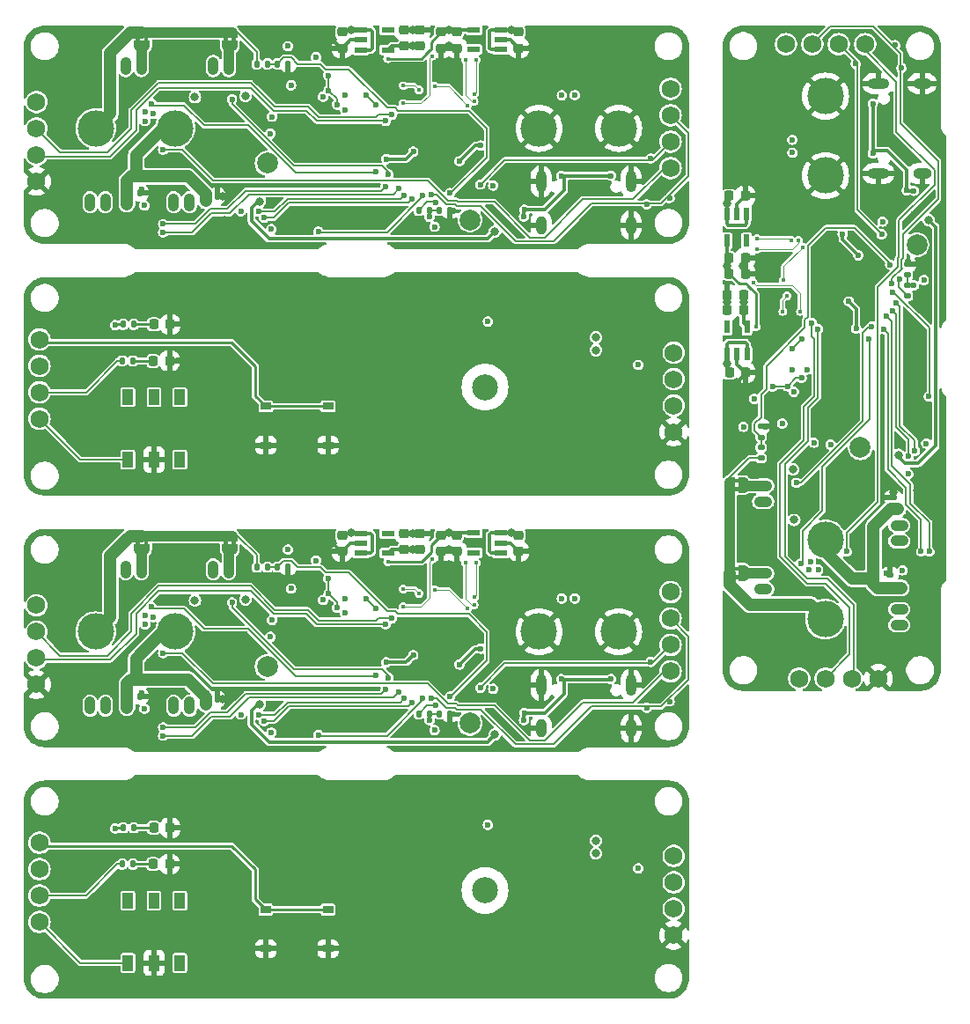
<source format=gbr>
%TF.GenerationSoftware,KiCad,Pcbnew,8.0.2*%
%TF.CreationDate,2024-05-13T13:54:00+09:00*%
%TF.ProjectId,ikafly_rev1a_p,696b6166-6c79-45f7-9265-7631615f702e,rev?*%
%TF.SameCoordinates,Original*%
%TF.FileFunction,Copper,L4,Bot*%
%TF.FilePolarity,Positive*%
%FSLAX46Y46*%
G04 Gerber Fmt 4.6, Leading zero omitted, Abs format (unit mm)*
G04 Created by KiCad (PCBNEW 8.0.2) date 2024-05-13 13:54:00*
%MOMM*%
%LPD*%
G01*
G04 APERTURE LIST*
G04 Aperture macros list*
%AMRoundRect*
0 Rectangle with rounded corners*
0 $1 Rounding radius*
0 $2 $3 $4 $5 $6 $7 $8 $9 X,Y pos of 4 corners*
0 Add a 4 corners polygon primitive as box body*
4,1,4,$2,$3,$4,$5,$6,$7,$8,$9,$2,$3,0*
0 Add four circle primitives for the rounded corners*
1,1,$1+$1,$2,$3*
1,1,$1+$1,$4,$5*
1,1,$1+$1,$6,$7*
1,1,$1+$1,$8,$9*
0 Add four rect primitives between the rounded corners*
20,1,$1+$1,$2,$3,$4,$5,0*
20,1,$1+$1,$4,$5,$6,$7,0*
20,1,$1+$1,$6,$7,$8,$9,0*
20,1,$1+$1,$8,$9,$2,$3,0*%
%AMFreePoly0*
4,1,19,0.500000,-0.750000,0.000000,-0.750000,0.000000,-0.744911,-0.071157,-0.744911,-0.207708,-0.704816,-0.327430,-0.627875,-0.420627,-0.520320,-0.479746,-0.390866,-0.500000,-0.250000,-0.500000,0.250000,-0.479746,0.390866,-0.420627,0.520320,-0.327430,0.627875,-0.207708,0.704816,-0.071157,0.744911,0.000000,0.744911,0.000000,0.750000,0.500000,0.750000,0.500000,-0.750000,0.500000,-0.750000,
$1*%
%AMFreePoly1*
4,1,19,0.000000,0.744911,0.071157,0.744911,0.207708,0.704816,0.327430,0.627875,0.420627,0.520320,0.479746,0.390866,0.500000,0.250000,0.500000,-0.250000,0.479746,-0.390866,0.420627,-0.520320,0.327430,-0.627875,0.207708,-0.704816,0.071157,-0.744911,0.000000,-0.744911,0.000000,-0.750000,-0.500000,-0.750000,-0.500000,0.750000,0.000000,0.750000,0.000000,0.744911,0.000000,0.744911,
$1*%
G04 Aperture macros list end*
%TA.AperFunction,EtchedComponent*%
%ADD10C,0.000000*%
%TD*%
%TA.AperFunction,ComponentPad*%
%ADD11C,2.000000*%
%TD*%
%TA.AperFunction,ComponentPad*%
%ADD12O,1.730000X1.030000*%
%TD*%
%TA.AperFunction,ComponentPad*%
%ADD13C,1.750000*%
%TD*%
%TA.AperFunction,ComponentPad*%
%ADD14O,2.100000X1.000000*%
%TD*%
%TA.AperFunction,ComponentPad*%
%ADD15O,1.800000X1.000000*%
%TD*%
%TA.AperFunction,SMDPad,CuDef*%
%ADD16RoundRect,0.225000X0.225000X0.250000X-0.225000X0.250000X-0.225000X-0.250000X0.225000X-0.250000X0*%
%TD*%
%TA.AperFunction,SMDPad,CuDef*%
%ADD17FreePoly0,0.000000*%
%TD*%
%TA.AperFunction,SMDPad,CuDef*%
%ADD18FreePoly1,0.000000*%
%TD*%
%TA.AperFunction,SMDPad,CuDef*%
%ADD19R,0.600000X1.200000*%
%TD*%
%TA.AperFunction,SMDPad,CuDef*%
%ADD20RoundRect,0.135000X0.185000X-0.135000X0.185000X0.135000X-0.185000X0.135000X-0.185000X-0.135000X0*%
%TD*%
%TA.AperFunction,SMDPad,CuDef*%
%ADD21RoundRect,0.135000X-0.185000X0.135000X-0.185000X-0.135000X0.185000X-0.135000X0.185000X0.135000X0*%
%TD*%
%TA.AperFunction,ComponentPad*%
%ADD22C,3.500000*%
%TD*%
%TA.AperFunction,SMDPad,CuDef*%
%ADD23RoundRect,0.225000X-0.225000X-0.250000X0.225000X-0.250000X0.225000X0.250000X-0.225000X0.250000X0*%
%TD*%
%TA.AperFunction,SMDPad,CuDef*%
%ADD24RoundRect,0.140000X0.170000X-0.140000X0.170000X0.140000X-0.170000X0.140000X-0.170000X-0.140000X0*%
%TD*%
%TA.AperFunction,ComponentPad*%
%ADD25O,1.030000X1.730000*%
%TD*%
%TA.AperFunction,ComponentPad*%
%ADD26O,1.000000X2.100000*%
%TD*%
%TA.AperFunction,ComponentPad*%
%ADD27O,1.000000X1.800000*%
%TD*%
%TA.AperFunction,SMDPad,CuDef*%
%ADD28RoundRect,0.225000X0.250000X-0.225000X0.250000X0.225000X-0.250000X0.225000X-0.250000X-0.225000X0*%
%TD*%
%TA.AperFunction,SMDPad,CuDef*%
%ADD29FreePoly0,270.000000*%
%TD*%
%TA.AperFunction,SMDPad,CuDef*%
%ADD30FreePoly1,270.000000*%
%TD*%
%TA.AperFunction,SMDPad,CuDef*%
%ADD31R,1.200000X0.600000*%
%TD*%
%TA.AperFunction,SMDPad,CuDef*%
%ADD32RoundRect,0.135000X-0.135000X-0.185000X0.135000X-0.185000X0.135000X0.185000X-0.135000X0.185000X0*%
%TD*%
%TA.AperFunction,SMDPad,CuDef*%
%ADD33RoundRect,0.135000X0.135000X0.185000X-0.135000X0.185000X-0.135000X-0.185000X0.135000X-0.185000X0*%
%TD*%
%TA.AperFunction,SMDPad,CuDef*%
%ADD34RoundRect,0.225000X-0.250000X0.225000X-0.250000X-0.225000X0.250000X-0.225000X0.250000X0.225000X0*%
%TD*%
%TA.AperFunction,SMDPad,CuDef*%
%ADD35R,1.000000X1.500000*%
%TD*%
%TA.AperFunction,SMDPad,CuDef*%
%ADD36RoundRect,0.140000X-0.140000X-0.170000X0.140000X-0.170000X0.140000X0.170000X-0.140000X0.170000X0*%
%TD*%
%TA.AperFunction,SMDPad,CuDef*%
%ADD37RoundRect,0.218750X0.218750X0.256250X-0.218750X0.256250X-0.218750X-0.256250X0.218750X-0.256250X0*%
%TD*%
%TA.AperFunction,ComponentPad*%
%ADD38C,2.500000*%
%TD*%
%TA.AperFunction,SMDPad,CuDef*%
%ADD39R,1.000000X0.750000*%
%TD*%
%TA.AperFunction,ViaPad*%
%ADD40C,0.800000*%
%TD*%
%TA.AperFunction,ViaPad*%
%ADD41C,0.600000*%
%TD*%
%TA.AperFunction,ViaPad*%
%ADD42C,0.450000*%
%TD*%
%TA.AperFunction,Conductor*%
%ADD43C,0.350000*%
%TD*%
%TA.AperFunction,Conductor*%
%ADD44C,0.200000*%
%TD*%
%TA.AperFunction,Conductor*%
%ADD45C,0.160000*%
%TD*%
%TA.AperFunction,Conductor*%
%ADD46C,1.000000*%
%TD*%
%TA.AperFunction,Conductor*%
%ADD47C,1.200000*%
%TD*%
%TA.AperFunction,Conductor*%
%ADD48C,0.120000*%
%TD*%
%TA.AperFunction,Conductor*%
%ADD49C,0.300000*%
%TD*%
%TA.AperFunction,Conductor*%
%ADD50C,0.250000*%
%TD*%
G04 APERTURE END LIST*
D10*
%TA.AperFunction,EtchedComponent*%
%TO.C,JP1*%
G36*
X145600000Y-85170000D02*
G01*
X145100000Y-85170000D01*
X145100000Y-84770000D01*
X145600000Y-84770000D01*
X145600000Y-85170000D01*
G37*
%TD.AperFunction*%
%TA.AperFunction,EtchedComponent*%
G36*
X145600000Y-84370000D02*
G01*
X145100000Y-84370000D01*
X145100000Y-83970000D01*
X145600000Y-83970000D01*
X145600000Y-84370000D01*
G37*
%TD.AperFunction*%
%TA.AperFunction,EtchedComponent*%
%TO.C,JP2*%
G36*
X145600000Y-93620000D02*
G01*
X145100000Y-93620000D01*
X145100000Y-93220000D01*
X145600000Y-93220000D01*
X145600000Y-93620000D01*
G37*
%TD.AperFunction*%
%TA.AperFunction,EtchedComponent*%
G36*
X145600000Y-92820000D02*
G01*
X145100000Y-92820000D01*
X145100000Y-92420000D01*
X145600000Y-92420000D01*
X145600000Y-92820000D01*
G37*
%TD.AperFunction*%
%TA.AperFunction,EtchedComponent*%
%TO.C,JP1*%
G36*
X96400000Y-90375000D02*
G01*
X96000000Y-90375000D01*
X96000000Y-89875000D01*
X96400000Y-89875000D01*
X96400000Y-90375000D01*
G37*
%TD.AperFunction*%
%TA.AperFunction,EtchedComponent*%
G36*
X97200000Y-90375000D02*
G01*
X96800000Y-90375000D01*
X96800000Y-89875000D01*
X97200000Y-89875000D01*
X97200000Y-90375000D01*
G37*
%TD.AperFunction*%
%TA.AperFunction,EtchedComponent*%
%TO.C,JP2*%
G36*
X87950000Y-90375000D02*
G01*
X87550000Y-90375000D01*
X87550000Y-89875000D01*
X87950000Y-89875000D01*
X87950000Y-90375000D01*
G37*
%TD.AperFunction*%
%TA.AperFunction,EtchedComponent*%
G36*
X88750000Y-90375000D02*
G01*
X88350000Y-90375000D01*
X88350000Y-89875000D01*
X88750000Y-89875000D01*
X88750000Y-90375000D01*
G37*
%TD.AperFunction*%
%TA.AperFunction,EtchedComponent*%
%TO.C,JP1*%
G36*
X96400000Y-41975000D02*
G01*
X96000000Y-41975000D01*
X96000000Y-41475000D01*
X96400000Y-41475000D01*
X96400000Y-41975000D01*
G37*
%TD.AperFunction*%
%TA.AperFunction,EtchedComponent*%
G36*
X97200000Y-41975000D02*
G01*
X96800000Y-41975000D01*
X96800000Y-41475000D01*
X97200000Y-41475000D01*
X97200000Y-41975000D01*
G37*
%TD.AperFunction*%
%TA.AperFunction,EtchedComponent*%
%TO.C,JP2*%
G36*
X87950000Y-41975000D02*
G01*
X87550000Y-41975000D01*
X87550000Y-41475000D01*
X87950000Y-41475000D01*
X87950000Y-41975000D01*
G37*
%TD.AperFunction*%
%TA.AperFunction,EtchedComponent*%
G36*
X88750000Y-41975000D02*
G01*
X88350000Y-41975000D01*
X88350000Y-41475000D01*
X88750000Y-41475000D01*
X88750000Y-41975000D01*
G37*
%TD.AperFunction*%
%TD*%
D11*
%TO.P,AE2,1,A*%
%TO.N,N/C*%
X157250000Y-80970000D03*
%TD*%
%TO.P,AE3,1,A*%
%TO.N,N/C*%
X162700000Y-61470000D03*
%TD*%
D12*
%TO.P,J1,1,Pin_1*%
%TO.N,N/C*%
X161000000Y-96522500D03*
%TO.P,J1,2,Pin_2*%
X161000000Y-98022500D03*
%TD*%
D13*
%TO.P,J5,1,Pin_1*%
%TO.N,N/C*%
X151365000Y-103170000D03*
%TO.P,J5,2,Pin_2*%
X153905000Y-103170000D03*
%TO.P,J5,3,Pin_3*%
X156445000Y-103170000D03*
%TO.P,J5,4,Pin_4*%
X158985000Y-103170000D03*
%TO.P,J5,5,Pin_5*%
X150095000Y-42170000D03*
%TO.P,J5,6,Pin_6*%
X152635000Y-42170000D03*
%TO.P,J5,7,Pin_7*%
X155175000Y-42170000D03*
%TO.P,J5,8,Pin_8*%
X157715000Y-42170000D03*
%TD*%
D14*
%TO.P,J6,S,SHIELD*%
%TO.N,N/C*%
X159020000Y-54610000D03*
D15*
X163200000Y-54610000D03*
D14*
X159020000Y-45970000D03*
D15*
X163200000Y-45970000D03*
%TD*%
D12*
%TO.P,J3,1,Pin_1*%
%TO.N,N/C*%
X147900000Y-94570000D03*
%TO.P,J3,2,Pin_2*%
X147900000Y-93070000D03*
%TD*%
D16*
%TO.P,C20,1*%
%TO.N,N/C*%
X146000000Y-67770000D03*
%TO.P,C20,2*%
X144450000Y-67770000D03*
%TD*%
D17*
%TO.P,JP1,1,A*%
%TO.N,N/C*%
X144700000Y-84570000D03*
D18*
%TO.P,JP1,2,B*%
X146000000Y-84570000D03*
%TD*%
D19*
%TO.P,IC6,1,VIN*%
%TO.N,N/C*%
X146350000Y-71970000D03*
%TO.P,IC6,2,VSS*%
X145400000Y-71970000D03*
%TO.P,IC6,3,CE*%
X144450000Y-71970000D03*
%TO.P,IC6,4,NC*%
X144450000Y-69370000D03*
%TO.P,IC6,5,VOUT*%
X146350000Y-69370000D03*
%TD*%
D20*
%TO.P,R17,1*%
%TO.N,N/C*%
X161800000Y-64390000D03*
%TO.P,R17,2*%
X161800000Y-63370000D03*
%TD*%
D12*
%TO.P,J2,1,Pin_1*%
%TO.N,N/C*%
X161000000Y-88452500D03*
%TO.P,J2,2,Pin_2*%
X161000000Y-89952500D03*
%TD*%
D17*
%TO.P,JP2,1,A*%
%TO.N,N/C*%
X144700000Y-93020000D03*
D18*
%TO.P,JP2,2,B*%
X146000000Y-93020000D03*
%TD*%
D21*
%TO.P,R18,1*%
%TO.N,N/C*%
X161800000Y-65370000D03*
%TO.P,R18,2*%
X161800000Y-66390000D03*
%TD*%
D16*
%TO.P,C22,1*%
%TO.N,N/C*%
X146000000Y-66270000D03*
%TO.P,C22,2*%
X144450000Y-66270000D03*
%TD*%
D22*
%TO.P,BT1,1,+*%
%TO.N,N/C*%
X153900000Y-97470000D03*
X153900000Y-89820000D03*
%TO.P,BT1,2,-*%
X153900000Y-54820000D03*
X153900000Y-47170000D03*
%TD*%
D23*
%TO.P,C17,1*%
%TO.N,N/C*%
X144645000Y-73770000D03*
%TO.P,C17,2*%
X146195000Y-73770000D03*
%TD*%
%TO.P,C21,1*%
%TO.N,N/C*%
X144625000Y-64230000D03*
%TO.P,C21,2*%
X146175000Y-64230000D03*
%TD*%
D24*
%TO.P,C47,1*%
%TO.N,N/C*%
X160400000Y-86750000D03*
%TO.P,C47,2*%
X160400000Y-85790000D03*
%TD*%
D19*
%TO.P,IC5,1,VIN*%
%TO.N,N/C*%
X144415000Y-58480000D03*
%TO.P,IC5,2,VSS*%
X145365000Y-58480000D03*
%TO.P,IC5,3,CE*%
X146315000Y-58480000D03*
%TO.P,IC5,4,NC*%
X146315000Y-61080000D03*
%TO.P,IC5,5,VOUT*%
X144415000Y-61080000D03*
%TD*%
D24*
%TO.P,C45,1*%
%TO.N,N/C*%
X160100000Y-94150000D03*
%TO.P,C45,2*%
X160100000Y-93190000D03*
%TD*%
D23*
%TO.P,C18,1*%
%TO.N,N/C*%
X144625000Y-56770000D03*
%TO.P,C18,2*%
X146175000Y-56770000D03*
%TD*%
D20*
%TO.P,R7,1*%
%TO.N,N/C*%
X147700000Y-79970000D03*
%TO.P,R7,2*%
X147700000Y-78950000D03*
%TD*%
%TO.P,R6,1*%
%TO.N,N/C*%
X147700000Y-81980000D03*
%TO.P,R6,2*%
X147700000Y-80960000D03*
%TD*%
D23*
%TO.P,C19,1*%
%TO.N,N/C*%
X144625000Y-62730000D03*
%TO.P,C19,2*%
X146175000Y-62730000D03*
%TD*%
D12*
%TO.P,J4,1,Pin_1*%
%TO.N,N/C*%
X147900000Y-86157500D03*
%TO.P,J4,2,Pin_2*%
X147900000Y-84657500D03*
%TD*%
D11*
%TO.P,AE2,1,A*%
%TO.N,N/C*%
X100200000Y-102025000D03*
%TD*%
%TO.P,AE3,1,A*%
%TO.N,N/C*%
X119700000Y-107475000D03*
%TD*%
D25*
%TO.P,J1,1,Pin_1*%
%TO.N,N/C*%
X84647500Y-105775000D03*
%TO.P,J1,2,Pin_2*%
X83147500Y-105775000D03*
%TD*%
D13*
%TO.P,J5,1,Pin_1*%
%TO.N,N/C*%
X78000000Y-96140000D03*
%TO.P,J5,2,Pin_2*%
X78000000Y-98680000D03*
%TO.P,J5,3,Pin_3*%
X78000000Y-101220000D03*
%TO.P,J5,4,Pin_4*%
X78000000Y-103760000D03*
%TO.P,J5,5,Pin_5*%
X139000000Y-94870000D03*
%TO.P,J5,6,Pin_6*%
X139000000Y-97410000D03*
%TO.P,J5,7,Pin_7*%
X139000000Y-99950000D03*
%TO.P,J5,8,Pin_8*%
X139000000Y-102490000D03*
%TD*%
D26*
%TO.P,J6,S,SHIELD*%
%TO.N,N/C*%
X126560000Y-103795000D03*
D27*
X126560000Y-107975000D03*
D26*
X135200000Y-103795000D03*
D27*
X135200000Y-107975000D03*
%TD*%
D25*
%TO.P,J3,1,Pin_1*%
%TO.N,N/C*%
X86600000Y-92675000D03*
%TO.P,J3,2,Pin_2*%
X88100000Y-92675000D03*
%TD*%
D28*
%TO.P,C20,1*%
%TO.N,N/C*%
X113400000Y-90775000D03*
%TO.P,C20,2*%
X113400000Y-89225000D03*
%TD*%
D29*
%TO.P,JP1,1,A*%
%TO.N,N/C*%
X96600000Y-89475000D03*
D30*
%TO.P,JP1,2,B*%
X96600000Y-90775000D03*
%TD*%
D31*
%TO.P,IC6,1,VIN*%
%TO.N,N/C*%
X109200000Y-91125000D03*
%TO.P,IC6,2,VSS*%
X109200000Y-90175000D03*
%TO.P,IC6,3,CE*%
X109200000Y-89225000D03*
%TO.P,IC6,4,NC*%
X111800000Y-89225000D03*
%TO.P,IC6,5,VOUT*%
X111800000Y-91125000D03*
%TD*%
D32*
%TO.P,R17,1*%
%TO.N,N/C*%
X116780000Y-106575000D03*
%TO.P,R17,2*%
X117800000Y-106575000D03*
%TD*%
D25*
%TO.P,J2,1,Pin_1*%
%TO.N,N/C*%
X92717500Y-105775000D03*
%TO.P,J2,2,Pin_2*%
X91217500Y-105775000D03*
%TD*%
D29*
%TO.P,JP2,1,A*%
%TO.N,N/C*%
X88150000Y-89475000D03*
D30*
%TO.P,JP2,2,B*%
X88150000Y-90775000D03*
%TD*%
D33*
%TO.P,R18,1*%
%TO.N,N/C*%
X115800000Y-106575000D03*
%TO.P,R18,2*%
X114780000Y-106575000D03*
%TD*%
D28*
%TO.P,C22,1*%
%TO.N,N/C*%
X114900000Y-90775000D03*
%TO.P,C22,2*%
X114900000Y-89225000D03*
%TD*%
D22*
%TO.P,BT1,1,+*%
%TO.N,N/C*%
X83700000Y-98675000D03*
X91350000Y-98675000D03*
%TO.P,BT1,2,-*%
X126350000Y-98675000D03*
X134000000Y-98675000D03*
%TD*%
D34*
%TO.P,C17,1*%
%TO.N,N/C*%
X107400000Y-89420000D03*
%TO.P,C17,2*%
X107400000Y-90970000D03*
%TD*%
D35*
%TO.P,S2,1,1*%
%TO.N,N/C*%
X91800000Y-130525000D03*
%TO.P,S2,2,2*%
X89300000Y-130525000D03*
%TO.P,S2,3,3*%
X86800000Y-130525000D03*
%TO.P,S2,4,4*%
X86800000Y-124525000D03*
%TO.P,S2,5,5*%
X89300000Y-124525000D03*
%TO.P,S2,6,6*%
X91800000Y-124525000D03*
%TD*%
D34*
%TO.P,C21,1*%
%TO.N,N/C*%
X116940000Y-89400000D03*
%TO.P,C21,2*%
X116940000Y-90950000D03*
%TD*%
D36*
%TO.P,C47,1*%
%TO.N,N/C*%
X94420000Y-105175000D03*
%TO.P,C47,2*%
X95380000Y-105175000D03*
%TD*%
D31*
%TO.P,IC5,1,VIN*%
%TO.N,N/C*%
X122690000Y-89190000D03*
%TO.P,IC5,2,VSS*%
X122690000Y-90140000D03*
%TO.P,IC5,3,CE*%
X122690000Y-91090000D03*
%TO.P,IC5,4,NC*%
X120090000Y-91090000D03*
%TO.P,IC5,5,VOUT*%
X120090000Y-89190000D03*
%TD*%
D37*
%TO.P,D1,1,K*%
%TO.N,N/C*%
X90800000Y-121025000D03*
%TO.P,D1,2,A*%
X89225000Y-121025000D03*
%TD*%
%TO.P,D2,1,K*%
%TO.N,N/C*%
X90875000Y-117525000D03*
%TO.P,D2,2,A*%
X89300000Y-117525000D03*
%TD*%
D36*
%TO.P,C45,1*%
%TO.N,N/C*%
X87020000Y-104875000D03*
%TO.P,C45,2*%
X87980000Y-104875000D03*
%TD*%
D34*
%TO.P,C18,1*%
%TO.N,N/C*%
X124400000Y-89400000D03*
%TO.P,C18,2*%
X124400000Y-90950000D03*
%TD*%
D13*
%TO.P,J7,1,Pin_1*%
%TO.N,N/C*%
X139300000Y-120245000D03*
%TO.P,J7,2,Pin_2*%
X139300000Y-122785000D03*
%TO.P,J7,3,Pin_3*%
X139300000Y-125325000D03*
%TO.P,J7,4,Pin_4*%
X139300000Y-127865000D03*
%TO.P,J7,5,Pin_5*%
X78300000Y-118975000D03*
%TO.P,J7,6,Pin_6*%
X78300000Y-121515000D03*
%TO.P,J7,7,Pin_7*%
X78300000Y-124055000D03*
%TO.P,J7,8,Pin_8*%
X78300000Y-126595000D03*
%TD*%
D32*
%TO.P,R7,1*%
%TO.N,N/C*%
X101200000Y-92475000D03*
%TO.P,R7,2*%
X102220000Y-92475000D03*
%TD*%
%TO.P,R6,1*%
%TO.N,N/C*%
X99190000Y-92475000D03*
%TO.P,R6,2*%
X100210000Y-92475000D03*
%TD*%
D34*
%TO.P,C19,1*%
%TO.N,N/C*%
X118440000Y-89400000D03*
%TO.P,C19,2*%
X118440000Y-90950000D03*
%TD*%
D25*
%TO.P,J4,1,Pin_1*%
%TO.N,N/C*%
X95012500Y-92675000D03*
%TO.P,J4,2,Pin_2*%
X96512500Y-92675000D03*
%TD*%
D32*
%TO.P,R14,1*%
%TO.N,N/C*%
X86327500Y-117525000D03*
%TO.P,R14,2*%
X87347500Y-117525000D03*
%TD*%
%TO.P,R13,1*%
%TO.N,N/C*%
X86252500Y-121025000D03*
%TO.P,R13,2*%
X87272500Y-121025000D03*
%TD*%
D38*
%TO.P,AE1,1,A*%
%TO.N,N/C*%
X121150000Y-123555000D03*
%TD*%
D39*
%TO.P,S1,A1,COM_1*%
%TO.N,N/C*%
X106050000Y-125400000D03*
%TO.P,S1,B1,COM_2*%
X100050000Y-125400000D03*
%TO.P,S1,C1,NO_1*%
X106050000Y-129150000D03*
%TO.P,S1,D1,NO_2*%
X100050000Y-129150000D03*
%TD*%
D25*
%TO.P,J1,1,Pin_1*%
%TO.N,N/C*%
X84647500Y-57375000D03*
%TO.P,J1,2,Pin_2*%
X83147500Y-57375000D03*
%TD*%
%TO.P,J3,1,Pin_1*%
%TO.N,N/C*%
X86600000Y-44275000D03*
%TO.P,J3,2,Pin_2*%
X88100000Y-44275000D03*
%TD*%
D26*
%TO.P,J6,S,SHIELD*%
%TO.N,N/C*%
X126560000Y-55395000D03*
D27*
X126560000Y-59575000D03*
D26*
X135200000Y-55395000D03*
D27*
X135200000Y-59575000D03*
%TD*%
D13*
%TO.P,J5,1,Pin_1*%
%TO.N,N/C*%
X78000000Y-47740000D03*
%TO.P,J5,2,Pin_2*%
X78000000Y-50280000D03*
%TO.P,J5,3,Pin_3*%
X78000000Y-52820000D03*
%TO.P,J5,4,Pin_4*%
X78000000Y-55360000D03*
%TO.P,J5,5,Pin_5*%
X139000000Y-46470000D03*
%TO.P,J5,6,Pin_6*%
X139000000Y-49010000D03*
%TO.P,J5,7,Pin_7*%
X139000000Y-51550000D03*
%TO.P,J5,8,Pin_8*%
X139000000Y-54090000D03*
%TD*%
D25*
%TO.P,J4,1,Pin_1*%
%TO.N,N/C*%
X95012500Y-44275000D03*
%TO.P,J4,2,Pin_2*%
X96512500Y-44275000D03*
%TD*%
D38*
%TO.P,AE1,1,A*%
%TO.N,N/C*%
X121150000Y-75155000D03*
%TD*%
D32*
%TO.P,R13,1*%
%TO.N,N/C*%
X86252500Y-72625000D03*
%TO.P,R13,2*%
X87272500Y-72625000D03*
%TD*%
%TO.P,R14,1*%
%TO.N,N/C*%
X86327500Y-69125000D03*
%TO.P,R14,2*%
X87347500Y-69125000D03*
%TD*%
D39*
%TO.P,S1,A1,COM_1*%
%TO.N,N/C*%
X106050000Y-77000000D03*
%TO.P,S1,B1,COM_2*%
X100050000Y-77000000D03*
%TO.P,S1,C1,NO_1*%
X106050000Y-80750000D03*
%TO.P,S1,D1,NO_2*%
X100050000Y-80750000D03*
%TD*%
D34*
%TO.P,C19,1*%
%TO.N,N/C*%
X118440000Y-41000000D03*
%TO.P,C19,2*%
X118440000Y-42550000D03*
%TD*%
D31*
%TO.P,IC5,1,VIN*%
%TO.N,N/C*%
X122690000Y-40790000D03*
%TO.P,IC5,2,VSS*%
X122690000Y-41740000D03*
%TO.P,IC5,3,CE*%
X122690000Y-42690000D03*
%TO.P,IC5,4,NC*%
X120090000Y-42690000D03*
%TO.P,IC5,5,VOUT*%
X120090000Y-40790000D03*
%TD*%
D32*
%TO.P,R7,1*%
%TO.N,N/C*%
X101200000Y-44075000D03*
%TO.P,R7,2*%
X102220000Y-44075000D03*
%TD*%
D28*
%TO.P,C22,1*%
%TO.N,N/C*%
X114900000Y-42375000D03*
%TO.P,C22,2*%
X114900000Y-40825000D03*
%TD*%
D32*
%TO.P,R6,1*%
%TO.N,N/C*%
X99190000Y-44075000D03*
%TO.P,R6,2*%
X100210000Y-44075000D03*
%TD*%
D37*
%TO.P,D2,1,K*%
%TO.N,N/C*%
X90875000Y-69125000D03*
%TO.P,D2,2,A*%
X89300000Y-69125000D03*
%TD*%
D34*
%TO.P,C17,1*%
%TO.N,N/C*%
X107400000Y-41020000D03*
%TO.P,C17,2*%
X107400000Y-42570000D03*
%TD*%
D36*
%TO.P,C47,1*%
%TO.N,N/C*%
X94420000Y-56775000D03*
%TO.P,C47,2*%
X95380000Y-56775000D03*
%TD*%
D13*
%TO.P,J7,1,Pin_1*%
%TO.N,N/C*%
X139300000Y-71845000D03*
%TO.P,J7,2,Pin_2*%
X139300000Y-74385000D03*
%TO.P,J7,3,Pin_3*%
X139300000Y-76925000D03*
%TO.P,J7,4,Pin_4*%
X139300000Y-79465000D03*
%TO.P,J7,5,Pin_5*%
X78300000Y-70575000D03*
%TO.P,J7,6,Pin_6*%
X78300000Y-73115000D03*
%TO.P,J7,7,Pin_7*%
X78300000Y-75655000D03*
%TO.P,J7,8,Pin_8*%
X78300000Y-78195000D03*
%TD*%
D35*
%TO.P,S2,1,1*%
%TO.N,N/C*%
X91800000Y-82125000D03*
%TO.P,S2,2,2*%
X89300000Y-82125000D03*
%TO.P,S2,3,3*%
X86800000Y-82125000D03*
%TO.P,S2,4,4*%
X86800000Y-76125000D03*
%TO.P,S2,5,5*%
X89300000Y-76125000D03*
%TO.P,S2,6,6*%
X91800000Y-76125000D03*
%TD*%
D34*
%TO.P,C18,1*%
%TO.N,N/C*%
X124400000Y-41000000D03*
%TO.P,C18,2*%
X124400000Y-42550000D03*
%TD*%
%TO.P,C21,1*%
%TO.N,N/C*%
X116940000Y-41000000D03*
%TO.P,C21,2*%
X116940000Y-42550000D03*
%TD*%
D36*
%TO.P,C45,1*%
%TO.N,N/C*%
X87020000Y-56475000D03*
%TO.P,C45,2*%
X87980000Y-56475000D03*
%TD*%
D37*
%TO.P,D1,1,K*%
%TO.N,N/C*%
X90800000Y-72625000D03*
%TO.P,D1,2,A*%
X89225000Y-72625000D03*
%TD*%
D22*
%TO.P,BT1,1,+*%
%TO.N,N/C*%
X83700000Y-50275000D03*
X91350000Y-50275000D03*
%TO.P,BT1,2,-*%
X126350000Y-50275000D03*
X134000000Y-50275000D03*
%TD*%
D29*
%TO.P,JP1,1,A*%
%TO.N,N/C*%
X96600000Y-41075000D03*
D30*
%TO.P,JP1,2,B*%
X96600000Y-42375000D03*
%TD*%
D32*
%TO.P,R17,1*%
%TO.N,N/C*%
X116780000Y-58175000D03*
%TO.P,R17,2*%
X117800000Y-58175000D03*
%TD*%
D33*
%TO.P,R18,1*%
%TO.N,N/C*%
X115800000Y-58175000D03*
%TO.P,R18,2*%
X114780000Y-58175000D03*
%TD*%
D31*
%TO.P,IC6,1,VIN*%
%TO.N,N/C*%
X109200000Y-42725000D03*
%TO.P,IC6,2,VSS*%
X109200000Y-41775000D03*
%TO.P,IC6,3,CE*%
X109200000Y-40825000D03*
%TO.P,IC6,4,NC*%
X111800000Y-40825000D03*
%TO.P,IC6,5,VOUT*%
X111800000Y-42725000D03*
%TD*%
D28*
%TO.P,C20,1*%
%TO.N,N/C*%
X113400000Y-42375000D03*
%TO.P,C20,2*%
X113400000Y-40825000D03*
%TD*%
D29*
%TO.P,JP2,1,A*%
%TO.N,N/C*%
X88150000Y-41075000D03*
D30*
%TO.P,JP2,2,B*%
X88150000Y-42375000D03*
%TD*%
D25*
%TO.P,J2,1,Pin_1*%
%TO.N,N/C*%
X92717500Y-57375000D03*
%TO.P,J2,2,Pin_2*%
X91217500Y-57375000D03*
%TD*%
D11*
%TO.P,AE3,1,A*%
%TO.N,N/C*%
X119700000Y-59075000D03*
%TD*%
%TO.P,AE2,1,A*%
%TO.N,N/C*%
X100200000Y-53625000D03*
%TD*%
D40*
%TO.N,*%
X156852708Y-92242170D03*
X160941914Y-86828086D03*
D41*
X160686475Y-67057026D03*
X159717099Y-68320381D03*
X163100000Y-90970000D03*
D40*
X160300000Y-94470000D03*
D41*
X159480000Y-69570000D03*
X160322023Y-65999357D03*
D40*
X160930000Y-81670000D03*
D41*
X160130000Y-63380000D03*
X151089878Y-84359878D03*
X155949998Y-90970000D03*
X163899503Y-90970000D03*
X163825000Y-76048470D03*
X162400000Y-65370000D03*
X159300000Y-60470000D03*
X160322337Y-67797227D03*
D40*
X160000000Y-86970000D03*
X161200000Y-94470000D03*
D41*
X156800000Y-44070000D03*
X161884288Y-81797210D03*
X162485996Y-81270000D03*
D40*
X163800000Y-59070000D03*
D41*
X157050000Y-62470000D03*
X151523899Y-92107498D03*
D42*
X146940964Y-65110251D03*
D41*
X163362500Y-64870000D03*
D40*
X156700000Y-65970000D03*
D41*
X146000000Y-78970000D03*
X150700000Y-73470000D03*
X161710000Y-56245000D03*
D42*
X149861559Y-64870001D03*
D41*
X161870866Y-83499134D03*
D40*
X154400000Y-64820000D03*
D41*
X154320000Y-70970000D03*
X151660122Y-70509878D03*
X152500000Y-91920000D03*
X158450000Y-52690000D03*
X147050000Y-76270000D03*
X161310000Y-92770000D03*
X152100000Y-73470000D03*
D40*
X150800000Y-83070000D03*
D42*
X150200000Y-66370000D03*
X151494167Y-67870000D03*
D41*
X150250000Y-75070000D03*
X158320000Y-69321921D03*
X161009017Y-64791250D03*
X161200000Y-44470000D03*
X156150000Y-66920000D03*
X152602500Y-68970000D03*
X163650000Y-66720000D03*
X162390000Y-56270000D03*
X160600000Y-42270000D03*
D42*
X151695000Y-61696646D03*
D41*
X151600000Y-74270000D03*
X155542000Y-60420000D03*
D42*
X149800000Y-67870000D03*
X147300000Y-60870000D03*
X147200000Y-69370000D03*
D41*
X150700000Y-71470000D03*
D42*
X151310000Y-61070000D03*
D41*
X153200000Y-92720000D03*
D40*
X144400498Y-57470000D03*
D41*
X158080000Y-70550000D03*
X163600000Y-80570000D03*
D42*
X147300000Y-61870000D03*
D41*
X153182500Y-69559878D03*
X158450000Y-47890000D03*
X150855329Y-75592285D03*
X149750000Y-78670000D03*
X148800000Y-75085500D03*
X160289999Y-65199999D03*
D40*
X144400498Y-72870000D03*
D41*
X154400000Y-80670000D03*
X156850000Y-69520000D03*
D42*
X150600000Y-61050000D03*
D40*
X144415000Y-63470000D03*
D41*
X159400000Y-59230000D03*
X152777386Y-80499723D03*
X150700000Y-51370000D03*
D40*
X157300000Y-99670000D03*
D41*
X148200000Y-42270000D03*
D40*
X164350000Y-85970000D03*
D41*
X150720000Y-52620000D03*
D40*
X150900000Y-87920000D03*
X163600000Y-85070000D03*
D41*
X152300000Y-92738107D03*
X159750000Y-48780000D03*
X152800000Y-100470000D03*
X151250000Y-68770000D03*
D42*
X147200000Y-70370000D03*
D41*
X152500000Y-87170000D03*
D40*
X145975000Y-63470000D03*
D41*
X146970000Y-87930000D03*
D40*
X145400000Y-74669502D03*
X156700000Y-63670000D03*
D41*
X144350000Y-77470000D03*
D40*
X156700000Y-64820000D03*
D41*
X148200000Y-78970000D03*
D40*
X155550000Y-65970000D03*
D41*
X150950000Y-99270000D03*
X163220000Y-72460000D03*
X147500000Y-97350000D03*
X161629500Y-76579500D03*
X147089281Y-77081755D03*
D40*
X156600000Y-71050000D03*
D41*
X162712110Y-70019374D03*
X160830000Y-80470000D03*
X149200000Y-100470000D03*
X149600000Y-48970000D03*
X155250000Y-57870000D03*
X159800000Y-93070000D03*
X150730000Y-78620000D03*
D40*
X160400000Y-85270000D03*
X146100000Y-55570498D03*
X156200000Y-77870000D03*
X144450000Y-66970000D03*
D41*
X153000000Y-84270000D03*
X146300000Y-80870000D03*
D40*
X157798716Y-85666238D03*
D42*
X147300000Y-63870000D03*
D41*
X153559057Y-80670000D03*
X147840000Y-87950000D03*
X146600000Y-83270000D03*
D40*
X155550000Y-63670000D03*
D41*
X159450000Y-58270000D03*
X164850000Y-82870000D03*
D40*
X159309235Y-96368316D03*
D41*
X155300000Y-100470000D03*
X162240000Y-53160000D03*
X152919057Y-77839057D03*
D40*
X163550000Y-93270000D03*
X150900000Y-86070000D03*
D41*
X160380000Y-62260000D03*
X150700000Y-59270000D03*
D40*
X150900000Y-90870000D03*
X162700497Y-93270000D03*
D41*
X151200000Y-44070000D03*
X149400000Y-80870000D03*
X158300000Y-58270000D03*
X148350000Y-76870000D03*
X161850000Y-63070000D03*
X150020000Y-93800000D03*
X162400000Y-58545000D03*
D40*
X156550000Y-76420000D03*
X164450000Y-94220000D03*
X162750497Y-85070000D03*
D41*
X154390000Y-50370000D03*
D40*
X154400000Y-65970000D03*
D41*
X153800000Y-44070000D03*
X162800000Y-99870000D03*
X147250000Y-48920000D03*
D40*
X155550000Y-64820000D03*
X156769950Y-74455225D03*
X154400000Y-63670000D03*
X146000000Y-66970000D03*
D41*
X163330000Y-75420000D03*
D40*
X88927830Y-101627708D03*
X94341914Y-105716914D03*
D41*
X114112974Y-105461475D03*
X112849619Y-104492099D03*
X90200000Y-107875000D03*
D40*
X86700000Y-105075000D03*
D41*
X111600000Y-104255000D03*
X115170643Y-105097023D03*
D40*
X99500000Y-105705000D03*
D41*
X117790000Y-104905000D03*
X96810122Y-95864878D03*
X90200000Y-100724998D03*
X90200000Y-108674503D03*
X105121530Y-108600000D03*
X115800000Y-107175000D03*
X120700000Y-104075000D03*
X113372773Y-105097337D03*
D40*
X94200000Y-104775000D03*
X86700000Y-105975000D03*
D41*
X137100000Y-101575000D03*
X99372790Y-106659288D03*
X99900000Y-107260996D03*
D40*
X122100000Y-108575000D03*
D41*
X118700000Y-101825000D03*
X89062502Y-96298899D03*
D42*
X116059749Y-91715964D03*
D41*
X116300000Y-108137500D03*
D40*
X115200000Y-101475000D03*
D41*
X121050000Y-118775000D03*
X102200000Y-90775000D03*
X85587500Y-117595000D03*
X107700000Y-95475000D03*
D40*
X130300000Y-114525000D03*
D41*
X124925000Y-106485000D03*
D40*
X131820000Y-119995000D03*
D42*
X116299999Y-94636559D03*
D41*
X97670866Y-106645866D03*
D40*
X116350000Y-99175000D03*
D41*
X121060000Y-126135000D03*
X110200000Y-99095000D03*
X110660122Y-96435122D03*
X89250000Y-97275000D03*
X128480000Y-103225000D03*
X104900000Y-91825000D03*
X88400000Y-106085000D03*
X107700000Y-96875000D03*
D40*
X98100000Y-95575000D03*
D42*
X114800000Y-94975000D03*
X113300000Y-96269167D03*
D41*
X106100000Y-95025000D03*
X111848079Y-103095000D03*
X134800000Y-132775000D03*
X116378750Y-105784017D03*
X136700000Y-105975000D03*
X114250000Y-100925000D03*
X112200000Y-97377500D03*
X114450000Y-108425000D03*
X124900000Y-107165000D03*
X135900000Y-121425000D03*
X138900000Y-105375000D03*
D42*
X119473354Y-96470000D03*
D41*
X106900000Y-96375000D03*
X120750000Y-100317000D03*
D42*
X113300000Y-94575000D03*
D41*
X102050000Y-128650000D03*
D42*
X120300000Y-92075000D03*
X111800000Y-91975000D03*
D41*
X109700000Y-95475000D03*
D42*
X120100000Y-96085000D03*
D41*
X88450000Y-97975000D03*
D40*
X123700000Y-89175498D03*
D41*
X121425000Y-117250000D03*
X110620000Y-102855000D03*
X100600000Y-108375000D03*
D42*
X119300000Y-92075000D03*
D41*
X111610122Y-97957500D03*
X133280000Y-103225000D03*
X105577715Y-95630329D03*
X102500000Y-94525000D03*
X106084500Y-93575000D03*
X115970001Y-105064999D03*
D40*
X108300000Y-89175498D03*
D41*
X100500000Y-99175000D03*
X111650000Y-101625000D03*
D42*
X120120000Y-95375000D03*
D40*
X117700000Y-89190000D03*
X131820000Y-118775000D03*
D41*
X121940000Y-104175000D03*
X100670277Y-97552386D03*
X129800000Y-95475000D03*
D40*
X81500000Y-102075000D03*
D41*
X138900000Y-92975000D03*
D40*
X95200000Y-109125000D03*
D41*
X128550000Y-95495000D03*
D40*
X93250000Y-95675000D03*
D41*
X129800000Y-123775000D03*
D40*
X96100000Y-108375000D03*
D41*
X88431893Y-97075000D03*
X124280000Y-116885000D03*
X132390000Y-104525000D03*
X100550000Y-130525000D03*
X121900000Y-119575000D03*
X127300000Y-124775000D03*
X100550000Y-118025000D03*
X91712500Y-120995000D03*
X111300000Y-124275000D03*
X122300000Y-132775000D03*
X80700000Y-97575000D03*
X112400000Y-96025000D03*
D42*
X110800000Y-91975000D03*
D41*
X108800000Y-130775000D03*
X111300000Y-126025000D03*
D40*
X134550000Y-115025000D03*
D41*
X119250000Y-117575000D03*
X94000000Y-97275000D03*
D40*
X117700000Y-90750000D03*
D41*
X93240000Y-91745000D03*
X98800000Y-132775000D03*
D40*
X106500498Y-90175000D03*
X117500000Y-101475000D03*
D41*
X103800000Y-120525000D03*
X119816985Y-125728840D03*
X90800000Y-132775000D03*
X103700000Y-89125000D03*
X119350000Y-120375000D03*
X103800000Y-123275000D03*
X121070000Y-117985000D03*
D40*
X116350000Y-101475000D03*
D41*
X102200000Y-92975000D03*
X106300000Y-130775000D03*
D40*
X115200000Y-100325000D03*
D41*
X122200000Y-126005000D03*
X81900000Y-95725000D03*
X91687500Y-117495000D03*
X108710000Y-107995000D03*
X116800000Y-115275000D03*
X119350000Y-119425000D03*
X83820000Y-92275000D03*
X104590500Y-106404500D03*
X104088245Y-91864281D03*
X121840000Y-121065000D03*
D40*
X110120000Y-101375000D03*
D41*
X119800000Y-132775000D03*
X119040000Y-125045000D03*
X111150626Y-107487110D03*
X100700000Y-105605000D03*
X122750500Y-120175000D03*
X111300000Y-132775000D03*
X80700000Y-93975000D03*
X132200000Y-94375000D03*
X111300000Y-119275000D03*
X119300000Y-116425000D03*
X121100000Y-120625000D03*
X123300000Y-100025000D03*
X122800000Y-128775000D03*
X88100000Y-104575000D03*
X111300000Y-116275000D03*
X102550000Y-95505000D03*
X117300000Y-132775000D03*
D40*
X95900000Y-105175000D03*
D41*
X92000000Y-127375000D03*
X125800000Y-117275000D03*
X111300000Y-128525000D03*
X122800000Y-118275000D03*
X114300000Y-121775000D03*
X106300000Y-123275000D03*
D40*
X125599502Y-90875000D03*
X103300000Y-100975000D03*
D41*
X108800000Y-123275000D03*
D40*
X114200000Y-89225000D03*
D41*
X98100000Y-115275000D03*
X96900000Y-97775000D03*
X103300000Y-132775000D03*
D40*
X123750000Y-122575000D03*
D41*
X125800000Y-115275000D03*
X100300000Y-91075000D03*
D40*
X89300000Y-132525000D03*
X95503762Y-102573716D03*
X136000000Y-129125000D03*
D42*
X117300000Y-92075000D03*
D41*
X100500000Y-98334057D03*
X94837381Y-132736634D03*
X93220000Y-92615000D03*
X127300000Y-129775000D03*
X97900000Y-91375000D03*
D40*
X117500000Y-100325000D03*
D41*
X122900000Y-104225000D03*
X122750500Y-120993772D03*
X108800000Y-120525000D03*
X98300000Y-109625000D03*
D40*
X84801684Y-104084235D03*
D41*
X80700000Y-100075000D03*
X128010000Y-107015000D03*
X129800000Y-126275000D03*
X123700000Y-115725000D03*
X103330943Y-97694057D03*
X124280000Y-117935000D03*
X114300000Y-119275000D03*
X129800000Y-128775000D03*
D40*
X87900000Y-108325000D03*
D41*
X87300000Y-132775000D03*
D40*
X95100000Y-95675000D03*
D41*
X86300000Y-122475000D03*
X118910000Y-105155000D03*
X82800000Y-132775000D03*
X121900000Y-95475000D03*
D40*
X90300000Y-95675000D03*
D41*
X121050000Y-119625000D03*
X123000000Y-125455000D03*
X123123056Y-121801944D03*
X87100000Y-126675000D03*
D40*
X87900000Y-107475497D03*
D41*
X103800000Y-117775000D03*
X122750500Y-117325000D03*
X122800000Y-119275000D03*
X106300000Y-120525000D03*
X119800000Y-128775000D03*
X120300000Y-115125000D03*
X137100000Y-95975000D03*
X111300000Y-131025000D03*
X111300000Y-121775000D03*
X100300000Y-94175000D03*
X122900000Y-103075000D03*
X104300000Y-93125000D03*
D40*
X125000000Y-119625000D03*
D41*
X118100000Y-106625000D03*
X108800000Y-117775000D03*
X123570000Y-124435000D03*
X87370000Y-94795000D03*
X124280000Y-119035000D03*
X95800000Y-114575000D03*
X127300000Y-132775000D03*
X132300000Y-132775000D03*
X127300000Y-127275000D03*
X122625000Y-107175000D03*
D40*
X104750000Y-101325000D03*
X86950000Y-109225000D03*
D41*
X121350000Y-115125000D03*
X122140000Y-116755000D03*
X119300000Y-118425000D03*
X118850000Y-122325000D03*
X103800000Y-130775000D03*
X128300000Y-119775000D03*
D40*
X96100000Y-107525497D03*
D41*
X130800000Y-99165000D03*
X106300000Y-117775000D03*
X115300000Y-128775000D03*
D40*
X115200000Y-99175000D03*
D41*
X114800000Y-132775000D03*
X118620000Y-124025000D03*
X137100000Y-98575000D03*
X81300000Y-107575000D03*
X132250000Y-92025000D03*
D40*
X116350000Y-100325000D03*
D41*
X119400000Y-121475000D03*
D40*
X106714775Y-101544950D03*
D41*
X119250000Y-115375000D03*
X114300000Y-124275000D03*
X124800000Y-132775000D03*
X129800000Y-132775000D03*
X106050000Y-128900000D03*
D40*
X117500000Y-99175000D03*
X114200000Y-90775000D03*
D41*
X105750000Y-108105000D03*
X122550000Y-115225000D03*
D40*
X96100000Y-59125497D03*
D41*
X118620000Y-75625000D03*
X81300000Y-59175000D03*
D40*
X114200000Y-42375000D03*
D41*
X118850000Y-73925000D03*
X106300000Y-69375000D03*
X130800000Y-50765000D03*
X119300000Y-70025000D03*
X122550000Y-66825000D03*
D40*
X117500000Y-50775000D03*
D41*
X124800000Y-84375000D03*
X105750000Y-59705000D03*
X122140000Y-68355000D03*
X106050000Y-80500000D03*
X103800000Y-82375000D03*
X129800000Y-84375000D03*
X119400000Y-73075000D03*
X121350000Y-66725000D03*
X128300000Y-71375000D03*
X114300000Y-75875000D03*
X119250000Y-66975000D03*
D40*
X106714775Y-53144950D03*
X116350000Y-51925000D03*
D41*
X132250000Y-43625000D03*
X137100000Y-50175000D03*
X114800000Y-84375000D03*
D40*
X115200000Y-50775000D03*
D41*
X115300000Y-80375000D03*
D40*
X88927830Y-53227708D03*
D41*
X98300000Y-61225000D03*
X100500000Y-49934057D03*
X120300000Y-66725000D03*
X82800000Y-84375000D03*
X127300000Y-84375000D03*
D40*
X87900000Y-59925000D03*
D41*
X125800000Y-66875000D03*
X121050000Y-71225000D03*
D40*
X123750000Y-74175000D03*
D41*
X118100000Y-58225000D03*
D40*
X90300000Y-47275000D03*
D41*
X122900000Y-55825000D03*
X95800000Y-66175000D03*
X108800000Y-72125000D03*
X119800000Y-80375000D03*
X124280000Y-69535000D03*
D40*
X95503762Y-54173716D03*
D41*
X124280000Y-70635000D03*
X108800000Y-69375000D03*
X87370000Y-46395000D03*
D40*
X125000000Y-71225000D03*
D41*
X122750500Y-72593772D03*
X122800000Y-70875000D03*
D40*
X136000000Y-80725000D03*
D41*
X93220000Y-44215000D03*
X129800000Y-80375000D03*
X137100000Y-47575000D03*
D40*
X95100000Y-47275000D03*
X86950000Y-60825000D03*
X117500000Y-51925000D03*
D41*
X121900000Y-47075000D03*
D40*
X89300000Y-84125000D03*
D41*
X103330943Y-49294057D03*
X80700000Y-51675000D03*
X100300000Y-42675000D03*
X123123056Y-73401944D03*
D40*
X104750000Y-52925000D03*
D41*
X97900000Y-42975000D03*
X87300000Y-84375000D03*
X118910000Y-56755000D03*
X86300000Y-74075000D03*
D40*
X84801684Y-55684235D03*
D41*
X122625000Y-58775000D03*
X122900000Y-54675000D03*
X114300000Y-70875000D03*
X123700000Y-67325000D03*
D42*
X117300000Y-43675000D03*
D41*
X127300000Y-78875000D03*
X129800000Y-77875000D03*
D40*
X87900000Y-59075497D03*
D41*
X127300000Y-81375000D03*
X132300000Y-84375000D03*
X87100000Y-78275000D03*
X106300000Y-72125000D03*
X128010000Y-58615000D03*
X94837381Y-84336634D03*
X123000000Y-77055000D03*
X100300000Y-45775000D03*
X123570000Y-76035000D03*
X111300000Y-73375000D03*
X122750500Y-68925000D03*
X104300000Y-44725000D03*
X111300000Y-82625000D03*
X103800000Y-69375000D03*
X114300000Y-73375000D03*
D40*
X103300000Y-52575000D03*
D41*
X111300000Y-80125000D03*
X103300000Y-84375000D03*
X96900000Y-49375000D03*
X98100000Y-66875000D03*
D40*
X114200000Y-40825000D03*
D41*
X106300000Y-74875000D03*
X122800000Y-69875000D03*
X108800000Y-74875000D03*
D40*
X125599502Y-42475000D03*
D41*
X104088245Y-43464281D03*
X90800000Y-84375000D03*
D40*
X134550000Y-66625000D03*
D41*
X112400000Y-47625000D03*
X103800000Y-74875000D03*
X122750500Y-71775000D03*
X122800000Y-80375000D03*
X108800000Y-82375000D03*
X106300000Y-82375000D03*
X91687500Y-69095000D03*
X119350000Y-71975000D03*
X132390000Y-56125000D03*
X81900000Y-47325000D03*
X124280000Y-68485000D03*
X111300000Y-70875000D03*
X122200000Y-77605000D03*
X111300000Y-77625000D03*
X111300000Y-67875000D03*
X119250000Y-69175000D03*
X119800000Y-84375000D03*
X119816985Y-77328840D03*
X127300000Y-76375000D03*
X88100000Y-56175000D03*
X119300000Y-68025000D03*
X123300000Y-51625000D03*
X132200000Y-45975000D03*
X94000000Y-48875000D03*
X104590500Y-58004500D03*
X100550000Y-69625000D03*
X80700000Y-49175000D03*
X103700000Y-40725000D03*
X119040000Y-76645000D03*
X121070000Y-69585000D03*
X125800000Y-68875000D03*
D42*
X110800000Y-43575000D03*
D41*
X98800000Y-84375000D03*
X121900000Y-71175000D03*
X122300000Y-84375000D03*
X103800000Y-72125000D03*
X108710000Y-59595000D03*
D40*
X117500000Y-53075000D03*
D41*
X102550000Y-47105000D03*
D40*
X106500498Y-41775000D03*
D41*
X116800000Y-66875000D03*
X111300000Y-75875000D03*
X121100000Y-72225000D03*
X111150626Y-59087110D03*
X111300000Y-84375000D03*
X121840000Y-72665000D03*
X80700000Y-45575000D03*
X100550000Y-82125000D03*
X93240000Y-43345000D03*
X91712500Y-72595000D03*
D40*
X117700000Y-42350000D03*
X115200000Y-51925000D03*
D41*
X102200000Y-44575000D03*
X100700000Y-57205000D03*
D40*
X110120000Y-52975000D03*
D41*
X83820000Y-43875000D03*
X119350000Y-71025000D03*
X92000000Y-78975000D03*
D40*
X116350000Y-53075000D03*
X95900000Y-56775000D03*
D41*
X117300000Y-84375000D03*
X129800000Y-75375000D03*
X100670277Y-49152386D03*
D40*
X93250000Y-47275000D03*
D41*
X128550000Y-47095000D03*
D40*
X96100000Y-59975000D03*
D41*
X121940000Y-55775000D03*
D40*
X81500000Y-53675000D03*
D41*
X129800000Y-47075000D03*
X88431893Y-48675000D03*
D40*
X95200000Y-60725000D03*
D41*
X138900000Y-44575000D03*
X116300000Y-59737500D03*
X107700000Y-47075000D03*
D40*
X115200000Y-53075000D03*
D41*
X121050000Y-70375000D03*
D40*
X117700000Y-40790000D03*
D41*
X107700000Y-48475000D03*
X88400000Y-57685000D03*
X121060000Y-77735000D03*
X105577715Y-47230329D03*
D40*
X123700000Y-40775498D03*
X130300000Y-66125000D03*
D41*
X102050000Y-80250000D03*
D42*
X111800000Y-43575000D03*
D41*
X104900000Y-43425000D03*
X100500000Y-50775000D03*
D40*
X116350000Y-50775000D03*
D41*
X110200000Y-50695000D03*
X134800000Y-84375000D03*
X85587500Y-69195000D03*
X97670866Y-58245866D03*
X114450000Y-60025000D03*
X102500000Y-46125000D03*
D40*
X98100000Y-47175000D03*
X108300000Y-40775498D03*
D41*
X102200000Y-42375000D03*
X88450000Y-49575000D03*
X89250000Y-48875000D03*
D42*
X120120000Y-46975000D03*
D41*
X111650000Y-53225000D03*
X138900000Y-56975000D03*
X128480000Y-54825000D03*
D40*
X131820000Y-71595000D03*
D41*
X109700000Y-47075000D03*
X135900000Y-73025000D03*
D42*
X116059749Y-43315964D03*
D41*
X124900000Y-58765000D03*
X110660122Y-48035122D03*
D42*
X120300000Y-43675000D03*
D41*
X112200000Y-48977500D03*
D42*
X116299999Y-46236559D03*
D41*
X124925000Y-58085000D03*
D42*
X119473354Y-48070000D03*
D41*
X136700000Y-57575000D03*
X89062502Y-47898899D03*
X118700000Y-53425000D03*
D40*
X131820000Y-70375000D03*
D41*
X110620000Y-54455000D03*
X115970001Y-56664999D03*
D42*
X114800000Y-46575000D03*
D41*
X111848079Y-54695000D03*
X106084500Y-45175000D03*
X133280000Y-54825000D03*
X106900000Y-47975000D03*
X106100000Y-46625000D03*
X111610122Y-49557500D03*
X116378750Y-57384017D03*
D42*
X113300000Y-46175000D03*
D41*
X114250000Y-52525000D03*
D42*
X119300000Y-43675000D03*
D41*
X120750000Y-51917000D03*
X121425000Y-68850000D03*
X100600000Y-59975000D03*
D42*
X120100000Y-47685000D03*
X113300000Y-47869167D03*
D41*
X120700000Y-55675000D03*
X115800000Y-58775000D03*
X99900000Y-58860996D03*
X99372790Y-58259288D03*
X105121530Y-60200000D03*
X137100000Y-53175000D03*
D40*
X86700000Y-57575000D03*
D41*
X90200000Y-60274503D03*
D40*
X122100000Y-60175000D03*
X94200000Y-56375000D03*
D41*
X113372773Y-56697337D03*
D40*
X86700000Y-56675000D03*
D41*
X112849619Y-56092099D03*
X115170643Y-56697023D03*
X111600000Y-55855000D03*
X90200000Y-59475000D03*
X114112974Y-57061475D03*
D40*
X94341914Y-57316914D03*
D41*
X90200000Y-52324998D03*
X96810122Y-47464878D03*
X117790000Y-56505000D03*
D40*
X99500000Y-57305000D03*
%TD*%
D43*
%TO.N,*%
X146350000Y-71020000D02*
X146200000Y-70870000D01*
D44*
X161800000Y-65370000D02*
X162400000Y-65370000D01*
D45*
X152200000Y-68370000D02*
X151900000Y-68670000D01*
D44*
X161800000Y-64390000D02*
X161800000Y-65370000D01*
D45*
X160130000Y-63380000D02*
X160130000Y-63280000D01*
X160130000Y-63280000D02*
X156690000Y-59840000D01*
X156690000Y-59840000D02*
X153930000Y-59840000D01*
D46*
X146050000Y-93070000D02*
X146000000Y-93020000D01*
X146087500Y-84657500D02*
X146000000Y-84570000D01*
X147900000Y-84657500D02*
X146087500Y-84657500D01*
X147900000Y-93070000D02*
X146050000Y-93070000D01*
D45*
X147100000Y-79370000D02*
X147700000Y-79970000D01*
X147100000Y-78639360D02*
X147100000Y-79370000D01*
X148220000Y-75325744D02*
X147700000Y-75845744D01*
X151900000Y-69449756D02*
X148220000Y-73129756D01*
X147700000Y-75845744D02*
X147700000Y-78039360D01*
X151900000Y-68670000D02*
X151900000Y-69449756D01*
X153930000Y-59840000D02*
X152200000Y-61570000D01*
X152200000Y-61570000D02*
X152200000Y-68370000D01*
X147700000Y-79970000D02*
X147700000Y-80960000D01*
X148220000Y-73129756D02*
X148220000Y-75325744D01*
X147700000Y-78039360D02*
X147100000Y-78639360D01*
D43*
X160930000Y-81900000D02*
X160930000Y-81670000D01*
X161502210Y-82472210D02*
X160930000Y-81900000D01*
D45*
X156950000Y-58120000D02*
X156950000Y-43945000D01*
X164380000Y-54286913D02*
X164380000Y-55690000D01*
X164380000Y-55690000D02*
X160960000Y-59110000D01*
X157715000Y-42170000D02*
X157715000Y-42785000D01*
X159300000Y-60470000D02*
X156950000Y-58120000D01*
D43*
X164500000Y-59770000D02*
X164500000Y-80770000D01*
X162797790Y-82472210D02*
X161502210Y-82472210D01*
D45*
X157715000Y-42785000D02*
X160700000Y-45770000D01*
D43*
X163800000Y-59070000D02*
X164500000Y-59770000D01*
D45*
X156950000Y-43945000D02*
X155175000Y-42170000D01*
X158900000Y-65550884D02*
X158900000Y-86170000D01*
X155949998Y-89120002D02*
X155949998Y-90970000D01*
X160840000Y-62750639D02*
X160840000Y-63610884D01*
X160840000Y-63610884D02*
X158900000Y-65550884D01*
X160700000Y-50606913D02*
X164380000Y-54286913D01*
X158900000Y-86170000D02*
X155949998Y-89120002D01*
X160700000Y-45770000D02*
X160700000Y-50606913D01*
X160960000Y-62630639D02*
X160840000Y-62750639D01*
X160960000Y-59110000D02*
X160960000Y-62630639D01*
D43*
X164500000Y-80770000D02*
X162797790Y-82472210D01*
D45*
X162485996Y-80305996D02*
X162485996Y-81270000D01*
X163910000Y-75963470D02*
X163825000Y-76048470D01*
D46*
X160800000Y-86970000D02*
X160941914Y-86828086D01*
D45*
X147700000Y-81980000D02*
X146535000Y-81980000D01*
X144700000Y-83815000D02*
X144700000Y-84570000D01*
D47*
X156483481Y-93570000D02*
X158500000Y-93570000D01*
D45*
X160449050Y-65999357D02*
X163910000Y-69460307D01*
D46*
X144700000Y-84570000D02*
X144700000Y-93020000D01*
D47*
X160171203Y-86898797D02*
X160871203Y-86898797D01*
X158900000Y-94470000D02*
X158500000Y-94070000D01*
D45*
X160686475Y-67057026D02*
X161050000Y-67420551D01*
D47*
X161200000Y-94470000D02*
X158900000Y-94470000D01*
X144689909Y-94159909D02*
X144689909Y-93020000D01*
X158500000Y-94070000D02*
X158500000Y-93570000D01*
X152500000Y-96070000D02*
X146600000Y-96070000D01*
D46*
X160000000Y-86970000D02*
X160800000Y-86970000D01*
D47*
X158500000Y-88570000D02*
X160171203Y-86898797D01*
X146600000Y-96070000D02*
X144689909Y-94159909D01*
D45*
X160322023Y-65999357D02*
X160449050Y-65999357D01*
D47*
X153900000Y-97470000D02*
X152500000Y-96070000D01*
D45*
X163910000Y-69460307D02*
X163910000Y-75963470D01*
D47*
X153900000Y-89820000D02*
X153900000Y-90986519D01*
X158500000Y-93570000D02*
X158500000Y-88570000D01*
D45*
X161640000Y-86423086D02*
X163100000Y-87883086D01*
X160690000Y-68164890D02*
X160690000Y-79019116D01*
X161050000Y-67420551D02*
X161050000Y-78870000D01*
X160250000Y-68853282D02*
X160250000Y-82720000D01*
X159480000Y-69570000D02*
X159890000Y-69980000D01*
X158320000Y-69321921D02*
X158101164Y-69321921D01*
X159890000Y-69980000D02*
X159890000Y-83060000D01*
X158184829Y-70654829D02*
X158184829Y-78224977D01*
X159890000Y-83060000D02*
X161640000Y-84810000D01*
X157500000Y-78400690D02*
X151540812Y-84359878D01*
X158080000Y-70550000D02*
X158184829Y-70654829D01*
X162070497Y-86344467D02*
X163899503Y-88173473D01*
X161640000Y-84810000D02*
X161640000Y-86423086D01*
X159717099Y-68320381D02*
X160250000Y-68853282D01*
X162070497Y-84540497D02*
X162070497Y-86344467D01*
X151540812Y-84359878D02*
X151089878Y-84359878D01*
X163899503Y-88173473D02*
X163899503Y-90970000D01*
X158101164Y-69321921D02*
X157500000Y-69923085D01*
X161884288Y-80213404D02*
X161884288Y-81797210D01*
X163100000Y-87883086D02*
X163100000Y-90970000D01*
X158184829Y-78224977D02*
X153600000Y-82809806D01*
X151700000Y-88970000D02*
X151700000Y-91931397D01*
D47*
X153900000Y-90986519D02*
X156483481Y-93570000D01*
D45*
X146535000Y-81980000D02*
X144700000Y-83815000D01*
X160250000Y-82720000D02*
X162070497Y-84540497D01*
X157500000Y-69923085D02*
X157500000Y-78400690D01*
X161050000Y-78870000D02*
X162485996Y-80305996D01*
X153600000Y-82809806D02*
X153600000Y-87070000D01*
X151700000Y-91931397D02*
X151523899Y-92107498D01*
X153600000Y-87070000D02*
X151700000Y-88970000D01*
X160322337Y-67797227D02*
X160690000Y-68164890D01*
X160690000Y-79019116D02*
X161884288Y-80213404D01*
D48*
X147310000Y-60880000D02*
X147300000Y-60870000D01*
D45*
X164740000Y-57090000D02*
X164740000Y-53410000D01*
X161239680Y-63720320D02*
X161200000Y-63680640D01*
X160289999Y-65199999D02*
X160289999Y-64670001D01*
X161390000Y-60440000D02*
X164740000Y-57090000D01*
X154355000Y-40450000D02*
X152635000Y-42170000D01*
X158480000Y-40450000D02*
X154355000Y-40450000D01*
X161390000Y-62709756D02*
X161390000Y-60440000D01*
X161200000Y-62899756D02*
X161390000Y-62709756D01*
X164740000Y-53410000D02*
X161100000Y-49770000D01*
X160289999Y-64670001D02*
X161239680Y-63720320D01*
X161200000Y-63680640D02*
X161200000Y-62899756D01*
D48*
X150430000Y-60880000D02*
X147310000Y-60880000D01*
D45*
X161100000Y-43070000D02*
X158480000Y-40450000D01*
D48*
X150600000Y-61050000D02*
X150430000Y-60880000D01*
D45*
X161100000Y-49770000D02*
X161100000Y-43070000D01*
D48*
X151310000Y-61275894D02*
X150715894Y-61870000D01*
X151310000Y-61070000D02*
X151310000Y-61275894D01*
X151494167Y-66164167D02*
X150685000Y-65355000D01*
X151695000Y-61696646D02*
X149861559Y-63530087D01*
D45*
X150234500Y-75085500D02*
X150250000Y-75070000D01*
X151050000Y-74270000D02*
X150250000Y-75070000D01*
D48*
X149861559Y-63530087D02*
X149861559Y-64870001D01*
D45*
X148800000Y-75085500D02*
X150234500Y-75085500D01*
D48*
X151494167Y-67870000D02*
X151494167Y-66164167D01*
X149800000Y-66770000D02*
X150200000Y-66370000D01*
X147185713Y-65355000D02*
X146940964Y-65110251D01*
X150685000Y-65355000D02*
X147185713Y-65355000D01*
D45*
X151600000Y-74270000D02*
X151050000Y-74270000D01*
D48*
X149800000Y-67870000D02*
X149800000Y-66770000D01*
D43*
X161710000Y-54280000D02*
X159860000Y-52430000D01*
D48*
X150715894Y-61870000D02*
X147300000Y-61870000D01*
D45*
X151660122Y-70509878D02*
X150700000Y-71470000D01*
D43*
X158480000Y-47920000D02*
X158450000Y-47890000D01*
X158710000Y-52430000D02*
X158450000Y-52690000D01*
X161735000Y-56270000D02*
X161710000Y-56245000D01*
X159860000Y-52430000D02*
X158710000Y-52430000D01*
X158480000Y-52660000D02*
X158480000Y-47920000D01*
X158450000Y-52690000D02*
X158480000Y-52660000D01*
X162390000Y-56270000D02*
X161735000Y-56270000D01*
X161710000Y-56245000D02*
X161710000Y-54280000D01*
D45*
X156200000Y-100875000D02*
X153905000Y-103170000D01*
X153900000Y-94070000D02*
X156200000Y-96370000D01*
D43*
X144415000Y-58480000D02*
X144415000Y-57470000D01*
D45*
X152200000Y-77170000D02*
X152200000Y-80370000D01*
X156200000Y-96370000D02*
X156200000Y-100875000D01*
X152166157Y-93570000D02*
X154100000Y-93570000D01*
X152602500Y-68970000D02*
X152602500Y-70272012D01*
X151800000Y-77060884D02*
X151800000Y-80260884D01*
D43*
X146350000Y-71970000D02*
X146350000Y-71020000D01*
D45*
X161009017Y-64791250D02*
X160980000Y-64820267D01*
X150000000Y-91403843D02*
X152166157Y-93570000D01*
X153182500Y-76187500D02*
X152200000Y-77170000D01*
X152820122Y-76040762D02*
X151800000Y-77060884D01*
X160980000Y-64820267D02*
X160980000Y-65570000D01*
D49*
X155542000Y-60420000D02*
X155542000Y-60962000D01*
D45*
X152602500Y-70272012D02*
X152820122Y-70489634D01*
D43*
X144600000Y-70870000D02*
X144450000Y-71020000D01*
D45*
X152200000Y-80370000D02*
X150000000Y-82570000D01*
X152157040Y-94070000D02*
X153900000Y-94070000D01*
X160980000Y-65570000D02*
X161800000Y-66390000D01*
X151800000Y-80260884D02*
X149500000Y-82560884D01*
X154100000Y-93570000D02*
X156600000Y-96070000D01*
X149500000Y-91412960D02*
X152157040Y-94070000D01*
D43*
X144450000Y-73575000D02*
X144645000Y-73770000D01*
D49*
X155542000Y-60962000D02*
X157050000Y-62470000D01*
D43*
X144450000Y-71970000D02*
X144450000Y-72870000D01*
D45*
X156600000Y-96070000D02*
X156600000Y-103015000D01*
D43*
X144450000Y-72870000D02*
X144450000Y-73575000D01*
D45*
X152820122Y-70489634D02*
X152820122Y-76040762D01*
D43*
X144415000Y-59430000D02*
X144415000Y-58480000D01*
D45*
X149500000Y-82560884D02*
X149500000Y-91412960D01*
X150000000Y-82570000D02*
X150000000Y-91403843D01*
D49*
X156850000Y-69520000D02*
X156850000Y-67620000D01*
D43*
X146315000Y-58480000D02*
X146315000Y-59430000D01*
D49*
X156850000Y-67620000D02*
X156150000Y-66920000D01*
D45*
X156600000Y-103015000D02*
X156445000Y-103170000D01*
X153182500Y-69559878D02*
X153182500Y-76187500D01*
D43*
X146175000Y-56770000D02*
X146175000Y-55645498D01*
X145400000Y-72975000D02*
X146195000Y-73770000D01*
D50*
X146720251Y-65660251D02*
X146713146Y-65660251D01*
X147200000Y-69370000D02*
X147200000Y-66140000D01*
D43*
X160100000Y-93190000D02*
X159920000Y-93190000D01*
D50*
X145595240Y-65200240D02*
X144625000Y-64230000D01*
X147200000Y-66140000D02*
X146720251Y-65660251D01*
X146713146Y-65660251D02*
X146390964Y-65338069D01*
X146390964Y-65330964D02*
X146260240Y-65200240D01*
D43*
X145365000Y-57580000D02*
X146175000Y-56770000D01*
D50*
X146260240Y-65200240D02*
X145595240Y-65200240D01*
D43*
X144415000Y-63470000D02*
X144415000Y-64020000D01*
D44*
X144625000Y-64230000D02*
X144600000Y-64205000D01*
D43*
X160400000Y-85790000D02*
X160400000Y-85270000D01*
X144415000Y-61080000D02*
X144415000Y-63470000D01*
X144450000Y-67770000D02*
X144450000Y-66270000D01*
D50*
X146390964Y-65338069D02*
X146390964Y-65330964D01*
D44*
X144600000Y-64205000D02*
X144600000Y-64170000D01*
D43*
X145365000Y-58480000D02*
X145365000Y-57580000D01*
X144415000Y-64020000D02*
X144625000Y-64230000D01*
X145400000Y-74669502D02*
X146195000Y-73874502D01*
D45*
X148180000Y-78950000D02*
X148200000Y-78970000D01*
D43*
X159920000Y-93190000D02*
X159800000Y-93070000D01*
X145400000Y-71970000D02*
X145400000Y-72975000D01*
D45*
X147700000Y-78950000D02*
X148180000Y-78950000D01*
D43*
X146175000Y-64230000D02*
X146175000Y-62730000D01*
X146175000Y-55645498D02*
X146100000Y-55570498D01*
X146195000Y-73874502D02*
X146195000Y-73770000D01*
X146175000Y-59570000D02*
X144555000Y-59570000D01*
X146200000Y-70870000D02*
X144600000Y-70870000D01*
X146315000Y-59430000D02*
X146175000Y-59570000D01*
X144415000Y-56980000D02*
X144625000Y-56770000D01*
X144555000Y-59570000D02*
X144415000Y-59430000D01*
X146000000Y-66270000D02*
X146000000Y-66970000D01*
X146000000Y-69020000D02*
X146350000Y-69370000D01*
X146000000Y-66970000D02*
X146000000Y-69020000D01*
X144450000Y-71020000D02*
X144450000Y-71970000D01*
D45*
X144415000Y-57470000D02*
X144400498Y-57470000D01*
X144450000Y-72870000D02*
X144400498Y-72870000D01*
D43*
X144415000Y-57470000D02*
X144415000Y-56980000D01*
X110150000Y-91125000D02*
X110300000Y-90975000D01*
D44*
X115800000Y-106575000D02*
X115800000Y-107175000D01*
D45*
X112800000Y-96975000D02*
X112500000Y-96675000D01*
D44*
X116780000Y-106575000D02*
X115800000Y-106575000D01*
D45*
X117790000Y-104905000D02*
X117890000Y-104905000D01*
X117890000Y-104905000D02*
X121330000Y-101465000D01*
X121330000Y-101465000D02*
X121330000Y-98705000D01*
D46*
X88100000Y-90825000D02*
X88150000Y-90775000D01*
X96512500Y-90862500D02*
X96600000Y-90775000D01*
X96512500Y-92675000D02*
X96512500Y-90862500D01*
X88100000Y-92675000D02*
X88100000Y-90825000D01*
D45*
X101800000Y-91875000D02*
X101200000Y-92475000D01*
X102530640Y-91875000D02*
X101800000Y-91875000D01*
D50*
X78300000Y-118975000D02*
X78600000Y-119275000D01*
D45*
X105844256Y-92995000D02*
X105324256Y-92475000D01*
X111720244Y-96675000D02*
X108040244Y-92995000D01*
D50*
X99050000Y-121525000D02*
X99050000Y-124400000D01*
D45*
X105324256Y-92475000D02*
X103130640Y-92475000D01*
X112500000Y-96675000D02*
X111720244Y-96675000D01*
X121330000Y-98705000D02*
X119600000Y-96975000D01*
D50*
X96800000Y-119275000D02*
X99050000Y-121525000D01*
X78600000Y-119275000D02*
X96800000Y-119275000D01*
X87347500Y-117525000D02*
X89300000Y-117525000D01*
D45*
X119600000Y-96975000D02*
X112800000Y-96975000D01*
D50*
X99050000Y-124400000D02*
X100050000Y-125400000D01*
D45*
X101200000Y-92475000D02*
X100210000Y-92475000D01*
X108040244Y-92995000D02*
X105844256Y-92995000D01*
D50*
X100050000Y-125400000D02*
X106050000Y-125400000D01*
D45*
X103130640Y-92475000D02*
X102530640Y-91875000D01*
D43*
X99270000Y-105705000D02*
X99500000Y-105705000D01*
X98697790Y-106277210D02*
X99270000Y-105705000D01*
D45*
X123050000Y-101725000D02*
X137225000Y-101725000D01*
X126883087Y-109155000D02*
X125480000Y-109155000D01*
X82230000Y-130525000D02*
X78300000Y-126595000D01*
X125480000Y-109155000D02*
X122060000Y-105735000D01*
X139000000Y-102490000D02*
X138385000Y-102490000D01*
X120700000Y-104075000D02*
X123050000Y-101725000D01*
X85800000Y-121025000D02*
X86252500Y-121025000D01*
X86800000Y-130525000D02*
X82230000Y-130525000D01*
D43*
X121400000Y-109275000D02*
X100400000Y-109275000D01*
X98697790Y-107572790D02*
X98697790Y-106277210D01*
D45*
X138385000Y-102490000D02*
X135400000Y-105475000D01*
X82770000Y-124055000D02*
X78300000Y-124055000D01*
D43*
X122100000Y-108575000D02*
X121400000Y-109275000D01*
D45*
X137225000Y-101725000D02*
X139000000Y-99950000D01*
X115619116Y-103675000D02*
X95000000Y-103675000D01*
X92049998Y-100724998D02*
X90200000Y-100724998D01*
X118419361Y-105615000D02*
X117559116Y-105615000D01*
X117559116Y-105615000D02*
X115619116Y-103675000D01*
X130563087Y-105475000D02*
X126883087Y-109155000D01*
X95000000Y-103675000D02*
X92049998Y-100724998D01*
X135400000Y-105475000D02*
X130563087Y-105475000D01*
X118539361Y-105735000D02*
X118419361Y-105615000D01*
X85800000Y-121025000D02*
X82770000Y-124055000D01*
X122060000Y-105735000D02*
X118539361Y-105735000D01*
D43*
X100400000Y-109275000D02*
X98697790Y-107572790D01*
D45*
X100864004Y-107260996D02*
X99900000Y-107260996D01*
X105206530Y-108685000D02*
X105121530Y-108600000D01*
D46*
X94200000Y-105575000D02*
X94341914Y-105716914D01*
D45*
X99190000Y-92475000D02*
X99190000Y-91310000D01*
X97355000Y-89475000D02*
X96600000Y-89475000D01*
D47*
X87600000Y-101258481D02*
X87600000Y-103275000D01*
D45*
X115170643Y-105224050D02*
X111709693Y-108685000D01*
D46*
X96600000Y-89475000D02*
X88150000Y-89475000D01*
D47*
X94271203Y-104946203D02*
X94271203Y-105646203D01*
X86700000Y-103675000D02*
X87100000Y-103275000D01*
D45*
X114112974Y-105461475D02*
X113749449Y-105825000D01*
D47*
X86700000Y-105975000D02*
X86700000Y-103675000D01*
X87010091Y-89464909D02*
X88150000Y-89464909D01*
X87100000Y-103275000D02*
X87600000Y-103275000D01*
X85100000Y-97275000D02*
X85100000Y-91375000D01*
D46*
X94200000Y-104775000D02*
X94200000Y-105575000D01*
D47*
X92600000Y-103275000D02*
X94271203Y-104946203D01*
X85100000Y-91375000D02*
X87010091Y-89464909D01*
D45*
X115170643Y-105097023D02*
X115170643Y-105224050D01*
D47*
X83700000Y-98675000D02*
X85100000Y-97275000D01*
D45*
X111709693Y-108685000D02*
X105206530Y-108685000D01*
D47*
X91350000Y-98675000D02*
X90183481Y-98675000D01*
X87600000Y-103275000D02*
X92600000Y-103275000D01*
D45*
X94746914Y-106415000D02*
X93286914Y-107875000D01*
X113005110Y-105465000D02*
X102150884Y-105465000D01*
X113749449Y-105825000D02*
X102300000Y-105825000D01*
X112316718Y-105025000D02*
X98450000Y-105025000D01*
X111600000Y-104255000D02*
X111190000Y-104665000D01*
X111848079Y-103095000D02*
X111848079Y-102876164D01*
X111190000Y-104665000D02*
X98110000Y-104665000D01*
X110515171Y-102959829D02*
X102945023Y-102959829D01*
X98110000Y-104665000D02*
X96360000Y-106415000D01*
X102769310Y-102275000D02*
X96810122Y-96315812D01*
X110620000Y-102855000D02*
X110515171Y-102959829D01*
X94825533Y-106845497D02*
X92996527Y-108674503D01*
X96360000Y-106415000D02*
X94746914Y-106415000D01*
X112849619Y-104492099D02*
X112316718Y-105025000D01*
X96629503Y-106845497D02*
X94825533Y-106845497D01*
X96810122Y-96315812D02*
X96810122Y-95864878D01*
X92996527Y-108674503D02*
X90200000Y-108674503D01*
X111848079Y-102876164D02*
X111246915Y-102275000D01*
X100956596Y-106659288D02*
X99372790Y-106659288D01*
X93286914Y-107875000D02*
X90200000Y-107875000D01*
X102945023Y-102959829D02*
X98360194Y-98375000D01*
X92200000Y-96475000D02*
X89238603Y-96475000D01*
D47*
X90183481Y-98675000D02*
X87600000Y-101258481D01*
D45*
X99190000Y-91310000D02*
X97355000Y-89475000D01*
X98450000Y-105025000D02*
X96629503Y-106845497D01*
X111246915Y-102275000D02*
X102769310Y-102275000D01*
X102300000Y-105825000D02*
X100864004Y-107260996D01*
X98360194Y-98375000D02*
X94100000Y-98375000D01*
X89238603Y-96475000D02*
X89062502Y-96298899D01*
X94100000Y-98375000D02*
X92200000Y-96475000D01*
X113372773Y-105097337D02*
X113005110Y-105465000D01*
X102150884Y-105465000D02*
X100956596Y-106659288D01*
D48*
X120290000Y-92085000D02*
X120300000Y-92075000D01*
D45*
X124080000Y-109515000D02*
X127760000Y-109515000D01*
X117449680Y-106014680D02*
X117489360Y-105975000D01*
X115970001Y-105064999D02*
X116499999Y-105064999D01*
X120730000Y-106165000D02*
X124080000Y-109515000D01*
X140720000Y-99130000D02*
X139000000Y-97410000D01*
X140720000Y-103255000D02*
X140720000Y-99130000D01*
X118460244Y-106165000D02*
X120730000Y-106165000D01*
X118270244Y-105975000D02*
X118460244Y-106165000D01*
X127760000Y-109515000D02*
X131400000Y-105875000D01*
X116499999Y-105064999D02*
X117449680Y-106014680D01*
X117489360Y-105975000D02*
X118270244Y-105975000D01*
D48*
X120290000Y-95205000D02*
X120290000Y-92085000D01*
D45*
X138100000Y-105875000D02*
X140720000Y-103255000D01*
D48*
X120120000Y-95375000D02*
X120290000Y-95205000D01*
D50*
X87272500Y-121025000D02*
X89225000Y-121025000D01*
D45*
X131400000Y-105875000D02*
X138100000Y-105875000D01*
D48*
X119894106Y-96085000D02*
X119300000Y-95490894D01*
X120100000Y-96085000D02*
X119894106Y-96085000D01*
X115005833Y-96269167D02*
X115815000Y-95460000D01*
X119473354Y-96470000D02*
X117639913Y-94636559D01*
D45*
X106084500Y-95009500D02*
X106100000Y-95025000D01*
X106900000Y-95825000D02*
X106100000Y-95025000D01*
D48*
X117639913Y-94636559D02*
X116299999Y-94636559D01*
D45*
X106084500Y-93575000D02*
X106084500Y-95009500D01*
D48*
X113300000Y-96269167D02*
X115005833Y-96269167D01*
X114400000Y-94575000D02*
X114800000Y-94975000D01*
X115815000Y-91960713D02*
X116059749Y-91715964D01*
X115815000Y-95460000D02*
X115815000Y-91960713D01*
D45*
X106900000Y-96375000D02*
X106900000Y-95825000D01*
D48*
X113300000Y-94575000D02*
X114400000Y-94575000D01*
D43*
X126890000Y-106485000D02*
X128740000Y-104635000D01*
D48*
X119300000Y-95490894D02*
X119300000Y-92075000D01*
D45*
X110660122Y-96435122D02*
X109700000Y-95475000D01*
D43*
X133250000Y-103255000D02*
X133280000Y-103225000D01*
X128740000Y-103485000D02*
X128480000Y-103225000D01*
X124900000Y-106510000D02*
X124925000Y-106485000D01*
X128740000Y-104635000D02*
X128740000Y-103485000D01*
X128510000Y-103255000D02*
X133250000Y-103255000D01*
X128480000Y-103225000D02*
X128510000Y-103255000D01*
X124900000Y-107165000D02*
X124900000Y-106510000D01*
X124925000Y-106485000D02*
X126890000Y-106485000D01*
D45*
X80295000Y-100975000D02*
X78000000Y-98680000D01*
X87100000Y-98675000D02*
X84800000Y-100975000D01*
D43*
X122690000Y-89190000D02*
X123700000Y-89190000D01*
D45*
X104000000Y-96975000D02*
X100800000Y-96975000D01*
X84800000Y-100975000D02*
X80295000Y-100975000D01*
X87600000Y-96941157D02*
X87600000Y-98875000D01*
X112200000Y-97377500D02*
X110897988Y-97377500D01*
X104109116Y-96575000D02*
X100909116Y-96575000D01*
D43*
X109200000Y-91125000D02*
X110150000Y-91125000D01*
D45*
X116378750Y-105784017D02*
X116349733Y-105755000D01*
X89766157Y-94775000D02*
X87600000Y-96941157D01*
X104982500Y-97957500D02*
X104000000Y-96975000D01*
X105129238Y-97595122D02*
X104109116Y-96575000D01*
X116349733Y-105755000D02*
X115600000Y-105755000D01*
D49*
X120750000Y-100317000D02*
X120208000Y-100317000D01*
D45*
X110897988Y-97377500D02*
X110680366Y-97595122D01*
D43*
X110300000Y-89375000D02*
X110150000Y-89225000D01*
D45*
X100800000Y-96975000D02*
X98600000Y-94775000D01*
X87100000Y-96932040D02*
X87100000Y-98675000D01*
X115600000Y-105755000D02*
X114780000Y-106575000D01*
X100909116Y-96575000D02*
X98609116Y-94275000D01*
X87600000Y-98875000D02*
X85100000Y-101375000D01*
X89757040Y-94275000D02*
X87100000Y-96932040D01*
D43*
X107595000Y-89225000D02*
X107400000Y-89420000D01*
D49*
X120208000Y-100317000D02*
X118700000Y-101825000D01*
D43*
X109200000Y-89225000D02*
X108300000Y-89225000D01*
D45*
X85100000Y-101375000D02*
X78155000Y-101375000D01*
D43*
X108300000Y-89225000D02*
X107595000Y-89225000D01*
D45*
X110680366Y-97595122D02*
X105129238Y-97595122D01*
D43*
X121740000Y-89190000D02*
X122690000Y-89190000D01*
D45*
X98609116Y-94275000D02*
X89757040Y-94275000D01*
X98600000Y-94775000D02*
X89766157Y-94775000D01*
D49*
X111650000Y-101625000D02*
X113550000Y-101625000D01*
D43*
X122690000Y-91090000D02*
X121740000Y-91090000D01*
D49*
X113550000Y-101625000D02*
X114250000Y-100925000D01*
D45*
X78155000Y-101375000D02*
X78000000Y-101220000D01*
X111610122Y-97957500D02*
X104982500Y-97957500D01*
D43*
X124400000Y-90950000D02*
X125524502Y-90950000D01*
X108195000Y-90175000D02*
X107400000Y-90970000D01*
D50*
X115509749Y-91495251D02*
X115509749Y-91488146D01*
X111800000Y-91975000D02*
X115030000Y-91975000D01*
D43*
X87980000Y-104875000D02*
X87980000Y-104695000D01*
D50*
X115969760Y-90370240D02*
X116940000Y-89400000D01*
X115030000Y-91975000D02*
X115509749Y-91495251D01*
X115509749Y-91488146D02*
X115831931Y-91165964D01*
X115839036Y-91165964D02*
X115969760Y-91035240D01*
D43*
X123590000Y-90140000D02*
X124400000Y-90950000D01*
D50*
X90875000Y-117525000D02*
X91657500Y-117525000D01*
X115969760Y-91035240D02*
X115969760Y-90370240D01*
D43*
X117700000Y-89190000D02*
X117150000Y-89190000D01*
D44*
X116940000Y-89400000D02*
X116965000Y-89375000D01*
D43*
X95380000Y-105175000D02*
X95900000Y-105175000D01*
X120090000Y-89190000D02*
X117700000Y-89190000D01*
X113400000Y-89225000D02*
X114900000Y-89225000D01*
D50*
X91682500Y-121025000D02*
X91712500Y-120995000D01*
X115831931Y-91165964D02*
X115839036Y-91165964D01*
D44*
X116965000Y-89375000D02*
X117000000Y-89375000D01*
D50*
X90800000Y-121025000D02*
X91682500Y-121025000D01*
D43*
X122690000Y-90140000D02*
X123590000Y-90140000D01*
X117150000Y-89190000D02*
X116940000Y-89400000D01*
X106500498Y-90175000D02*
X107295498Y-90970000D01*
D45*
X102220000Y-92955000D02*
X102200000Y-92975000D01*
D43*
X87980000Y-104695000D02*
X88100000Y-104575000D01*
X109200000Y-90175000D02*
X108195000Y-90175000D01*
D45*
X102220000Y-92475000D02*
X102220000Y-92955000D01*
D43*
X116940000Y-90950000D02*
X118440000Y-90950000D01*
D50*
X106050000Y-129150000D02*
X100050000Y-129150000D01*
D49*
X89300000Y-130525000D02*
X89300000Y-132525000D01*
D43*
X125524502Y-90950000D02*
X125599502Y-90875000D01*
X107295498Y-90970000D02*
X107400000Y-90970000D01*
X121600000Y-90950000D02*
X121600000Y-89330000D01*
X110300000Y-90975000D02*
X110300000Y-89375000D01*
X121740000Y-91090000D02*
X121600000Y-90950000D01*
X124190000Y-89190000D02*
X124400000Y-89400000D01*
X121600000Y-89330000D02*
X121740000Y-89190000D01*
X114900000Y-90775000D02*
X114200000Y-90775000D01*
D50*
X86327500Y-117525000D02*
X85657500Y-117525000D01*
D43*
X112150000Y-90775000D02*
X111800000Y-91125000D01*
X114200000Y-90775000D02*
X112150000Y-90775000D01*
X110150000Y-89225000D02*
X109200000Y-89225000D01*
D45*
X123700000Y-89190000D02*
X123700000Y-89175498D01*
X108300000Y-89225000D02*
X108300000Y-89175498D01*
D43*
X123700000Y-89190000D02*
X124190000Y-89190000D01*
X114200000Y-42375000D02*
X112150000Y-42375000D01*
X114900000Y-42375000D02*
X114200000Y-42375000D01*
X112150000Y-42375000D02*
X111800000Y-42725000D01*
D50*
X86327500Y-69125000D02*
X85657500Y-69125000D01*
D43*
X121600000Y-40930000D02*
X121740000Y-40790000D01*
X110300000Y-42575000D02*
X110300000Y-40975000D01*
X121740000Y-42690000D02*
X121600000Y-42550000D01*
X124190000Y-40790000D02*
X124400000Y-41000000D01*
X110150000Y-40825000D02*
X109200000Y-40825000D01*
X123700000Y-40790000D02*
X124190000Y-40790000D01*
D45*
X108300000Y-40825000D02*
X108300000Y-40775498D01*
X123700000Y-40790000D02*
X123700000Y-40775498D01*
D43*
X110150000Y-42725000D02*
X110300000Y-42575000D01*
X121600000Y-42550000D02*
X121600000Y-40930000D01*
D45*
X102220000Y-44075000D02*
X102220000Y-44555000D01*
D43*
X106500498Y-41775000D02*
X107295498Y-42570000D01*
X107295498Y-42570000D02*
X107400000Y-42570000D01*
D49*
X89300000Y-82125000D02*
X89300000Y-84125000D01*
D45*
X102220000Y-44555000D02*
X102200000Y-44575000D01*
D50*
X106050000Y-80750000D02*
X100050000Y-80750000D01*
D43*
X125524502Y-42550000D02*
X125599502Y-42475000D01*
X116940000Y-42550000D02*
X118440000Y-42550000D01*
X87980000Y-56295000D02*
X88100000Y-56175000D01*
X109200000Y-41775000D02*
X108195000Y-41775000D01*
D50*
X115969760Y-41970240D02*
X116940000Y-41000000D01*
D43*
X117700000Y-40790000D02*
X117150000Y-40790000D01*
D50*
X90875000Y-69125000D02*
X91657500Y-69125000D01*
X115509749Y-43088146D02*
X115831931Y-42765964D01*
X91682500Y-72625000D02*
X91712500Y-72595000D01*
D43*
X95380000Y-56775000D02*
X95900000Y-56775000D01*
X123590000Y-41740000D02*
X124400000Y-42550000D01*
D50*
X90800000Y-72625000D02*
X91682500Y-72625000D01*
D44*
X116965000Y-40975000D02*
X117000000Y-40975000D01*
D43*
X117150000Y-40790000D02*
X116940000Y-41000000D01*
X122690000Y-41740000D02*
X123590000Y-41740000D01*
X113400000Y-40825000D02*
X114900000Y-40825000D01*
D50*
X115831931Y-42765964D02*
X115839036Y-42765964D01*
X115839036Y-42765964D02*
X115969760Y-42635240D01*
X115969760Y-42635240D02*
X115969760Y-41970240D01*
X115030000Y-43575000D02*
X115509749Y-43095251D01*
D43*
X120090000Y-40790000D02*
X117700000Y-40790000D01*
D44*
X116940000Y-41000000D02*
X116965000Y-40975000D01*
D43*
X87980000Y-56475000D02*
X87980000Y-56295000D01*
D50*
X111800000Y-43575000D02*
X115030000Y-43575000D01*
X115509749Y-43095251D02*
X115509749Y-43088146D01*
D43*
X108195000Y-41775000D02*
X107400000Y-42570000D01*
X124400000Y-42550000D02*
X125524502Y-42550000D01*
D45*
X111610122Y-49557500D02*
X104982500Y-49557500D01*
X78155000Y-52975000D02*
X78000000Y-52820000D01*
X87100000Y-48532040D02*
X87100000Y-50275000D01*
D43*
X109200000Y-40825000D02*
X108300000Y-40825000D01*
D45*
X87600000Y-50475000D02*
X85100000Y-52975000D01*
D43*
X122690000Y-42690000D02*
X121740000Y-42690000D01*
D49*
X111650000Y-53225000D02*
X113550000Y-53225000D01*
X120208000Y-51917000D02*
X118700000Y-53425000D01*
X113550000Y-53225000D02*
X114250000Y-52525000D01*
D43*
X109200000Y-42725000D02*
X110150000Y-42725000D01*
D45*
X84800000Y-52575000D02*
X80295000Y-52575000D01*
D49*
X120750000Y-51917000D02*
X120208000Y-51917000D01*
D45*
X104000000Y-48575000D02*
X100800000Y-48575000D01*
X98609116Y-45875000D02*
X89757040Y-45875000D01*
X115600000Y-57355000D02*
X114780000Y-58175000D01*
X116378750Y-57384017D02*
X116349733Y-57355000D01*
X80295000Y-52575000D02*
X78000000Y-50280000D01*
X116349733Y-57355000D02*
X115600000Y-57355000D01*
X100800000Y-48575000D02*
X98600000Y-46375000D01*
X105129238Y-49195122D02*
X104109116Y-48175000D01*
X110680366Y-49195122D02*
X105129238Y-49195122D01*
D43*
X110300000Y-40975000D02*
X110150000Y-40825000D01*
D45*
X100909116Y-48175000D02*
X98609116Y-45875000D01*
X98600000Y-46375000D02*
X89766157Y-46375000D01*
D43*
X121740000Y-40790000D02*
X122690000Y-40790000D01*
X107595000Y-40825000D02*
X107400000Y-41020000D01*
D45*
X85100000Y-52975000D02*
X78155000Y-52975000D01*
X112200000Y-48977500D02*
X110897988Y-48977500D01*
X110897988Y-48977500D02*
X110680366Y-49195122D01*
X104109116Y-48175000D02*
X100909116Y-48175000D01*
X104982500Y-49557500D02*
X104000000Y-48575000D01*
D43*
X108300000Y-40825000D02*
X107595000Y-40825000D01*
D45*
X87100000Y-50275000D02*
X84800000Y-52575000D01*
X89757040Y-45875000D02*
X87100000Y-48532040D01*
X89766157Y-46375000D02*
X87600000Y-48541157D01*
X87600000Y-48541157D02*
X87600000Y-50475000D01*
D43*
X122690000Y-40790000D02*
X123700000Y-40790000D01*
X128740000Y-55085000D02*
X128480000Y-54825000D01*
X124925000Y-58085000D02*
X126890000Y-58085000D01*
X128510000Y-54855000D02*
X133250000Y-54855000D01*
X128740000Y-56235000D02*
X128740000Y-55085000D01*
X126890000Y-58085000D02*
X128740000Y-56235000D01*
X124900000Y-58110000D02*
X124925000Y-58085000D01*
X128480000Y-54825000D02*
X128510000Y-54855000D01*
X133250000Y-54855000D02*
X133280000Y-54825000D01*
X124900000Y-58765000D02*
X124900000Y-58110000D01*
D45*
X110660122Y-48035122D02*
X109700000Y-47075000D01*
D48*
X119300000Y-47090894D02*
X119300000Y-43675000D01*
X113300000Y-46175000D02*
X114400000Y-46175000D01*
D45*
X106900000Y-47975000D02*
X106900000Y-47425000D01*
D48*
X115005833Y-47869167D02*
X115815000Y-47060000D01*
X115815000Y-43560713D02*
X116059749Y-43315964D01*
D45*
X106900000Y-47425000D02*
X106100000Y-46625000D01*
D48*
X119473354Y-48070000D02*
X117639913Y-46236559D01*
X114400000Y-46175000D02*
X114800000Y-46575000D01*
X113300000Y-47869167D02*
X115005833Y-47869167D01*
X119894106Y-47685000D02*
X119300000Y-47090894D01*
X120100000Y-47685000D02*
X119894106Y-47685000D01*
D45*
X106084500Y-46609500D02*
X106100000Y-46625000D01*
X106084500Y-45175000D02*
X106084500Y-46609500D01*
D48*
X115815000Y-47060000D02*
X115815000Y-43560713D01*
X117639913Y-46236559D02*
X116299999Y-46236559D01*
D45*
X124080000Y-61115000D02*
X127760000Y-61115000D01*
X127760000Y-61115000D02*
X131400000Y-57475000D01*
X118270244Y-57575000D02*
X118460244Y-57765000D01*
X116499999Y-56664999D02*
X117449680Y-57614680D01*
D48*
X120120000Y-46975000D02*
X120290000Y-46805000D01*
D50*
X87272500Y-72625000D02*
X89225000Y-72625000D01*
D45*
X140720000Y-50730000D02*
X139000000Y-49010000D01*
X140720000Y-54855000D02*
X140720000Y-50730000D01*
X118460244Y-57765000D02*
X120730000Y-57765000D01*
D48*
X120290000Y-43685000D02*
X120300000Y-43675000D01*
D45*
X138100000Y-57475000D02*
X140720000Y-54855000D01*
X117489360Y-57575000D02*
X118270244Y-57575000D01*
D48*
X120290000Y-46805000D02*
X120290000Y-43685000D01*
D45*
X131400000Y-57475000D02*
X138100000Y-57475000D01*
X120730000Y-57765000D02*
X124080000Y-61115000D01*
X115970001Y-56664999D02*
X116499999Y-56664999D01*
X117449680Y-57614680D02*
X117489360Y-57575000D01*
X111246915Y-53875000D02*
X102769310Y-53875000D01*
X102769310Y-53875000D02*
X96810122Y-47915812D01*
X113005110Y-57065000D02*
X102150884Y-57065000D01*
X111848079Y-54476164D02*
X111246915Y-53875000D01*
X96629503Y-58445497D02*
X94825533Y-58445497D01*
X92996527Y-60274503D02*
X90200000Y-60274503D01*
X113749449Y-57425000D02*
X102300000Y-57425000D01*
X102945023Y-54559829D02*
X98360194Y-49975000D01*
X92200000Y-48075000D02*
X89238603Y-48075000D01*
X94746914Y-58015000D02*
X93286914Y-59475000D01*
X98110000Y-56265000D02*
X96360000Y-58015000D01*
X111600000Y-55855000D02*
X111190000Y-56265000D01*
X93286914Y-59475000D02*
X90200000Y-59475000D01*
X112849619Y-56092099D02*
X112316718Y-56625000D01*
X110515171Y-54559829D02*
X102945023Y-54559829D01*
X96810122Y-47915812D02*
X96810122Y-47464878D01*
X96360000Y-58015000D02*
X94746914Y-58015000D01*
X111190000Y-56265000D02*
X98110000Y-56265000D01*
X112316718Y-56625000D02*
X98450000Y-56625000D01*
X102150884Y-57065000D02*
X100956596Y-58259288D01*
X100956596Y-58259288D02*
X99372790Y-58259288D01*
X94825533Y-58445497D02*
X92996527Y-60274503D01*
X111848079Y-54695000D02*
X111848079Y-54476164D01*
X98450000Y-56625000D02*
X96629503Y-58445497D01*
X113372773Y-56697337D02*
X113005110Y-57065000D01*
X94100000Y-49975000D02*
X92200000Y-48075000D01*
X89238603Y-48075000D02*
X89062502Y-47898899D01*
X98360194Y-49975000D02*
X94100000Y-49975000D01*
X110620000Y-54455000D02*
X110515171Y-54559829D01*
X102300000Y-57425000D02*
X100864004Y-58860996D01*
X99190000Y-42910000D02*
X97355000Y-41075000D01*
D47*
X90183481Y-50275000D02*
X87600000Y-52858481D01*
X87600000Y-54875000D02*
X92600000Y-54875000D01*
D45*
X111709693Y-60285000D02*
X105206530Y-60285000D01*
X105206530Y-60285000D02*
X105121530Y-60200000D01*
X115170643Y-56824050D02*
X111709693Y-60285000D01*
X114112974Y-57061475D02*
X113749449Y-57425000D01*
D47*
X94271203Y-56546203D02*
X94271203Y-57246203D01*
X83700000Y-50275000D02*
X85100000Y-48875000D01*
D45*
X115170643Y-56697023D02*
X115170643Y-56824050D01*
X97355000Y-41075000D02*
X96600000Y-41075000D01*
D47*
X87100000Y-54875000D02*
X87600000Y-54875000D01*
X87010091Y-41064909D02*
X88150000Y-41064909D01*
X91350000Y-50275000D02*
X90183481Y-50275000D01*
D46*
X96600000Y-41075000D02*
X88150000Y-41075000D01*
D45*
X99190000Y-44075000D02*
X99190000Y-42910000D01*
D47*
X86700000Y-57575000D02*
X86700000Y-55275000D01*
X87600000Y-52858481D02*
X87600000Y-54875000D01*
X86700000Y-55275000D02*
X87100000Y-54875000D01*
D46*
X94200000Y-57175000D02*
X94341914Y-57316914D01*
D47*
X85100000Y-42975000D02*
X87010091Y-41064909D01*
X92600000Y-54875000D02*
X94271203Y-56546203D01*
D46*
X94200000Y-56375000D02*
X94200000Y-57175000D01*
D47*
X85100000Y-48875000D02*
X85100000Y-42975000D01*
D45*
X100864004Y-58860996D02*
X99900000Y-58860996D01*
X139000000Y-54090000D02*
X138385000Y-54090000D01*
X92049998Y-52324998D02*
X90200000Y-52324998D01*
D43*
X98697790Y-57877210D02*
X99270000Y-57305000D01*
D45*
X82230000Y-82125000D02*
X78300000Y-78195000D01*
X126883087Y-60755000D02*
X125480000Y-60755000D01*
X125480000Y-60755000D02*
X122060000Y-57335000D01*
X86800000Y-82125000D02*
X82230000Y-82125000D01*
X115619116Y-55275000D02*
X95000000Y-55275000D01*
D43*
X100400000Y-60875000D02*
X98697790Y-59172790D01*
D45*
X95000000Y-55275000D02*
X92049998Y-52324998D01*
X135400000Y-57075000D02*
X130563087Y-57075000D01*
X138385000Y-54090000D02*
X135400000Y-57075000D01*
X122060000Y-57335000D02*
X118539361Y-57335000D01*
D43*
X121400000Y-60875000D02*
X100400000Y-60875000D01*
D45*
X137225000Y-53325000D02*
X139000000Y-51550000D01*
X85800000Y-72625000D02*
X86252500Y-72625000D01*
D43*
X122100000Y-60175000D02*
X121400000Y-60875000D01*
X98697790Y-59172790D02*
X98697790Y-57877210D01*
D45*
X82770000Y-75655000D02*
X78300000Y-75655000D01*
X130563087Y-57075000D02*
X126883087Y-60755000D01*
X118539361Y-57335000D02*
X118419361Y-57215000D01*
X123050000Y-53325000D02*
X137225000Y-53325000D01*
X120700000Y-55675000D02*
X123050000Y-53325000D01*
X85800000Y-72625000D02*
X82770000Y-75655000D01*
X117559116Y-57215000D02*
X115619116Y-55275000D01*
D43*
X99270000Y-57305000D02*
X99500000Y-57305000D01*
D45*
X118419361Y-57215000D02*
X117559116Y-57215000D01*
D50*
X78600000Y-70875000D02*
X96800000Y-70875000D01*
X96800000Y-70875000D02*
X99050000Y-73125000D01*
D45*
X105844256Y-44595000D02*
X105324256Y-44075000D01*
X112500000Y-48275000D02*
X111720244Y-48275000D01*
D50*
X78300000Y-70575000D02*
X78600000Y-70875000D01*
D45*
X121330000Y-50305000D02*
X119600000Y-48575000D01*
X108040244Y-44595000D02*
X105844256Y-44595000D01*
X101200000Y-44075000D02*
X100210000Y-44075000D01*
X102530640Y-43475000D02*
X101800000Y-43475000D01*
X103130640Y-44075000D02*
X102530640Y-43475000D01*
X119600000Y-48575000D02*
X112800000Y-48575000D01*
X105324256Y-44075000D02*
X103130640Y-44075000D01*
D50*
X100050000Y-77000000D02*
X106050000Y-77000000D01*
D45*
X111720244Y-48275000D02*
X108040244Y-44595000D01*
D50*
X87347500Y-69125000D02*
X89300000Y-69125000D01*
X99050000Y-73125000D02*
X99050000Y-76000000D01*
X99050000Y-76000000D02*
X100050000Y-77000000D01*
D46*
X88100000Y-44275000D02*
X88100000Y-42425000D01*
X96512500Y-44275000D02*
X96512500Y-42462500D01*
D44*
X116780000Y-58175000D02*
X115800000Y-58175000D01*
X115800000Y-58175000D02*
X115800000Y-58775000D01*
D45*
X117890000Y-56505000D02*
X121330000Y-53065000D01*
X121330000Y-53065000D02*
X121330000Y-50305000D01*
D46*
X96512500Y-42462500D02*
X96600000Y-42375000D01*
D45*
X117790000Y-56505000D02*
X117890000Y-56505000D01*
X101800000Y-43475000D02*
X101200000Y-44075000D01*
D46*
X88100000Y-42425000D02*
X88150000Y-42375000D01*
D45*
X112800000Y-48575000D02*
X112500000Y-48275000D01*
%TD*%
%TA.AperFunction,NonConductor*%
G36*
X105151776Y-64093907D02*
G01*
X105160922Y-64101428D01*
X105299302Y-64229827D01*
X105497509Y-64364962D01*
X105609278Y-64418786D01*
X105713632Y-64469041D01*
X105942857Y-64539748D01*
X106180059Y-64575500D01*
X106180064Y-64575500D01*
X111419936Y-64575500D01*
X111419941Y-64575500D01*
X111657143Y-64539748D01*
X111886368Y-64469041D01*
X112102494Y-64364960D01*
X112300694Y-64229830D01*
X112439078Y-64101428D01*
X112494594Y-64075708D01*
X112506415Y-64075000D01*
X130093585Y-64075000D01*
X130151776Y-64093907D01*
X130160922Y-64101428D01*
X130299302Y-64229827D01*
X130497509Y-64364962D01*
X130609278Y-64418786D01*
X130713632Y-64469041D01*
X130942857Y-64539748D01*
X131180059Y-64575500D01*
X131234108Y-64575500D01*
X138734108Y-64575500D01*
X138796759Y-64575500D01*
X138803234Y-64575712D01*
X139054517Y-64592181D01*
X139067342Y-64593870D01*
X139311150Y-64642366D01*
X139323650Y-64645715D01*
X139436824Y-64684133D01*
X139559033Y-64725618D01*
X139570996Y-64730574D01*
X139793929Y-64840512D01*
X139805145Y-64846987D01*
X140011824Y-64985086D01*
X140022097Y-64992969D01*
X140208981Y-65156861D01*
X140218138Y-65166018D01*
X140382030Y-65352902D01*
X140389913Y-65363175D01*
X140528012Y-65569854D01*
X140534487Y-65581070D01*
X140644425Y-65804003D01*
X140649381Y-65815966D01*
X140729282Y-66051344D01*
X140732634Y-66063853D01*
X140781128Y-66307650D01*
X140782818Y-66320489D01*
X140799288Y-66571765D01*
X140799500Y-66578240D01*
X140799500Y-78968457D01*
X140780593Y-79026648D01*
X140731093Y-79062612D01*
X140669907Y-79062612D01*
X140620407Y-79026648D01*
X140609838Y-79008224D01*
X140520483Y-78804513D01*
X140520478Y-78804504D01*
X140441140Y-78683069D01*
X139743333Y-79380875D01*
X139719333Y-79291306D01*
X139660090Y-79188694D01*
X139576306Y-79104910D01*
X139473694Y-79045667D01*
X139384121Y-79021666D01*
X140083502Y-78322285D01*
X140059027Y-78303234D01*
X140059021Y-78303230D01*
X139857453Y-78194147D01*
X139659880Y-78126319D01*
X139610982Y-78089541D01*
X139593040Y-78031046D01*
X139612907Y-77973176D01*
X139656259Y-77940370D01*
X139781446Y-77891873D01*
X139950910Y-77786945D01*
X140098209Y-77652664D01*
X140218326Y-77493604D01*
X140307171Y-77315180D01*
X140361717Y-77123469D01*
X140380108Y-76925000D01*
X140361717Y-76726531D01*
X140307171Y-76534820D01*
X140218326Y-76356396D01*
X140098209Y-76197336D01*
X139950910Y-76063055D01*
X139781446Y-75958127D01*
X139595586Y-75886124D01*
X139595585Y-75886123D01*
X139595583Y-75886123D01*
X139399660Y-75849500D01*
X139200340Y-75849500D01*
X139004416Y-75886123D01*
X138818553Y-75958127D01*
X138818548Y-75958130D01*
X138649094Y-76063052D01*
X138649092Y-76063053D01*
X138649090Y-76063055D01*
X138501791Y-76197336D01*
X138501789Y-76197338D01*
X138381680Y-76356387D01*
X138381670Y-76356403D01*
X138292829Y-76534819D01*
X138238283Y-76726529D01*
X138219892Y-76925000D01*
X138238283Y-77123470D01*
X138268061Y-77228130D01*
X138292829Y-77315180D01*
X138381674Y-77493604D01*
X138501791Y-77652664D01*
X138649090Y-77786945D01*
X138818554Y-77891873D01*
X138943738Y-77940370D01*
X138991167Y-77979020D01*
X139006821Y-78038169D01*
X138984718Y-78095222D01*
X138940119Y-78126319D01*
X138742546Y-78194147D01*
X138540977Y-78303231D01*
X138540974Y-78303233D01*
X138516496Y-78322285D01*
X139215876Y-79021666D01*
X139126306Y-79045667D01*
X139023694Y-79104910D01*
X138939910Y-79188694D01*
X138880667Y-79291306D01*
X138856666Y-79380877D01*
X138158859Y-78683070D01*
X138079519Y-78804509D01*
X137987453Y-79014400D01*
X137931186Y-79236589D01*
X137912260Y-79465000D01*
X137931186Y-79693410D01*
X137987453Y-79915599D01*
X138079521Y-80125495D01*
X138158858Y-80246929D01*
X138856665Y-79549121D01*
X138880667Y-79638694D01*
X138939910Y-79741306D01*
X139023694Y-79825090D01*
X139126306Y-79884333D01*
X139215875Y-79908333D01*
X138516496Y-80607713D01*
X138540974Y-80626766D01*
X138540978Y-80626769D01*
X138742546Y-80735852D01*
X138959333Y-80810276D01*
X139185401Y-80848000D01*
X139414599Y-80848000D01*
X139640666Y-80810276D01*
X139857453Y-80735852D01*
X140059021Y-80626769D01*
X140083502Y-80607713D01*
X139384122Y-79908333D01*
X139473694Y-79884333D01*
X139576306Y-79825090D01*
X139660090Y-79741306D01*
X139719333Y-79638694D01*
X139743333Y-79549122D01*
X140441140Y-80246929D01*
X140520478Y-80125495D01*
X140520483Y-80125486D01*
X140609838Y-79921775D01*
X140650528Y-79876080D01*
X140710305Y-79863029D01*
X140766337Y-79887606D01*
X140797222Y-79940425D01*
X140799500Y-79961542D01*
X140799500Y-83571759D01*
X140799288Y-83578234D01*
X140782818Y-83829510D01*
X140781128Y-83842349D01*
X140732634Y-84086146D01*
X140729282Y-84098655D01*
X140649381Y-84334033D01*
X140644425Y-84345996D01*
X140534487Y-84568929D01*
X140528012Y-84580145D01*
X140389913Y-84786824D01*
X140382030Y-84797097D01*
X140218138Y-84983981D01*
X140208981Y-84993138D01*
X140022097Y-85157030D01*
X140011824Y-85164913D01*
X139805145Y-85303012D01*
X139793929Y-85309487D01*
X139570996Y-85419425D01*
X139559033Y-85424381D01*
X139323655Y-85504282D01*
X139311146Y-85507634D01*
X139067349Y-85556128D01*
X139054510Y-85557818D01*
X138803234Y-85574288D01*
X138796759Y-85574500D01*
X78803241Y-85574500D01*
X78796766Y-85574288D01*
X78545489Y-85557818D01*
X78532650Y-85556128D01*
X78288853Y-85507634D01*
X78276344Y-85504282D01*
X78040966Y-85424381D01*
X78029003Y-85419425D01*
X77806070Y-85309487D01*
X77794854Y-85303012D01*
X77588175Y-85164913D01*
X77577902Y-85157030D01*
X77391018Y-84993138D01*
X77381861Y-84983981D01*
X77217969Y-84797097D01*
X77210086Y-84786824D01*
X77071987Y-84580145D01*
X77065512Y-84568929D01*
X76955574Y-84345996D01*
X76950618Y-84334033D01*
X76870717Y-84098655D01*
X76867365Y-84086146D01*
X76818871Y-83842349D01*
X76817181Y-83829510D01*
X76814020Y-83781287D01*
X76800712Y-83578234D01*
X76800500Y-83571759D01*
X76800500Y-83568709D01*
X77449500Y-83568709D01*
X77449500Y-83781290D01*
X77482752Y-83991238D01*
X77548443Y-84193412D01*
X77644948Y-84382815D01*
X77644950Y-84382819D01*
X77769891Y-84554786D01*
X77769893Y-84554788D01*
X77769896Y-84554792D01*
X77920208Y-84705104D01*
X77920211Y-84705106D01*
X77920213Y-84705108D01*
X78092180Y-84830049D01*
X78092184Y-84830051D01*
X78281588Y-84926557D01*
X78483757Y-84992246D01*
X78483758Y-84992246D01*
X78483761Y-84992247D01*
X78693710Y-85025500D01*
X78693713Y-85025500D01*
X78906290Y-85025500D01*
X79116238Y-84992247D01*
X79116239Y-84992246D01*
X79116243Y-84992246D01*
X79318412Y-84926557D01*
X79507816Y-84830051D01*
X79512627Y-84826556D01*
X79679786Y-84705108D01*
X79679792Y-84705104D01*
X79830104Y-84554792D01*
X79955051Y-84382816D01*
X80051557Y-84193412D01*
X80117246Y-83991243D01*
X80133085Y-83891243D01*
X80150500Y-83781290D01*
X80150500Y-83568709D01*
X80134661Y-83468709D01*
X137449500Y-83468709D01*
X137449500Y-83681290D01*
X137482752Y-83891238D01*
X137548443Y-84093412D01*
X137644948Y-84282815D01*
X137644950Y-84282819D01*
X137769891Y-84454786D01*
X137769893Y-84454788D01*
X137769896Y-84454792D01*
X137920208Y-84605104D01*
X137920211Y-84605106D01*
X137920213Y-84605108D01*
X138092180Y-84730049D01*
X138092184Y-84730051D01*
X138281588Y-84826557D01*
X138483757Y-84892246D01*
X138483758Y-84892246D01*
X138483761Y-84892247D01*
X138693710Y-84925500D01*
X138693713Y-84925500D01*
X138906290Y-84925500D01*
X139116238Y-84892247D01*
X139116239Y-84892246D01*
X139116243Y-84892246D01*
X139318412Y-84826557D01*
X139507816Y-84730051D01*
X139679792Y-84605104D01*
X139830104Y-84454792D01*
X139955051Y-84282816D01*
X140051557Y-84093412D01*
X140117246Y-83891243D01*
X140134661Y-83781290D01*
X140150500Y-83681290D01*
X140150500Y-83468709D01*
X140117247Y-83258761D01*
X140110471Y-83237907D01*
X140051557Y-83056588D01*
X139955051Y-82867184D01*
X139955049Y-82867180D01*
X139830108Y-82695213D01*
X139830106Y-82695211D01*
X139830104Y-82695208D01*
X139679792Y-82544896D01*
X139679788Y-82544893D01*
X139679786Y-82544891D01*
X139507819Y-82419950D01*
X139507815Y-82419948D01*
X139318412Y-82323443D01*
X139116238Y-82257752D01*
X138906290Y-82224500D01*
X138906287Y-82224500D01*
X138693713Y-82224500D01*
X138693710Y-82224500D01*
X138483761Y-82257752D01*
X138281587Y-82323443D01*
X138092184Y-82419948D01*
X138092180Y-82419950D01*
X137920213Y-82544891D01*
X137769891Y-82695213D01*
X137644950Y-82867180D01*
X137644948Y-82867184D01*
X137548443Y-83056587D01*
X137482752Y-83258761D01*
X137449500Y-83468709D01*
X80134661Y-83468709D01*
X80117247Y-83358761D01*
X80084755Y-83258761D01*
X80051557Y-83156588D01*
X79955051Y-82967184D01*
X79955049Y-82967180D01*
X79830108Y-82795213D01*
X79830106Y-82795211D01*
X79830104Y-82795208D01*
X79679792Y-82644896D01*
X79679788Y-82644893D01*
X79679786Y-82644891D01*
X79507819Y-82519950D01*
X79507815Y-82519948D01*
X79318412Y-82423443D01*
X79116238Y-82357752D01*
X78906290Y-82324500D01*
X78906287Y-82324500D01*
X78693713Y-82324500D01*
X78693710Y-82324500D01*
X78483761Y-82357752D01*
X78281587Y-82423443D01*
X78092184Y-82519948D01*
X78092180Y-82519950D01*
X77920213Y-82644891D01*
X77769891Y-82795213D01*
X77644950Y-82967180D01*
X77644948Y-82967184D01*
X77548443Y-83156587D01*
X77482752Y-83358761D01*
X77449500Y-83568709D01*
X76800500Y-83568709D01*
X76800500Y-78195000D01*
X77219892Y-78195000D01*
X77238283Y-78393469D01*
X77292829Y-78585180D01*
X77381674Y-78763604D01*
X77501791Y-78922664D01*
X77649090Y-79056945D01*
X77818554Y-79161873D01*
X78004414Y-79233876D01*
X78200340Y-79270500D01*
X78399660Y-79270500D01*
X78595586Y-79233876D01*
X78781446Y-79161873D01*
X78781450Y-79161869D01*
X78785253Y-79160397D01*
X78846345Y-79157006D01*
X78891020Y-79182706D01*
X80518589Y-80810276D01*
X82005543Y-82297230D01*
X82005544Y-82297231D01*
X82005543Y-82297231D01*
X82057768Y-82349456D01*
X82064310Y-82353232D01*
X82072139Y-82357752D01*
X82072141Y-82357754D01*
X82108941Y-82379000D01*
X82121731Y-82386384D01*
X82121732Y-82386384D01*
X82121734Y-82386385D01*
X82157401Y-82395942D01*
X82193068Y-82405499D01*
X82193070Y-82405500D01*
X82193071Y-82405500D01*
X82193072Y-82405500D01*
X86000500Y-82405500D01*
X86058691Y-82424407D01*
X86094655Y-82473907D01*
X86099500Y-82504500D01*
X86099500Y-82894746D01*
X86099501Y-82894758D01*
X86111132Y-82953227D01*
X86111134Y-82953233D01*
X86120456Y-82967184D01*
X86155448Y-83019552D01*
X86221769Y-83063867D01*
X86266231Y-83072711D01*
X86280241Y-83075498D01*
X86280246Y-83075498D01*
X86280252Y-83075500D01*
X86280253Y-83075500D01*
X87319747Y-83075500D01*
X87319748Y-83075500D01*
X87378231Y-83063867D01*
X87444552Y-83019552D01*
X87488867Y-82953231D01*
X87500500Y-82894748D01*
X87500500Y-82379001D01*
X88292000Y-82379001D01*
X88292000Y-82923587D01*
X88298504Y-82984088D01*
X88298506Y-82984098D01*
X88349552Y-83120960D01*
X88437092Y-83237899D01*
X88437100Y-83237907D01*
X88554039Y-83325447D01*
X88690901Y-83376493D01*
X88690911Y-83376495D01*
X88751413Y-83383000D01*
X89045999Y-83383000D01*
X89046000Y-83382999D01*
X89046000Y-82379001D01*
X89554000Y-82379001D01*
X89554000Y-83382999D01*
X89554001Y-83383000D01*
X89848587Y-83383000D01*
X89909088Y-83376495D01*
X89909098Y-83376493D01*
X90045960Y-83325447D01*
X90162899Y-83237907D01*
X90162907Y-83237899D01*
X90250447Y-83120960D01*
X90301493Y-82984098D01*
X90301495Y-82984088D01*
X90308000Y-82923587D01*
X90308000Y-82379001D01*
X90307999Y-82379000D01*
X89554001Y-82379000D01*
X89554000Y-82379001D01*
X89046000Y-82379001D01*
X89045999Y-82379000D01*
X88292001Y-82379000D01*
X88292000Y-82379001D01*
X87500500Y-82379001D01*
X87500500Y-81355252D01*
X87494763Y-81326412D01*
X88292000Y-81326412D01*
X88292000Y-81870999D01*
X88292001Y-81871000D01*
X89045999Y-81871000D01*
X89046000Y-81870999D01*
X89046000Y-80867001D01*
X89554000Y-80867001D01*
X89554000Y-81870999D01*
X89554001Y-81871000D01*
X90307999Y-81871000D01*
X90308000Y-81870999D01*
X90308000Y-81355253D01*
X91099500Y-81355253D01*
X91099500Y-82894746D01*
X91099501Y-82894758D01*
X91111132Y-82953227D01*
X91111134Y-82953233D01*
X91120456Y-82967184D01*
X91155448Y-83019552D01*
X91221769Y-83063867D01*
X91266231Y-83072711D01*
X91280241Y-83075498D01*
X91280246Y-83075498D01*
X91280252Y-83075500D01*
X91280253Y-83075500D01*
X92319747Y-83075500D01*
X92319748Y-83075500D01*
X92378231Y-83063867D01*
X92444552Y-83019552D01*
X92488867Y-82953231D01*
X92500500Y-82894748D01*
X92500500Y-81355252D01*
X92488867Y-81296769D01*
X92444552Y-81230448D01*
X92444548Y-81230445D01*
X92378233Y-81186134D01*
X92378231Y-81186133D01*
X92378228Y-81186132D01*
X92378227Y-81186132D01*
X92319758Y-81174501D01*
X92319748Y-81174500D01*
X91280252Y-81174500D01*
X91280251Y-81174500D01*
X91280241Y-81174501D01*
X91221772Y-81186132D01*
X91221766Y-81186134D01*
X91155451Y-81230445D01*
X91155445Y-81230451D01*
X91111134Y-81296766D01*
X91111132Y-81296772D01*
X91099501Y-81355241D01*
X91099500Y-81355253D01*
X90308000Y-81355253D01*
X90308000Y-81326412D01*
X90301495Y-81265911D01*
X90301493Y-81265901D01*
X90250447Y-81129039D01*
X90162907Y-81012100D01*
X90162899Y-81012092D01*
X90152091Y-81004001D01*
X99042000Y-81004001D01*
X99042000Y-81173587D01*
X99048504Y-81234088D01*
X99048506Y-81234098D01*
X99099552Y-81370960D01*
X99187092Y-81487899D01*
X99187100Y-81487907D01*
X99304039Y-81575447D01*
X99440901Y-81626493D01*
X99440911Y-81626495D01*
X99501413Y-81633000D01*
X99795999Y-81633000D01*
X99796000Y-81632999D01*
X99796000Y-81004001D01*
X100304000Y-81004001D01*
X100304000Y-81632999D01*
X100304001Y-81633000D01*
X100598587Y-81633000D01*
X100659088Y-81626495D01*
X100659098Y-81626493D01*
X100795960Y-81575447D01*
X100912899Y-81487907D01*
X100912907Y-81487899D01*
X101000447Y-81370960D01*
X101051493Y-81234098D01*
X101051495Y-81234088D01*
X101058000Y-81173587D01*
X101058000Y-81004001D01*
X105042000Y-81004001D01*
X105042000Y-81173587D01*
X105048504Y-81234088D01*
X105048506Y-81234098D01*
X105099552Y-81370960D01*
X105187092Y-81487899D01*
X105187100Y-81487907D01*
X105304039Y-81575447D01*
X105440901Y-81626493D01*
X105440911Y-81626495D01*
X105501413Y-81633000D01*
X105795999Y-81633000D01*
X105796000Y-81632999D01*
X105796000Y-81004001D01*
X106304000Y-81004001D01*
X106304000Y-81632999D01*
X106304001Y-81633000D01*
X106598587Y-81633000D01*
X106659088Y-81626495D01*
X106659098Y-81626493D01*
X106795960Y-81575447D01*
X106912899Y-81487907D01*
X106912907Y-81487899D01*
X107000447Y-81370960D01*
X107051493Y-81234098D01*
X107051495Y-81234088D01*
X107058000Y-81173587D01*
X107058000Y-81004001D01*
X107057999Y-81004000D01*
X106304001Y-81004000D01*
X106304000Y-81004001D01*
X105796000Y-81004001D01*
X105795999Y-81004000D01*
X105042001Y-81004000D01*
X105042000Y-81004001D01*
X101058000Y-81004001D01*
X101057999Y-81004000D01*
X100304001Y-81004000D01*
X100304000Y-81004001D01*
X99796000Y-81004001D01*
X99795999Y-81004000D01*
X99042001Y-81004000D01*
X99042000Y-81004001D01*
X90152091Y-81004001D01*
X90045960Y-80924552D01*
X89909098Y-80873506D01*
X89909088Y-80873504D01*
X89848587Y-80867000D01*
X89554001Y-80867000D01*
X89554000Y-80867001D01*
X89046000Y-80867001D01*
X89045999Y-80867000D01*
X88751413Y-80867000D01*
X88690911Y-80873504D01*
X88690901Y-80873506D01*
X88554039Y-80924552D01*
X88437100Y-81012092D01*
X88437092Y-81012100D01*
X88349552Y-81129039D01*
X88298506Y-81265901D01*
X88298504Y-81265911D01*
X88292000Y-81326412D01*
X87494763Y-81326412D01*
X87488867Y-81296769D01*
X87444552Y-81230448D01*
X87444548Y-81230445D01*
X87378233Y-81186134D01*
X87378231Y-81186133D01*
X87378228Y-81186132D01*
X87378227Y-81186132D01*
X87319758Y-81174501D01*
X87319748Y-81174500D01*
X86280252Y-81174500D01*
X86280251Y-81174500D01*
X86280241Y-81174501D01*
X86221772Y-81186132D01*
X86221766Y-81186134D01*
X86155451Y-81230445D01*
X86155445Y-81230451D01*
X86111134Y-81296766D01*
X86111132Y-81296772D01*
X86099501Y-81355241D01*
X86099500Y-81355253D01*
X86099500Y-81745500D01*
X86080593Y-81803691D01*
X86031093Y-81839655D01*
X86000500Y-81844500D01*
X82387195Y-81844500D01*
X82329004Y-81825593D01*
X82317191Y-81815504D01*
X80828099Y-80326412D01*
X99042000Y-80326412D01*
X99042000Y-80495999D01*
X99042001Y-80496000D01*
X99795999Y-80496000D01*
X99796000Y-80495999D01*
X99796000Y-79867001D01*
X100304000Y-79867001D01*
X100304000Y-80495999D01*
X100304001Y-80496000D01*
X101057999Y-80496000D01*
X101058000Y-80495999D01*
X101058000Y-80326412D01*
X105042000Y-80326412D01*
X105042000Y-80495999D01*
X105042001Y-80496000D01*
X105795999Y-80496000D01*
X105796000Y-80495999D01*
X105796000Y-79867001D01*
X106304000Y-79867001D01*
X106304000Y-80495999D01*
X106304001Y-80496000D01*
X107057999Y-80496000D01*
X107058000Y-80495999D01*
X107058000Y-80326412D01*
X107051495Y-80265911D01*
X107051493Y-80265901D01*
X107000447Y-80129039D01*
X106912907Y-80012100D01*
X106912899Y-80012092D01*
X106795960Y-79924552D01*
X106659098Y-79873506D01*
X106659088Y-79873504D01*
X106598587Y-79867000D01*
X106304001Y-79867000D01*
X106304000Y-79867001D01*
X105796000Y-79867001D01*
X105795999Y-79867000D01*
X105501413Y-79867000D01*
X105440911Y-79873504D01*
X105440901Y-79873506D01*
X105304039Y-79924552D01*
X105187100Y-80012092D01*
X105187092Y-80012100D01*
X105099552Y-80129039D01*
X105048506Y-80265901D01*
X105048504Y-80265911D01*
X105042000Y-80326412D01*
X101058000Y-80326412D01*
X101051495Y-80265911D01*
X101051493Y-80265901D01*
X101000447Y-80129039D01*
X100912907Y-80012100D01*
X100912899Y-80012092D01*
X100795960Y-79924552D01*
X100659098Y-79873506D01*
X100659088Y-79873504D01*
X100598587Y-79867000D01*
X100304001Y-79867000D01*
X100304000Y-79867001D01*
X99796000Y-79867001D01*
X99795999Y-79867000D01*
X99501413Y-79867000D01*
X99440911Y-79873504D01*
X99440901Y-79873506D01*
X99304039Y-79924552D01*
X99187100Y-80012092D01*
X99187092Y-80012100D01*
X99099552Y-80129039D01*
X99048506Y-80265901D01*
X99048504Y-80265911D01*
X99042000Y-80326412D01*
X80828099Y-80326412D01*
X79284305Y-78782619D01*
X79256528Y-78728102D01*
X79265687Y-78668488D01*
X79307171Y-78585180D01*
X79361717Y-78393469D01*
X79380108Y-78195000D01*
X79361717Y-77996531D01*
X79307171Y-77804820D01*
X79218326Y-77626396D01*
X79098209Y-77467336D01*
X78950910Y-77333055D01*
X78866178Y-77280591D01*
X78781451Y-77228130D01*
X78781446Y-77228127D01*
X78595583Y-77156123D01*
X78399660Y-77119500D01*
X78200340Y-77119500D01*
X78004416Y-77156123D01*
X77818553Y-77228127D01*
X77818548Y-77228130D01*
X77649094Y-77333052D01*
X77649092Y-77333053D01*
X77649090Y-77333055D01*
X77517261Y-77453233D01*
X77501789Y-77467338D01*
X77381680Y-77626387D01*
X77381670Y-77626403D01*
X77292829Y-77804819D01*
X77238283Y-77996529D01*
X77229664Y-78089541D01*
X77219892Y-78195000D01*
X76800500Y-78195000D01*
X76800500Y-75655000D01*
X77219892Y-75655000D01*
X77238283Y-75853470D01*
X77268061Y-75958130D01*
X77292829Y-76045180D01*
X77381674Y-76223604D01*
X77501791Y-76382664D01*
X77649090Y-76516945D01*
X77818554Y-76621873D01*
X78004414Y-76693876D01*
X78200340Y-76730500D01*
X78399660Y-76730500D01*
X78595586Y-76693876D01*
X78781446Y-76621873D01*
X78950910Y-76516945D01*
X79098209Y-76382664D01*
X79218326Y-76223604D01*
X79307171Y-76045180D01*
X79317918Y-76007406D01*
X79352029Y-75956612D01*
X79409481Y-75935568D01*
X79413139Y-75935500D01*
X82806930Y-75935500D01*
X82806930Y-75935499D01*
X82878265Y-75916385D01*
X82878266Y-75916385D01*
X82878266Y-75916384D01*
X82878269Y-75916384D01*
X82942231Y-75879456D01*
X82994456Y-75827231D01*
X82994457Y-75827228D01*
X83466432Y-75355253D01*
X86099500Y-75355253D01*
X86099500Y-76894746D01*
X86099501Y-76894758D01*
X86111132Y-76953227D01*
X86111133Y-76953231D01*
X86155448Y-77019552D01*
X86221769Y-77063867D01*
X86266231Y-77072711D01*
X86280241Y-77075498D01*
X86280246Y-77075498D01*
X86280252Y-77075500D01*
X86280253Y-77075500D01*
X87319747Y-77075500D01*
X87319748Y-77075500D01*
X87378231Y-77063867D01*
X87444552Y-77019552D01*
X87488867Y-76953231D01*
X87500500Y-76894748D01*
X87500500Y-75355253D01*
X88599500Y-75355253D01*
X88599500Y-76894746D01*
X88599501Y-76894758D01*
X88611132Y-76953227D01*
X88611133Y-76953231D01*
X88655448Y-77019552D01*
X88721769Y-77063867D01*
X88766231Y-77072711D01*
X88780241Y-77075498D01*
X88780246Y-77075498D01*
X88780252Y-77075500D01*
X88780253Y-77075500D01*
X89819747Y-77075500D01*
X89819748Y-77075500D01*
X89878231Y-77063867D01*
X89944552Y-77019552D01*
X89988867Y-76953231D01*
X90000500Y-76894748D01*
X90000500Y-75355253D01*
X91099500Y-75355253D01*
X91099500Y-76894746D01*
X91099501Y-76894758D01*
X91111132Y-76953227D01*
X91111133Y-76953231D01*
X91155448Y-77019552D01*
X91221769Y-77063867D01*
X91266231Y-77072711D01*
X91280241Y-77075498D01*
X91280246Y-77075498D01*
X91280252Y-77075500D01*
X91280253Y-77075500D01*
X92319747Y-77075500D01*
X92319748Y-77075500D01*
X92378231Y-77063867D01*
X92444552Y-77019552D01*
X92488867Y-76953231D01*
X92500500Y-76894748D01*
X92500500Y-75355252D01*
X92488867Y-75296769D01*
X92444552Y-75230448D01*
X92444548Y-75230445D01*
X92378233Y-75186134D01*
X92378231Y-75186133D01*
X92378228Y-75186132D01*
X92378227Y-75186132D01*
X92319758Y-75174501D01*
X92319748Y-75174500D01*
X91280252Y-75174500D01*
X91280251Y-75174500D01*
X91280241Y-75174501D01*
X91221772Y-75186132D01*
X91221766Y-75186134D01*
X91155451Y-75230445D01*
X91155445Y-75230451D01*
X91111134Y-75296766D01*
X91111132Y-75296772D01*
X91099501Y-75355241D01*
X91099500Y-75355253D01*
X90000500Y-75355253D01*
X90000500Y-75355252D01*
X89988867Y-75296769D01*
X89944552Y-75230448D01*
X89944548Y-75230445D01*
X89878233Y-75186134D01*
X89878231Y-75186133D01*
X89878228Y-75186132D01*
X89878227Y-75186132D01*
X89819758Y-75174501D01*
X89819748Y-75174500D01*
X88780252Y-75174500D01*
X88780251Y-75174500D01*
X88780241Y-75174501D01*
X88721772Y-75186132D01*
X88721766Y-75186134D01*
X88655451Y-75230445D01*
X88655445Y-75230451D01*
X88611134Y-75296766D01*
X88611132Y-75296772D01*
X88599501Y-75355241D01*
X88599500Y-75355253D01*
X87500500Y-75355253D01*
X87500500Y-75355252D01*
X87488867Y-75296769D01*
X87444552Y-75230448D01*
X87444548Y-75230445D01*
X87378233Y-75186134D01*
X87378231Y-75186133D01*
X87378228Y-75186132D01*
X87378227Y-75186132D01*
X87319758Y-75174501D01*
X87319748Y-75174500D01*
X86280252Y-75174500D01*
X86280251Y-75174500D01*
X86280241Y-75174501D01*
X86221772Y-75186132D01*
X86221766Y-75186134D01*
X86155451Y-75230445D01*
X86155445Y-75230451D01*
X86111134Y-75296766D01*
X86111132Y-75296772D01*
X86099501Y-75355241D01*
X86099500Y-75355253D01*
X83466432Y-75355253D01*
X85757356Y-73064328D01*
X85811871Y-73036553D01*
X85872303Y-73046124D01*
X85897358Y-73064327D01*
X85922096Y-73089065D01*
X85922097Y-73089065D01*
X85922098Y-73089066D01*
X86029324Y-73139067D01*
X86029325Y-73139067D01*
X86029327Y-73139068D01*
X86078184Y-73145500D01*
X86078185Y-73145500D01*
X86426814Y-73145500D01*
X86426816Y-73145500D01*
X86475673Y-73139068D01*
X86582904Y-73089065D01*
X86666565Y-73005404D01*
X86672775Y-72992085D01*
X86714503Y-72947337D01*
X86774564Y-72935662D01*
X86830017Y-72961519D01*
X86852224Y-72992084D01*
X86858435Y-73005404D01*
X86942096Y-73089065D01*
X86942097Y-73089065D01*
X86942098Y-73089066D01*
X87049324Y-73139067D01*
X87049325Y-73139067D01*
X87049327Y-73139068D01*
X87098184Y-73145500D01*
X87098185Y-73145500D01*
X87446814Y-73145500D01*
X87446816Y-73145500D01*
X87495673Y-73139068D01*
X87602904Y-73089065D01*
X87686565Y-73005404D01*
X87686567Y-73005400D01*
X87691533Y-72998309D01*
X87693166Y-72999453D01*
X87727240Y-72962913D01*
X87775237Y-72950500D01*
X88510502Y-72950500D01*
X88568693Y-72969407D01*
X88596012Y-73007004D01*
X88599011Y-73005477D01*
X88638076Y-73082145D01*
X88662842Y-73130751D01*
X88756749Y-73224658D01*
X88875080Y-73284951D01*
X88941630Y-73295491D01*
X88973251Y-73300500D01*
X88973254Y-73300500D01*
X89476749Y-73300500D01*
X89505303Y-73295976D01*
X89574920Y-73284951D01*
X89693251Y-73224658D01*
X89757495Y-73160413D01*
X89812009Y-73132637D01*
X89872441Y-73142208D01*
X89915706Y-73185472D01*
X89917226Y-73188588D01*
X89918111Y-73190486D01*
X90007293Y-73335071D01*
X90127428Y-73455206D01*
X90272017Y-73544391D01*
X90433290Y-73597831D01*
X90532819Y-73607999D01*
X90546000Y-73607998D01*
X90546000Y-72879001D01*
X91054000Y-72879001D01*
X91054000Y-73607998D01*
X91054001Y-73607999D01*
X91067180Y-73607999D01*
X91166703Y-73597832D01*
X91166715Y-73597829D01*
X91327982Y-73544391D01*
X91472571Y-73455206D01*
X91592706Y-73335071D01*
X91681891Y-73190482D01*
X91735331Y-73029209D01*
X91745500Y-72929680D01*
X91745500Y-72879001D01*
X91745499Y-72879000D01*
X91054001Y-72879000D01*
X91054000Y-72879001D01*
X90546000Y-72879001D01*
X90546000Y-71642001D01*
X91054000Y-71642001D01*
X91054000Y-72370999D01*
X91054001Y-72371000D01*
X91745498Y-72371000D01*
X91745499Y-72370999D01*
X91745499Y-72320319D01*
X91735332Y-72220796D01*
X91735329Y-72220784D01*
X91681891Y-72059517D01*
X91592706Y-71914928D01*
X91472571Y-71794793D01*
X91327982Y-71705608D01*
X91166709Y-71652168D01*
X91067181Y-71642000D01*
X91054001Y-71642000D01*
X91054000Y-71642001D01*
X90546000Y-71642001D01*
X90546000Y-71642000D01*
X90545999Y-71641999D01*
X90532838Y-71642000D01*
X90433287Y-71652169D01*
X90433284Y-71652170D01*
X90272017Y-71705608D01*
X90127428Y-71794793D01*
X90007293Y-71914928D01*
X89918111Y-72059513D01*
X89917224Y-72061416D01*
X89916377Y-72062323D01*
X89915079Y-72064429D01*
X89914657Y-72064168D01*
X89875498Y-72106166D01*
X89815437Y-72117844D01*
X89759983Y-72091988D01*
X89757521Y-72089612D01*
X89693251Y-72025342D01*
X89689131Y-72023243D01*
X89574923Y-71965050D01*
X89574920Y-71965049D01*
X89550376Y-71961161D01*
X89476749Y-71949500D01*
X89476746Y-71949500D01*
X88973254Y-71949500D01*
X88973251Y-71949500D01*
X88875080Y-71965049D01*
X88875076Y-71965050D01*
X88756750Y-72025341D01*
X88662841Y-72119250D01*
X88599011Y-72244523D01*
X88596011Y-72242994D01*
X88568685Y-72280598D01*
X88510502Y-72299500D01*
X87775237Y-72299500D01*
X87717046Y-72280593D01*
X87692603Y-72250941D01*
X87691533Y-72251691D01*
X87686567Y-72244599D01*
X87686565Y-72244597D01*
X87686565Y-72244596D01*
X87602904Y-72160935D01*
X87602902Y-72160934D01*
X87602901Y-72160933D01*
X87495675Y-72110932D01*
X87459471Y-72106166D01*
X87446816Y-72104500D01*
X87098184Y-72104500D01*
X87085529Y-72106166D01*
X87049325Y-72110932D01*
X87049324Y-72110932D01*
X86942098Y-72160933D01*
X86858433Y-72244598D01*
X86852224Y-72257915D01*
X86810495Y-72302663D01*
X86750434Y-72314337D01*
X86694982Y-72288478D01*
X86672776Y-72257915D01*
X86666566Y-72244598D01*
X86666565Y-72244597D01*
X86666565Y-72244596D01*
X86582904Y-72160935D01*
X86582902Y-72160934D01*
X86582901Y-72160933D01*
X86475675Y-72110932D01*
X86439471Y-72106166D01*
X86426816Y-72104500D01*
X86078184Y-72104500D01*
X86065529Y-72106166D01*
X86029325Y-72110932D01*
X86029324Y-72110932D01*
X85922098Y-72160933D01*
X85838433Y-72244598D01*
X85815467Y-72293849D01*
X85773738Y-72338597D01*
X85751368Y-72347635D01*
X85691733Y-72363615D01*
X85691731Y-72363615D01*
X85691731Y-72363616D01*
X85650647Y-72387336D01*
X85627766Y-72400546D01*
X85575543Y-72452768D01*
X85575544Y-72452769D01*
X85575542Y-72452771D01*
X82682810Y-75345504D01*
X82628293Y-75373281D01*
X82612806Y-75374500D01*
X79413139Y-75374500D01*
X79354948Y-75355593D01*
X79318984Y-75306093D01*
X79317918Y-75302593D01*
X79316260Y-75296766D01*
X79307171Y-75264820D01*
X79218326Y-75086396D01*
X79098209Y-74927336D01*
X78950910Y-74793055D01*
X78781446Y-74688127D01*
X78595586Y-74616124D01*
X78595585Y-74616123D01*
X78595583Y-74616123D01*
X78399660Y-74579500D01*
X78200340Y-74579500D01*
X78004416Y-74616123D01*
X77818553Y-74688127D01*
X77818548Y-74688130D01*
X77649094Y-74793052D01*
X77649092Y-74793053D01*
X77649090Y-74793055D01*
X77574975Y-74860620D01*
X77501789Y-74927338D01*
X77381680Y-75086387D01*
X77381670Y-75086403D01*
X77292829Y-75264819D01*
X77238283Y-75456529D01*
X77219892Y-75655000D01*
X76800500Y-75655000D01*
X76800500Y-73115000D01*
X77219892Y-73115000D01*
X77238283Y-73313470D01*
X77268061Y-73418130D01*
X77292829Y-73505180D01*
X77381674Y-73683604D01*
X77501791Y-73842664D01*
X77649090Y-73976945D01*
X77818554Y-74081873D01*
X78004414Y-74153876D01*
X78200340Y-74190500D01*
X78399660Y-74190500D01*
X78595586Y-74153876D01*
X78781446Y-74081873D01*
X78950910Y-73976945D01*
X79098209Y-73842664D01*
X79218326Y-73683604D01*
X79307171Y-73505180D01*
X79361717Y-73313469D01*
X79380108Y-73115000D01*
X79361717Y-72916531D01*
X79307171Y-72724820D01*
X79218326Y-72546396D01*
X79098209Y-72387336D01*
X78950910Y-72253055D01*
X78781446Y-72148127D01*
X78595586Y-72076124D01*
X78595585Y-72076123D01*
X78595583Y-72076123D01*
X78399660Y-72039500D01*
X78200340Y-72039500D01*
X78004416Y-72076123D01*
X77818553Y-72148127D01*
X77818548Y-72148130D01*
X77649094Y-72253052D01*
X77649092Y-72253053D01*
X77649090Y-72253055D01*
X77527812Y-72363615D01*
X77501789Y-72387338D01*
X77381680Y-72546387D01*
X77381670Y-72546403D01*
X77292829Y-72724819D01*
X77238283Y-72916529D01*
X77219892Y-73115000D01*
X76800500Y-73115000D01*
X76800500Y-70575000D01*
X77219892Y-70575000D01*
X77238283Y-70773470D01*
X77268061Y-70878130D01*
X77292829Y-70965180D01*
X77381674Y-71143604D01*
X77501791Y-71302664D01*
X77649090Y-71436945D01*
X77818554Y-71541873D01*
X78004414Y-71613876D01*
X78200340Y-71650500D01*
X78399660Y-71650500D01*
X78595586Y-71613876D01*
X78781446Y-71541873D01*
X78950910Y-71436945D01*
X79098209Y-71302664D01*
X79145653Y-71239837D01*
X79195809Y-71204796D01*
X79224656Y-71200500D01*
X96624165Y-71200500D01*
X96682356Y-71219407D01*
X96694169Y-71229496D01*
X98695504Y-73230830D01*
X98723281Y-73285347D01*
X98724500Y-73300834D01*
X98724500Y-75957147D01*
X98724500Y-76042853D01*
X98729913Y-76063055D01*
X98746683Y-76125643D01*
X98789531Y-76199857D01*
X98789533Y-76199859D01*
X98789535Y-76199862D01*
X99070119Y-76480445D01*
X99320504Y-76730830D01*
X99348281Y-76785347D01*
X99349500Y-76800834D01*
X99349500Y-77394746D01*
X99349501Y-77394758D01*
X99361132Y-77453227D01*
X99361134Y-77453233D01*
X99388115Y-77493612D01*
X99405448Y-77519552D01*
X99471769Y-77563867D01*
X99516231Y-77572711D01*
X99530241Y-77575498D01*
X99530246Y-77575498D01*
X99530252Y-77575500D01*
X99530253Y-77575500D01*
X100569747Y-77575500D01*
X100569748Y-77575500D01*
X100628231Y-77563867D01*
X100694552Y-77519552D01*
X100738867Y-77453231D01*
X100747401Y-77410329D01*
X100748425Y-77405184D01*
X100778322Y-77351801D01*
X100833888Y-77326186D01*
X100845522Y-77325500D01*
X105254478Y-77325500D01*
X105312669Y-77344407D01*
X105348633Y-77393907D01*
X105351575Y-77405184D01*
X105361132Y-77453227D01*
X105361134Y-77453233D01*
X105388115Y-77493612D01*
X105405448Y-77519552D01*
X105471769Y-77563867D01*
X105516231Y-77572711D01*
X105530241Y-77575498D01*
X105530246Y-77575498D01*
X105530252Y-77575500D01*
X105530253Y-77575500D01*
X106569747Y-77575500D01*
X106569748Y-77575500D01*
X106628231Y-77563867D01*
X106694552Y-77519552D01*
X106738867Y-77453231D01*
X106750500Y-77394748D01*
X106750500Y-76605252D01*
X106738867Y-76546769D01*
X106694552Y-76480448D01*
X106694548Y-76480445D01*
X106628233Y-76436134D01*
X106628231Y-76436133D01*
X106628228Y-76436132D01*
X106628227Y-76436132D01*
X106569758Y-76424501D01*
X106569748Y-76424500D01*
X105530252Y-76424500D01*
X105530251Y-76424500D01*
X105530241Y-76424501D01*
X105471772Y-76436132D01*
X105471766Y-76436134D01*
X105405451Y-76480445D01*
X105405445Y-76480451D01*
X105361134Y-76546766D01*
X105361132Y-76546772D01*
X105351575Y-76594816D01*
X105321678Y-76648199D01*
X105266112Y-76673814D01*
X105254478Y-76674500D01*
X100845522Y-76674500D01*
X100787331Y-76655593D01*
X100751367Y-76606093D01*
X100748425Y-76594816D01*
X100742806Y-76566576D01*
X100738867Y-76546769D01*
X100694552Y-76480448D01*
X100694548Y-76480445D01*
X100628233Y-76436134D01*
X100628231Y-76436133D01*
X100628228Y-76436132D01*
X100628227Y-76436132D01*
X100569758Y-76424501D01*
X100569748Y-76424500D01*
X100569747Y-76424500D01*
X99975834Y-76424500D01*
X99917643Y-76405593D01*
X99905830Y-76395504D01*
X99404496Y-75894169D01*
X99376719Y-75839652D01*
X99375500Y-75824165D01*
X99375500Y-75154999D01*
X118894671Y-75154999D01*
X118894671Y-75155000D01*
X118913965Y-75449377D01*
X118913966Y-75449380D01*
X118971519Y-75738722D01*
X118971520Y-75738726D01*
X118971521Y-75738729D01*
X119066347Y-76018075D01*
X119066352Y-76018086D01*
X119196828Y-76282665D01*
X119360724Y-76527953D01*
X119360734Y-76527965D01*
X119538642Y-76730830D01*
X119555242Y-76749758D01*
X119777043Y-76944273D01*
X120022335Y-77108172D01*
X120286923Y-77238652D01*
X120566278Y-77333481D01*
X120855620Y-77391034D01*
X121150000Y-77410329D01*
X121444380Y-77391034D01*
X121733722Y-77333481D01*
X122013077Y-77238652D01*
X122277665Y-77108172D01*
X122522957Y-76944273D01*
X122744758Y-76749758D01*
X122939273Y-76527957D01*
X123103172Y-76282665D01*
X123233652Y-76018077D01*
X123328481Y-75738722D01*
X123386034Y-75449380D01*
X123405329Y-75155000D01*
X123386034Y-74860620D01*
X123328481Y-74571278D01*
X123265248Y-74385000D01*
X138219892Y-74385000D01*
X138238283Y-74583470D01*
X138268061Y-74688130D01*
X138292829Y-74775180D01*
X138381674Y-74953604D01*
X138501791Y-75112664D01*
X138649090Y-75246945D01*
X138818554Y-75351873D01*
X139004414Y-75423876D01*
X139200340Y-75460500D01*
X139399660Y-75460500D01*
X139595586Y-75423876D01*
X139781446Y-75351873D01*
X139950910Y-75246945D01*
X140098209Y-75112664D01*
X140218326Y-74953604D01*
X140307171Y-74775180D01*
X140361717Y-74583469D01*
X140380108Y-74385000D01*
X140361717Y-74186531D01*
X140307171Y-73994820D01*
X140218326Y-73816396D01*
X140098209Y-73657336D01*
X139950910Y-73523055D01*
X139781446Y-73418127D01*
X139595586Y-73346124D01*
X139595585Y-73346123D01*
X139595583Y-73346123D01*
X139399660Y-73309500D01*
X139200340Y-73309500D01*
X139004416Y-73346123D01*
X138818553Y-73418127D01*
X138818548Y-73418130D01*
X138649094Y-73523052D01*
X138649092Y-73523053D01*
X138649090Y-73523055D01*
X138555911Y-73607999D01*
X138501789Y-73657338D01*
X138381680Y-73816387D01*
X138381670Y-73816403D01*
X138292829Y-73994819D01*
X138238283Y-74186529D01*
X138219892Y-74385000D01*
X123265248Y-74385000D01*
X123233652Y-74291923D01*
X123103172Y-74027336D01*
X122939273Y-73782043D01*
X122744758Y-73560242D01*
X122726683Y-73544391D01*
X122522965Y-73365734D01*
X122522955Y-73365726D01*
X122444747Y-73313469D01*
X122277665Y-73201828D01*
X122013086Y-73071352D01*
X122013075Y-73071347D01*
X121876533Y-73024997D01*
X135394353Y-73024997D01*
X135394353Y-73025002D01*
X135414834Y-73167456D01*
X135457019Y-73259826D01*
X135474623Y-73298373D01*
X135568872Y-73407143D01*
X135568873Y-73407144D01*
X135689942Y-73484950D01*
X135689947Y-73484953D01*
X135758835Y-73505180D01*
X135828035Y-73525499D01*
X135828036Y-73525499D01*
X135828039Y-73525500D01*
X135828041Y-73525500D01*
X135971959Y-73525500D01*
X135971961Y-73525500D01*
X136110053Y-73484953D01*
X136231128Y-73407143D01*
X136325377Y-73298373D01*
X136385165Y-73167457D01*
X136396436Y-73089065D01*
X136405647Y-73025002D01*
X136405647Y-73024997D01*
X136385165Y-72882543D01*
X136376940Y-72864533D01*
X136325377Y-72751627D01*
X136231128Y-72642857D01*
X136231127Y-72642856D01*
X136231126Y-72642855D01*
X136110057Y-72565049D01*
X136110054Y-72565047D01*
X136110053Y-72565047D01*
X136110050Y-72565046D01*
X135971964Y-72524500D01*
X135971961Y-72524500D01*
X135828039Y-72524500D01*
X135828035Y-72524500D01*
X135689949Y-72565046D01*
X135689942Y-72565049D01*
X135568873Y-72642855D01*
X135474622Y-72751628D01*
X135414834Y-72882543D01*
X135394353Y-73024997D01*
X121876533Y-73024997D01*
X121733729Y-72976521D01*
X121733726Y-72976520D01*
X121733722Y-72976519D01*
X121559805Y-72941925D01*
X121444377Y-72918965D01*
X121150000Y-72899671D01*
X120855622Y-72918965D01*
X120697086Y-72950500D01*
X120566278Y-72976519D01*
X120566275Y-72976519D01*
X120566270Y-72976521D01*
X120286924Y-73071347D01*
X120286913Y-73071352D01*
X120022336Y-73201827D01*
X119777043Y-73365726D01*
X119777034Y-73365734D01*
X119555251Y-73560233D01*
X119555233Y-73560251D01*
X119360734Y-73782034D01*
X119360726Y-73782043D01*
X119196827Y-74027336D01*
X119066352Y-74291913D01*
X119066347Y-74291924D01*
X118971521Y-74571270D01*
X118913965Y-74860622D01*
X118894671Y-75154999D01*
X99375500Y-75154999D01*
X99375500Y-73175840D01*
X99375501Y-73175827D01*
X99375501Y-73082147D01*
X99375500Y-73082145D01*
X99370726Y-73064330D01*
X99354937Y-73005404D01*
X99353319Y-72999365D01*
X99353318Y-72999364D01*
X99353318Y-72999362D01*
X99310465Y-72925138D01*
X99249862Y-72864535D01*
X99249859Y-72864533D01*
X96999862Y-70614535D01*
X96999859Y-70614533D01*
X96999857Y-70614531D01*
X96925642Y-70571683D01*
X96925644Y-70571683D01*
X96893521Y-70563076D01*
X96842853Y-70549500D01*
X96842851Y-70549500D01*
X79467995Y-70549500D01*
X79409804Y-70530593D01*
X79373840Y-70481093D01*
X79369418Y-70459641D01*
X79361717Y-70376531D01*
X79361281Y-70374999D01*
X131214318Y-70374999D01*
X131214318Y-70375000D01*
X131234955Y-70531758D01*
X131234957Y-70531766D01*
X131295462Y-70677838D01*
X131295462Y-70677839D01*
X131391713Y-70803276D01*
X131391718Y-70803282D01*
X131391722Y-70803285D01*
X131391723Y-70803286D01*
X131522307Y-70903486D01*
X131521471Y-70904574D01*
X131557630Y-70944738D01*
X131564022Y-71005589D01*
X131533427Y-71058575D01*
X131518863Y-71069156D01*
X131391723Y-71166713D01*
X131391713Y-71166723D01*
X131295462Y-71292160D01*
X131295462Y-71292161D01*
X131234957Y-71438233D01*
X131234955Y-71438241D01*
X131214318Y-71594999D01*
X131214318Y-71595000D01*
X131234955Y-71751758D01*
X131234957Y-71751766D01*
X131295462Y-71897838D01*
X131295462Y-71897839D01*
X131295464Y-71897841D01*
X131391718Y-72023282D01*
X131391722Y-72023285D01*
X131391723Y-72023286D01*
X131412854Y-72039500D01*
X131517159Y-72119536D01*
X131517160Y-72119536D01*
X131517161Y-72119537D01*
X131586191Y-72148130D01*
X131663238Y-72180044D01*
X131780809Y-72195522D01*
X131819999Y-72200682D01*
X131820000Y-72200682D01*
X131820001Y-72200682D01*
X131851352Y-72196554D01*
X131976762Y-72180044D01*
X132122841Y-72119536D01*
X132248282Y-72023282D01*
X132344536Y-71897841D01*
X132366423Y-71845000D01*
X138219892Y-71845000D01*
X138238283Y-72043470D01*
X138268061Y-72148130D01*
X138292829Y-72235180D01*
X138381674Y-72413604D01*
X138501791Y-72572664D01*
X138649090Y-72706945D01*
X138818554Y-72811873D01*
X139004414Y-72883876D01*
X139200340Y-72920500D01*
X139399660Y-72920500D01*
X139595586Y-72883876D01*
X139781446Y-72811873D01*
X139950910Y-72706945D01*
X140098209Y-72572664D01*
X140218326Y-72413604D01*
X140307171Y-72235180D01*
X140361717Y-72043469D01*
X140380108Y-71845000D01*
X140361717Y-71646531D01*
X140307171Y-71454820D01*
X140218326Y-71276396D01*
X140098209Y-71117336D01*
X139950910Y-70983055D01*
X139781446Y-70878127D01*
X139595586Y-70806124D01*
X139595585Y-70806123D01*
X139595583Y-70806123D01*
X139399660Y-70769500D01*
X139200340Y-70769500D01*
X139004416Y-70806123D01*
X138818553Y-70878127D01*
X138818548Y-70878130D01*
X138649094Y-70983052D01*
X138649092Y-70983053D01*
X138649090Y-70983055D01*
X138566249Y-71058575D01*
X138501789Y-71117338D01*
X138381680Y-71276387D01*
X138381670Y-71276403D01*
X138292829Y-71454819D01*
X138238283Y-71646529D01*
X138219892Y-71845000D01*
X132366423Y-71845000D01*
X132405044Y-71751762D01*
X132425682Y-71595000D01*
X132405044Y-71438238D01*
X132344537Y-71292161D01*
X132344537Y-71292160D01*
X132248286Y-71166723D01*
X132248285Y-71166722D01*
X132248282Y-71166718D01*
X132248277Y-71166714D01*
X132248276Y-71166713D01*
X132117693Y-71066514D01*
X132118529Y-71065424D01*
X132082372Y-71025270D01*
X132075975Y-70964420D01*
X132106566Y-70911431D01*
X132121125Y-70900851D01*
X132122836Y-70899538D01*
X132122841Y-70899536D01*
X132248282Y-70803282D01*
X132344536Y-70677841D01*
X132405044Y-70531762D01*
X132425682Y-70375000D01*
X132405044Y-70218238D01*
X132391201Y-70184819D01*
X132344537Y-70072161D01*
X132344537Y-70072160D01*
X132248286Y-69946723D01*
X132248285Y-69946722D01*
X132248282Y-69946718D01*
X132248277Y-69946714D01*
X132248276Y-69946713D01*
X132122838Y-69850462D01*
X131976766Y-69789957D01*
X131976758Y-69789955D01*
X131820001Y-69769318D01*
X131819999Y-69769318D01*
X131663241Y-69789955D01*
X131663233Y-69789957D01*
X131517161Y-69850462D01*
X131517160Y-69850462D01*
X131391723Y-69946713D01*
X131391713Y-69946723D01*
X131295462Y-70072160D01*
X131295462Y-70072161D01*
X131234957Y-70218233D01*
X131234955Y-70218241D01*
X131214318Y-70374999D01*
X79361281Y-70374999D01*
X79307171Y-70184820D01*
X79218326Y-70006396D01*
X79098209Y-69847336D01*
X78950910Y-69713055D01*
X78781446Y-69608127D01*
X78595586Y-69536124D01*
X78595585Y-69536123D01*
X78595583Y-69536123D01*
X78399660Y-69499500D01*
X78200340Y-69499500D01*
X78004416Y-69536123D01*
X77818553Y-69608127D01*
X77818548Y-69608130D01*
X77649094Y-69713052D01*
X77649092Y-69713053D01*
X77649090Y-69713055D01*
X77570224Y-69784951D01*
X77501789Y-69847338D01*
X77381680Y-70006387D01*
X77381670Y-70006403D01*
X77292829Y-70184819D01*
X77238283Y-70376529D01*
X77219892Y-70575000D01*
X76800500Y-70575000D01*
X76800500Y-69194997D01*
X85081853Y-69194997D01*
X85081853Y-69195002D01*
X85102334Y-69337456D01*
X85158993Y-69461519D01*
X85162123Y-69468373D01*
X85220829Y-69536124D01*
X85256373Y-69577144D01*
X85377442Y-69654950D01*
X85377447Y-69654953D01*
X85481386Y-69685472D01*
X85515535Y-69695499D01*
X85515536Y-69695499D01*
X85515539Y-69695500D01*
X85515541Y-69695500D01*
X85659459Y-69695500D01*
X85659461Y-69695500D01*
X85797553Y-69654953D01*
X85894968Y-69592348D01*
X85954140Y-69576794D01*
X85990329Y-69585909D01*
X85997095Y-69589064D01*
X85997096Y-69589065D01*
X86104327Y-69639068D01*
X86153184Y-69645500D01*
X86153185Y-69645500D01*
X86501814Y-69645500D01*
X86501816Y-69645500D01*
X86550673Y-69639068D01*
X86657904Y-69589065D01*
X86741565Y-69505404D01*
X86747775Y-69492085D01*
X86789503Y-69447337D01*
X86849564Y-69435662D01*
X86905017Y-69461519D01*
X86927224Y-69492084D01*
X86933435Y-69505404D01*
X87017096Y-69589065D01*
X87017097Y-69589065D01*
X87017098Y-69589066D01*
X87124324Y-69639067D01*
X87124325Y-69639067D01*
X87124327Y-69639068D01*
X87173184Y-69645500D01*
X87173185Y-69645500D01*
X87521814Y-69645500D01*
X87521816Y-69645500D01*
X87570673Y-69639068D01*
X87677904Y-69589065D01*
X87761565Y-69505404D01*
X87761567Y-69505400D01*
X87766533Y-69498309D01*
X87768166Y-69499453D01*
X87802240Y-69462913D01*
X87850237Y-69450500D01*
X88585502Y-69450500D01*
X88643693Y-69469407D01*
X88671012Y-69507004D01*
X88674011Y-69505477D01*
X88677549Y-69512420D01*
X88737842Y-69630751D01*
X88831749Y-69724658D01*
X88950080Y-69784951D01*
X89016630Y-69795491D01*
X89048251Y-69800500D01*
X89048254Y-69800500D01*
X89551749Y-69800500D01*
X89580303Y-69795976D01*
X89649920Y-69784951D01*
X89768251Y-69724658D01*
X89832495Y-69660413D01*
X89887009Y-69632637D01*
X89947441Y-69642208D01*
X89990706Y-69685472D01*
X89992226Y-69688588D01*
X89993111Y-69690486D01*
X90082293Y-69835071D01*
X90202428Y-69955206D01*
X90347017Y-70044391D01*
X90508290Y-70097831D01*
X90607819Y-70107999D01*
X90621000Y-70107998D01*
X90621000Y-69379001D01*
X91129000Y-69379001D01*
X91129000Y-70107998D01*
X91129001Y-70107999D01*
X91142180Y-70107999D01*
X91241703Y-70097832D01*
X91241715Y-70097829D01*
X91402982Y-70044391D01*
X91547571Y-69955206D01*
X91667706Y-69835071D01*
X91756891Y-69690482D01*
X91810331Y-69529209D01*
X91820500Y-69429680D01*
X91820500Y-69379001D01*
X91820499Y-69379000D01*
X91129001Y-69379000D01*
X91129000Y-69379001D01*
X90621000Y-69379001D01*
X90621000Y-68142001D01*
X91129000Y-68142001D01*
X91129000Y-68870999D01*
X91129001Y-68871000D01*
X91820498Y-68871000D01*
X91820499Y-68870999D01*
X91820499Y-68849997D01*
X120919353Y-68849997D01*
X120919353Y-68850002D01*
X120939834Y-68992456D01*
X120999622Y-69123371D01*
X120999623Y-69123373D01*
X121093872Y-69232143D01*
X121093873Y-69232144D01*
X121214942Y-69309950D01*
X121214947Y-69309953D01*
X121308615Y-69337456D01*
X121353035Y-69350499D01*
X121353036Y-69350499D01*
X121353039Y-69350500D01*
X121353041Y-69350500D01*
X121496959Y-69350500D01*
X121496961Y-69350500D01*
X121635053Y-69309953D01*
X121756128Y-69232143D01*
X121850377Y-69123373D01*
X121910165Y-68992457D01*
X121927628Y-68870999D01*
X121930647Y-68850002D01*
X121930647Y-68849997D01*
X121910165Y-68707543D01*
X121904208Y-68694500D01*
X121850377Y-68576627D01*
X121756128Y-68467857D01*
X121756127Y-68467856D01*
X121756126Y-68467855D01*
X121635057Y-68390049D01*
X121635054Y-68390047D01*
X121635053Y-68390047D01*
X121635050Y-68390046D01*
X121496964Y-68349500D01*
X121496961Y-68349500D01*
X121353039Y-68349500D01*
X121353035Y-68349500D01*
X121214949Y-68390046D01*
X121214942Y-68390049D01*
X121093873Y-68467855D01*
X120999622Y-68576628D01*
X120939834Y-68707543D01*
X120919353Y-68849997D01*
X91820499Y-68849997D01*
X91820499Y-68820319D01*
X91810332Y-68720796D01*
X91810329Y-68720784D01*
X91756891Y-68559517D01*
X91667706Y-68414928D01*
X91547571Y-68294793D01*
X91402982Y-68205608D01*
X91241709Y-68152168D01*
X91142181Y-68142000D01*
X91129001Y-68142000D01*
X91129000Y-68142001D01*
X90621000Y-68142001D01*
X90621000Y-68142000D01*
X90620999Y-68141999D01*
X90607838Y-68142000D01*
X90508287Y-68152169D01*
X90508284Y-68152170D01*
X90347017Y-68205608D01*
X90202428Y-68294793D01*
X90082293Y-68414928D01*
X89993111Y-68559513D01*
X89992224Y-68561416D01*
X89991377Y-68562323D01*
X89990079Y-68564429D01*
X89989657Y-68564168D01*
X89950498Y-68606166D01*
X89890437Y-68617844D01*
X89834983Y-68591988D01*
X89832521Y-68589612D01*
X89768251Y-68525342D01*
X89764131Y-68523243D01*
X89649923Y-68465050D01*
X89649920Y-68465049D01*
X89625376Y-68461161D01*
X89551749Y-68449500D01*
X89551746Y-68449500D01*
X89048254Y-68449500D01*
X89048251Y-68449500D01*
X88950080Y-68465049D01*
X88950076Y-68465050D01*
X88831750Y-68525341D01*
X88737841Y-68619250D01*
X88674011Y-68744523D01*
X88671011Y-68742994D01*
X88643685Y-68780598D01*
X88585502Y-68799500D01*
X87850237Y-68799500D01*
X87792046Y-68780593D01*
X87767603Y-68750941D01*
X87766533Y-68751691D01*
X87761567Y-68744599D01*
X87761565Y-68744597D01*
X87761565Y-68744596D01*
X87677904Y-68660935D01*
X87677902Y-68660934D01*
X87677901Y-68660933D01*
X87570675Y-68610932D01*
X87534471Y-68606166D01*
X87521816Y-68604500D01*
X87173184Y-68604500D01*
X87160529Y-68606166D01*
X87124325Y-68610932D01*
X87124324Y-68610932D01*
X87017098Y-68660933D01*
X86933433Y-68744598D01*
X86927224Y-68757915D01*
X86885495Y-68802663D01*
X86825434Y-68814337D01*
X86769982Y-68788478D01*
X86747776Y-68757915D01*
X86741566Y-68744598D01*
X86741565Y-68744597D01*
X86741565Y-68744596D01*
X86657904Y-68660935D01*
X86657902Y-68660934D01*
X86657901Y-68660933D01*
X86550675Y-68610932D01*
X86514471Y-68606166D01*
X86501816Y-68604500D01*
X86153184Y-68604500D01*
X86140529Y-68606166D01*
X86104325Y-68610932D01*
X86104324Y-68610932D01*
X85997098Y-68660933D01*
X85997095Y-68660935D01*
X85930323Y-68727707D01*
X85875806Y-68755484D01*
X85815374Y-68745912D01*
X85806801Y-68740990D01*
X85797552Y-68735046D01*
X85659464Y-68694500D01*
X85659461Y-68694500D01*
X85515539Y-68694500D01*
X85515535Y-68694500D01*
X85377449Y-68735046D01*
X85377442Y-68735049D01*
X85256373Y-68812855D01*
X85162122Y-68921628D01*
X85102334Y-69052543D01*
X85081853Y-69194997D01*
X76800500Y-69194997D01*
X76800500Y-66578240D01*
X76800712Y-66571765D01*
X76807466Y-66468713D01*
X76807466Y-66468709D01*
X77449500Y-66468709D01*
X77449500Y-66681290D01*
X77482752Y-66891238D01*
X77548443Y-67093412D01*
X77644948Y-67282815D01*
X77644950Y-67282819D01*
X77769891Y-67454786D01*
X77769893Y-67454788D01*
X77769896Y-67454792D01*
X77920208Y-67605104D01*
X77920211Y-67605106D01*
X77920213Y-67605108D01*
X78092180Y-67730049D01*
X78092184Y-67730051D01*
X78281588Y-67826557D01*
X78483757Y-67892246D01*
X78483758Y-67892246D01*
X78483761Y-67892247D01*
X78693710Y-67925500D01*
X78693713Y-67925500D01*
X78906290Y-67925500D01*
X79116238Y-67892247D01*
X79116239Y-67892246D01*
X79116243Y-67892246D01*
X79318412Y-67826557D01*
X79507816Y-67730051D01*
X79679792Y-67605104D01*
X79830104Y-67454792D01*
X79955051Y-67282816D01*
X80051557Y-67093412D01*
X80117246Y-66891243D01*
X80150500Y-66681287D01*
X80150500Y-66468713D01*
X80150500Y-66468709D01*
X137449500Y-66468709D01*
X137449500Y-66681290D01*
X137482752Y-66891238D01*
X137548443Y-67093412D01*
X137644948Y-67282815D01*
X137644950Y-67282819D01*
X137769891Y-67454786D01*
X137769893Y-67454788D01*
X137769896Y-67454792D01*
X137920208Y-67605104D01*
X137920211Y-67605106D01*
X137920213Y-67605108D01*
X138092180Y-67730049D01*
X138092184Y-67730051D01*
X138281588Y-67826557D01*
X138483757Y-67892246D01*
X138483758Y-67892246D01*
X138483761Y-67892247D01*
X138693710Y-67925500D01*
X138693713Y-67925500D01*
X138906290Y-67925500D01*
X139116238Y-67892247D01*
X139116239Y-67892246D01*
X139116243Y-67892246D01*
X139318412Y-67826557D01*
X139507816Y-67730051D01*
X139679792Y-67605104D01*
X139830104Y-67454792D01*
X139955051Y-67282816D01*
X140051557Y-67093412D01*
X140117246Y-66891243D01*
X140150500Y-66681287D01*
X140150500Y-66468713D01*
X140150500Y-66468709D01*
X140117247Y-66258761D01*
X140117246Y-66258757D01*
X140051557Y-66056588D01*
X139955051Y-65867184D01*
X139955049Y-65867180D01*
X139830108Y-65695213D01*
X139830106Y-65695211D01*
X139830104Y-65695208D01*
X139679792Y-65544896D01*
X139679788Y-65544893D01*
X139679786Y-65544891D01*
X139507819Y-65419950D01*
X139507815Y-65419948D01*
X139318412Y-65323443D01*
X139116238Y-65257752D01*
X138906290Y-65224500D01*
X138906287Y-65224500D01*
X138693713Y-65224500D01*
X138693710Y-65224500D01*
X138483761Y-65257752D01*
X138281587Y-65323443D01*
X138092184Y-65419948D01*
X138092180Y-65419950D01*
X137920213Y-65544891D01*
X137769891Y-65695213D01*
X137644950Y-65867180D01*
X137644948Y-65867184D01*
X137548443Y-66056587D01*
X137482752Y-66258761D01*
X137449500Y-66468709D01*
X80150500Y-66468709D01*
X80117247Y-66258761D01*
X80117246Y-66258757D01*
X80051557Y-66056588D01*
X79955051Y-65867184D01*
X79955049Y-65867180D01*
X79830108Y-65695213D01*
X79830106Y-65695211D01*
X79830104Y-65695208D01*
X79679792Y-65544896D01*
X79679788Y-65544893D01*
X79679786Y-65544891D01*
X79507819Y-65419950D01*
X79507815Y-65419948D01*
X79318412Y-65323443D01*
X79116238Y-65257752D01*
X78906290Y-65224500D01*
X78906287Y-65224500D01*
X78693713Y-65224500D01*
X78693710Y-65224500D01*
X78483761Y-65257752D01*
X78281587Y-65323443D01*
X78092184Y-65419948D01*
X78092180Y-65419950D01*
X77920213Y-65544891D01*
X77769891Y-65695213D01*
X77644950Y-65867180D01*
X77644948Y-65867184D01*
X77548443Y-66056587D01*
X77482752Y-66258761D01*
X77449500Y-66468709D01*
X76807466Y-66468709D01*
X76817182Y-66320480D01*
X76818869Y-66307659D01*
X76867367Y-66063845D01*
X76870714Y-66051352D01*
X76950618Y-65815965D01*
X76955574Y-65804003D01*
X77065512Y-65581070D01*
X77071983Y-65569859D01*
X77210089Y-65363169D01*
X77217964Y-65352907D01*
X77381870Y-65166008D01*
X77391008Y-65156870D01*
X77577907Y-64992964D01*
X77588169Y-64985089D01*
X77794859Y-64846983D01*
X77806070Y-64840512D01*
X78029003Y-64730574D01*
X78040966Y-64725618D01*
X78276352Y-64645714D01*
X78288845Y-64642367D01*
X78532659Y-64593869D01*
X78545480Y-64592182D01*
X78796766Y-64575712D01*
X78803241Y-64575500D01*
X86419936Y-64575500D01*
X86419941Y-64575500D01*
X86657143Y-64539748D01*
X86886368Y-64469041D01*
X87102494Y-64364960D01*
X87300694Y-64229830D01*
X87439078Y-64101428D01*
X87494594Y-64075708D01*
X87506415Y-64075000D01*
X105093585Y-64075000D01*
X105151776Y-64093907D01*
G37*
%TD.AperFunction*%
%TA.AperFunction,NonConductor*%
G36*
X116312644Y-40394407D02*
G01*
X116348608Y-40443907D01*
X116348608Y-40505093D01*
X116342662Y-40519446D01*
X116341473Y-40521778D01*
X116341472Y-40521780D01*
X116316394Y-40570999D01*
X116280282Y-40641870D01*
X116280281Y-40641874D01*
X116264500Y-40741510D01*
X116264500Y-41174165D01*
X116245593Y-41232356D01*
X116235504Y-41244169D01*
X115936575Y-41543098D01*
X115882058Y-41570875D01*
X115821626Y-41561304D01*
X115778361Y-41518039D01*
X115768790Y-41457607D01*
X115782311Y-41421121D01*
X115818842Y-41361894D01*
X115818846Y-41361886D01*
X115872744Y-41199232D01*
X115883000Y-41098851D01*
X115883000Y-41079001D01*
X115882999Y-41079000D01*
X113245000Y-41079000D01*
X113186809Y-41060093D01*
X113150845Y-41010593D01*
X113146000Y-40980000D01*
X113146000Y-40670000D01*
X113164907Y-40611809D01*
X113214407Y-40575845D01*
X113245000Y-40571000D01*
X115882999Y-40571000D01*
X115883000Y-40570999D01*
X115883000Y-40551148D01*
X115876197Y-40484562D01*
X115889092Y-40424751D01*
X115934680Y-40383942D01*
X115974684Y-40375500D01*
X116254453Y-40375500D01*
X116312644Y-40394407D01*
G37*
%TD.AperFunction*%
%TA.AperFunction,NonConductor*%
G36*
X118653191Y-42314907D02*
G01*
X118689155Y-42364407D01*
X118694000Y-42395000D01*
X118694000Y-43507999D01*
X118694001Y-43508000D01*
X118738850Y-43508000D01*
X118770258Y-43504791D01*
X118830069Y-43517685D01*
X118870878Y-43563274D01*
X118878102Y-43618764D01*
X118869196Y-43674998D01*
X118869196Y-43675000D01*
X118890281Y-43808127D01*
X118890282Y-43808129D01*
X118951470Y-43928217D01*
X118951472Y-43928220D01*
X119010505Y-43987253D01*
X119038281Y-44041768D01*
X119039500Y-44057255D01*
X119039500Y-47028736D01*
X119020593Y-47086927D01*
X118971093Y-47122891D01*
X118909907Y-47122891D01*
X118870496Y-47098740D01*
X118330285Y-46558529D01*
X117787474Y-46015718D01*
X117691730Y-45976059D01*
X117691729Y-45976059D01*
X116682255Y-45976059D01*
X116624064Y-45957152D01*
X116612252Y-45947063D01*
X116553220Y-45888032D01*
X116553216Y-45888029D01*
X116433128Y-45826841D01*
X116433126Y-45826840D01*
X116299999Y-45805755D01*
X116299998Y-45805755D01*
X116189987Y-45823179D01*
X116129555Y-45813608D01*
X116086290Y-45770343D01*
X116075500Y-45725398D01*
X116075500Y-43828826D01*
X116094407Y-43770635D01*
X116143907Y-43734671D01*
X116158993Y-43731049D01*
X116192875Y-43725683D01*
X116312969Y-43664492D01*
X116408277Y-43569184D01*
X116419943Y-43546287D01*
X116463205Y-43503023D01*
X116523637Y-43493449D01*
X116539293Y-43497256D01*
X116540767Y-43497744D01*
X116641148Y-43508000D01*
X116685999Y-43508000D01*
X116686000Y-43507999D01*
X116686000Y-42804001D01*
X117194000Y-42804001D01*
X117194000Y-43507999D01*
X117194001Y-43508000D01*
X117238852Y-43508000D01*
X117339232Y-43497744D01*
X117501886Y-43443846D01*
X117501888Y-43443845D01*
X117638027Y-43359874D01*
X117697480Y-43345418D01*
X117741973Y-43359874D01*
X117878111Y-43443845D01*
X117878113Y-43443846D01*
X118040767Y-43497744D01*
X118141148Y-43508000D01*
X118185999Y-43508000D01*
X118186000Y-43507999D01*
X118186000Y-42804001D01*
X118185999Y-42804000D01*
X117194001Y-42804000D01*
X117194000Y-42804001D01*
X116686000Y-42804001D01*
X116686000Y-42395000D01*
X116704907Y-42336809D01*
X116754407Y-42300845D01*
X116785000Y-42296000D01*
X118595000Y-42296000D01*
X118653191Y-42314907D01*
G37*
%TD.AperFunction*%
%TA.AperFunction,NonConductor*%
G36*
X106786936Y-40394407D02*
G01*
X106822900Y-40443907D01*
X106822900Y-40505093D01*
X106804827Y-40534584D01*
X106806053Y-40535475D01*
X106801470Y-40541782D01*
X106740283Y-40661867D01*
X106740281Y-40661874D01*
X106724500Y-40761510D01*
X106724500Y-41278489D01*
X106730103Y-41313865D01*
X106739825Y-41375250D01*
X106740281Y-41378125D01*
X106740283Y-41378132D01*
X106801470Y-41498217D01*
X106801472Y-41498220D01*
X106836969Y-41533717D01*
X106864745Y-41588232D01*
X106855174Y-41648664D01*
X106818937Y-41687979D01*
X106692276Y-41766105D01*
X106571108Y-41887273D01*
X106481154Y-42033111D01*
X106481153Y-42033113D01*
X106427255Y-42195767D01*
X106417000Y-42296148D01*
X106417000Y-42315999D01*
X106417001Y-42316000D01*
X107555000Y-42316000D01*
X107613191Y-42334907D01*
X107649155Y-42384407D01*
X107654000Y-42415000D01*
X107654000Y-43527999D01*
X107654001Y-43528000D01*
X107698852Y-43528000D01*
X107799232Y-43517744D01*
X107961886Y-43463846D01*
X107961888Y-43463845D01*
X108107726Y-43373891D01*
X108228893Y-43252724D01*
X108283388Y-43164374D01*
X108330029Y-43124772D01*
X108391039Y-43120149D01*
X108443115Y-43152269D01*
X108449963Y-43161344D01*
X108455448Y-43169552D01*
X108521769Y-43213867D01*
X108566231Y-43222711D01*
X108580241Y-43225498D01*
X108580246Y-43225498D01*
X108580252Y-43225500D01*
X108580253Y-43225500D01*
X109819747Y-43225500D01*
X109819748Y-43225500D01*
X109878231Y-43213867D01*
X109944552Y-43169552D01*
X109961293Y-43144498D01*
X110009343Y-43106619D01*
X110043608Y-43100500D01*
X110199435Y-43100500D01*
X110199436Y-43100500D01*
X110265432Y-43082816D01*
X110294938Y-43074910D01*
X110380562Y-43025475D01*
X110426202Y-42979835D01*
X110450476Y-42955562D01*
X110562186Y-42843851D01*
X110600474Y-42805563D01*
X110601791Y-42803282D01*
X110632265Y-42750500D01*
X110649908Y-42719942D01*
X110649908Y-42719940D01*
X110649910Y-42719938D01*
X110675500Y-42624435D01*
X110675500Y-40925565D01*
X110649910Y-40830062D01*
X110649908Y-40830059D01*
X110649908Y-40830057D01*
X110600475Y-40744438D01*
X110530562Y-40674524D01*
X110530562Y-40674525D01*
X110400541Y-40544504D01*
X110372764Y-40489987D01*
X110382335Y-40429555D01*
X110425600Y-40386290D01*
X110470545Y-40375500D01*
X110904677Y-40375500D01*
X110962868Y-40394407D01*
X110998832Y-40443907D01*
X111001775Y-40493814D01*
X110999500Y-40505249D01*
X110999500Y-41144746D01*
X110999501Y-41144758D01*
X111011132Y-41203227D01*
X111011134Y-41203233D01*
X111055445Y-41269548D01*
X111055448Y-41269552D01*
X111121769Y-41313867D01*
X111166231Y-41322711D01*
X111180241Y-41325498D01*
X111180246Y-41325498D01*
X111180252Y-41325500D01*
X111180253Y-41325500D01*
X112403456Y-41325500D01*
X112461647Y-41344407D01*
X112487717Y-41372528D01*
X112571106Y-41507724D01*
X112692276Y-41628894D01*
X112818937Y-41707020D01*
X112858538Y-41753661D01*
X112863161Y-41814671D01*
X112836968Y-41861283D01*
X112801471Y-41896779D01*
X112776676Y-41945445D01*
X112733411Y-41988710D01*
X112688466Y-41999500D01*
X112199436Y-41999500D01*
X112100564Y-41999500D01*
X112049759Y-42013113D01*
X112005062Y-42025089D01*
X111919434Y-42074527D01*
X111798457Y-42195504D01*
X111743941Y-42223281D01*
X111728454Y-42224500D01*
X111180252Y-42224500D01*
X111180251Y-42224500D01*
X111180241Y-42224501D01*
X111121772Y-42236132D01*
X111121766Y-42236134D01*
X111055451Y-42280445D01*
X111055445Y-42280451D01*
X111011134Y-42346766D01*
X111011132Y-42346772D01*
X110999501Y-42405241D01*
X110999500Y-42405253D01*
X110999500Y-43044746D01*
X110999501Y-43044758D01*
X111011132Y-43103227D01*
X111011134Y-43103233D01*
X111046146Y-43155631D01*
X111055448Y-43169552D01*
X111121769Y-43213867D01*
X111166231Y-43222711D01*
X111180241Y-43225498D01*
X111180246Y-43225498D01*
X111180252Y-43225500D01*
X111338976Y-43225500D01*
X111397167Y-43244407D01*
X111433131Y-43293907D01*
X111433131Y-43355093D01*
X111427185Y-43369445D01*
X111390282Y-43441870D01*
X111390281Y-43441872D01*
X111369196Y-43574999D01*
X111369196Y-43575000D01*
X111390281Y-43708127D01*
X111390282Y-43708129D01*
X111451470Y-43828217D01*
X111451472Y-43828220D01*
X111546780Y-43923528D01*
X111666874Y-43984719D01*
X111800000Y-44005804D01*
X111933126Y-43984719D01*
X112053220Y-43923528D01*
X112053226Y-43923521D01*
X112058893Y-43919406D01*
X112117082Y-43900500D01*
X115072851Y-43900500D01*
X115072853Y-43900500D01*
X115155639Y-43878318D01*
X115155641Y-43878316D01*
X115155643Y-43878316D01*
X115229857Y-43835468D01*
X115229857Y-43835467D01*
X115229862Y-43835465D01*
X115385497Y-43679829D01*
X115440013Y-43652052D01*
X115500445Y-43661623D01*
X115543710Y-43704888D01*
X115554500Y-43749833D01*
X115554500Y-46911089D01*
X115535593Y-46969280D01*
X115525504Y-46981093D01*
X114926927Y-47579671D01*
X114872410Y-47607448D01*
X114856923Y-47608667D01*
X113682256Y-47608667D01*
X113624065Y-47589760D01*
X113612253Y-47579671D01*
X113553221Y-47520640D01*
X113553217Y-47520637D01*
X113433129Y-47459449D01*
X113433127Y-47459448D01*
X113300000Y-47438363D01*
X113166872Y-47459448D01*
X113166870Y-47459449D01*
X113046782Y-47520637D01*
X112951470Y-47615949D01*
X112890282Y-47736037D01*
X112890281Y-47736039D01*
X112869196Y-47869166D01*
X112869196Y-47869167D01*
X112890281Y-48002294D01*
X112891027Y-48004590D01*
X112891026Y-48007001D01*
X112891500Y-48009989D01*
X112891026Y-48010063D01*
X112891023Y-48065775D01*
X112855055Y-48115273D01*
X112796863Y-48134176D01*
X112738674Y-48115265D01*
X112726866Y-48105180D01*
X112724457Y-48102771D01*
X112724456Y-48102769D01*
X112672231Y-48050544D01*
X112608269Y-48013616D01*
X112608266Y-48013615D01*
X112584203Y-48007167D01*
X112536931Y-47994500D01*
X112536929Y-47994500D01*
X112536928Y-47994500D01*
X111877439Y-47994500D01*
X111819248Y-47975593D01*
X111807435Y-47965504D01*
X110016929Y-46174999D01*
X112869196Y-46174999D01*
X112869196Y-46175000D01*
X112890281Y-46308127D01*
X112890282Y-46308129D01*
X112912446Y-46351628D01*
X112951472Y-46428220D01*
X113046780Y-46523528D01*
X113166874Y-46584719D01*
X113300000Y-46605804D01*
X113433126Y-46584719D01*
X113553220Y-46523528D01*
X113594205Y-46482543D01*
X113612253Y-46464496D01*
X113666770Y-46436719D01*
X113682256Y-46435500D01*
X114251090Y-46435500D01*
X114309281Y-46454407D01*
X114321094Y-46464496D01*
X114342059Y-46485461D01*
X114369836Y-46539978D01*
X114369838Y-46570943D01*
X114369196Y-46574998D01*
X114369196Y-46575001D01*
X114390281Y-46708127D01*
X114390282Y-46708129D01*
X114448113Y-46821628D01*
X114451472Y-46828220D01*
X114546780Y-46923528D01*
X114666874Y-46984719D01*
X114800000Y-47005804D01*
X114933126Y-46984719D01*
X115053220Y-46923528D01*
X115148528Y-46828220D01*
X115209719Y-46708126D01*
X115230804Y-46575000D01*
X115230161Y-46570943D01*
X115221262Y-46514754D01*
X115209719Y-46441874D01*
X115148528Y-46321780D01*
X115053220Y-46226472D01*
X115053217Y-46226470D01*
X114933129Y-46165282D01*
X114933127Y-46165281D01*
X114800000Y-46144196D01*
X114799999Y-46144196D01*
X114795943Y-46144838D01*
X114735512Y-46135261D01*
X114710462Y-46117059D01*
X114547564Y-45954162D01*
X114547561Y-45954159D01*
X114451817Y-45914500D01*
X114451816Y-45914500D01*
X113682256Y-45914500D01*
X113624065Y-45895593D01*
X113612253Y-45885504D01*
X113553221Y-45826473D01*
X113553217Y-45826470D01*
X113433129Y-45765282D01*
X113433127Y-45765281D01*
X113300000Y-45744196D01*
X113166872Y-45765281D01*
X113166870Y-45765282D01*
X113046782Y-45826470D01*
X112951470Y-45921782D01*
X112890282Y-46041870D01*
X112890281Y-46041872D01*
X112869196Y-46174999D01*
X110016929Y-46174999D01*
X108264701Y-44422771D01*
X108264700Y-44422769D01*
X108212475Y-44370544D01*
X108148513Y-44333616D01*
X108148512Y-44333615D01*
X108148509Y-44333614D01*
X108077175Y-44314500D01*
X108077173Y-44314500D01*
X108077172Y-44314500D01*
X106001450Y-44314500D01*
X105943259Y-44295593D01*
X105931446Y-44285504D01*
X105548713Y-43902771D01*
X105548712Y-43902769D01*
X105496487Y-43850544D01*
X105432525Y-43813616D01*
X105432522Y-43813615D01*
X105431509Y-43813344D01*
X105431502Y-43813342D01*
X105419020Y-43809997D01*
X105403215Y-43805762D01*
X105351901Y-43772437D01*
X105329976Y-43715315D01*
X105338787Y-43669009D01*
X105385165Y-43567457D01*
X105400351Y-43461833D01*
X105405647Y-43425002D01*
X105405647Y-43424997D01*
X105385165Y-43282543D01*
X105370551Y-43250544D01*
X105325377Y-43151627D01*
X105231128Y-43042857D01*
X105231127Y-43042856D01*
X105231126Y-43042855D01*
X105110057Y-42965049D01*
X105110054Y-42965047D01*
X105110053Y-42965047D01*
X105110050Y-42965046D01*
X104971964Y-42924500D01*
X104971961Y-42924500D01*
X104828039Y-42924500D01*
X104828035Y-42924500D01*
X104689949Y-42965046D01*
X104689942Y-42965049D01*
X104568873Y-43042855D01*
X104474622Y-43151628D01*
X104414834Y-43282543D01*
X104394353Y-43424997D01*
X104394353Y-43425002D01*
X104414834Y-43567456D01*
X104414834Y-43567458D01*
X104454528Y-43654374D01*
X104461503Y-43715160D01*
X104431417Y-43768437D01*
X104375760Y-43793855D01*
X104364475Y-43794500D01*
X103287835Y-43794500D01*
X103229644Y-43775593D01*
X103217832Y-43765504D01*
X102755098Y-43302771D01*
X102755097Y-43302771D01*
X102755096Y-43302769D01*
X102702871Y-43250544D01*
X102638909Y-43213616D01*
X102638908Y-43213615D01*
X102638907Y-43213615D01*
X102619808Y-43208497D01*
X102619805Y-43208497D01*
X102567569Y-43194500D01*
X102567568Y-43194500D01*
X101836929Y-43194500D01*
X101763071Y-43194500D01*
X101737731Y-43201290D01*
X101710834Y-43208497D01*
X101710833Y-43208496D01*
X101691732Y-43213615D01*
X101658633Y-43232725D01*
X101629578Y-43249500D01*
X101627766Y-43250546D01*
X101352809Y-43525504D01*
X101298292Y-43553281D01*
X101282805Y-43554500D01*
X101025684Y-43554500D01*
X101009398Y-43556644D01*
X100976825Y-43560932D01*
X100976824Y-43560932D01*
X100869598Y-43610933D01*
X100869596Y-43610934D01*
X100869596Y-43610935D01*
X100785935Y-43694596D01*
X100785934Y-43694597D01*
X100779811Y-43700721D01*
X100778888Y-43699798D01*
X100737231Y-43731189D01*
X100676055Y-43732256D01*
X100630530Y-43700379D01*
X100630189Y-43700721D01*
X100628250Y-43698782D01*
X100625935Y-43697161D01*
X100624087Y-43694619D01*
X100624065Y-43694597D01*
X100624065Y-43694596D01*
X100540404Y-43610935D01*
X100540402Y-43610934D01*
X100540401Y-43610933D01*
X100433175Y-43560932D01*
X100400601Y-43556644D01*
X100384316Y-43554500D01*
X100035684Y-43554500D01*
X100019398Y-43556644D01*
X99986825Y-43560932D01*
X99986824Y-43560932D01*
X99879598Y-43610933D01*
X99795933Y-43694598D01*
X99789724Y-43707915D01*
X99747995Y-43752663D01*
X99687934Y-43764337D01*
X99632482Y-43738478D01*
X99610276Y-43707915D01*
X99604066Y-43694598D01*
X99604065Y-43694597D01*
X99604065Y-43694596D01*
X99520404Y-43610935D01*
X99520402Y-43610934D01*
X99520400Y-43610932D01*
X99513309Y-43605967D01*
X99515434Y-43602930D01*
X99482881Y-43572533D01*
X99470500Y-43524594D01*
X99470500Y-42873070D01*
X99470091Y-42871545D01*
X99470085Y-42871525D01*
X99465179Y-42853216D01*
X99451384Y-42801731D01*
X99414456Y-42737769D01*
X99051684Y-42374997D01*
X101694353Y-42374997D01*
X101694353Y-42375002D01*
X101714834Y-42517456D01*
X101750620Y-42595814D01*
X101774623Y-42648373D01*
X101855318Y-42741501D01*
X101868873Y-42757144D01*
X101972905Y-42824001D01*
X101989947Y-42834953D01*
X102096403Y-42866211D01*
X102128035Y-42875499D01*
X102128036Y-42875499D01*
X102128039Y-42875500D01*
X102128041Y-42875500D01*
X102271959Y-42875500D01*
X102271961Y-42875500D01*
X102410053Y-42834953D01*
X102427095Y-42824001D01*
X106417000Y-42824001D01*
X106417000Y-42843851D01*
X106427255Y-42944232D01*
X106481153Y-43106886D01*
X106481154Y-43106888D01*
X106571108Y-43252726D01*
X106692273Y-43373891D01*
X106838111Y-43463845D01*
X106838113Y-43463846D01*
X107000767Y-43517744D01*
X107101148Y-43528000D01*
X107145999Y-43528000D01*
X107146000Y-43527999D01*
X107146000Y-42824001D01*
X107145999Y-42824000D01*
X106417001Y-42824000D01*
X106417000Y-42824001D01*
X102427095Y-42824001D01*
X102531128Y-42757143D01*
X102625377Y-42648373D01*
X102685165Y-42517457D01*
X102692749Y-42464707D01*
X102705647Y-42375002D01*
X102705647Y-42374997D01*
X102685165Y-42232543D01*
X102665508Y-42189500D01*
X102625377Y-42101627D01*
X102531128Y-41992857D01*
X102531127Y-41992856D01*
X102531126Y-41992855D01*
X102410057Y-41915049D01*
X102410054Y-41915047D01*
X102410053Y-41915047D01*
X102396931Y-41911194D01*
X102271964Y-41874500D01*
X102271961Y-41874500D01*
X102128039Y-41874500D01*
X102128035Y-41874500D01*
X101989949Y-41915046D01*
X101989942Y-41915049D01*
X101868873Y-41992855D01*
X101774622Y-42101628D01*
X101714834Y-42232543D01*
X101694353Y-42374997D01*
X99051684Y-42374997D01*
X97579457Y-40902771D01*
X97579456Y-40902769D01*
X97533979Y-40857292D01*
X97508994Y-40815180D01*
X97506669Y-40807260D01*
X97482371Y-40754055D01*
X97476191Y-40744438D01*
X97404644Y-40633108D01*
X97404641Y-40633103D01*
X97386189Y-40611809D01*
X97366334Y-40588895D01*
X97366324Y-40588886D01*
X97320661Y-40549319D01*
X97289065Y-40496923D01*
X97294301Y-40435962D01*
X97334368Y-40389722D01*
X97385492Y-40375500D01*
X106728745Y-40375500D01*
X106786936Y-40394407D01*
G37*
%TD.AperFunction*%
%TA.AperFunction,NonConductor*%
G36*
X95603691Y-41794407D02*
G01*
X95639655Y-41843907D01*
X95644500Y-41874500D01*
X95644500Y-42446893D01*
X95652823Y-42504782D01*
X95652824Y-42504786D01*
X95687956Y-42624435D01*
X95693331Y-42642740D01*
X95717629Y-42695945D01*
X95717630Y-42695947D01*
X95733048Y-42719938D01*
X95795361Y-42816899D01*
X95795363Y-42816902D01*
X95796284Y-42818334D01*
X95812000Y-42871858D01*
X95812000Y-43507310D01*
X95793093Y-43565501D01*
X95743593Y-43601465D01*
X95682407Y-43601465D01*
X95632907Y-43565501D01*
X95630685Y-43562312D01*
X95592250Y-43504791D01*
X95568265Y-43468895D01*
X95468605Y-43369235D01*
X95436205Y-43347586D01*
X95351423Y-43290935D01*
X95351414Y-43290931D01*
X95221202Y-43236995D01*
X95082973Y-43209500D01*
X95082971Y-43209500D01*
X94942029Y-43209500D01*
X94942026Y-43209500D01*
X94803797Y-43236995D01*
X94673585Y-43290931D01*
X94673576Y-43290935D01*
X94556396Y-43369234D01*
X94456734Y-43468896D01*
X94378435Y-43586076D01*
X94378431Y-43586085D01*
X94324495Y-43716297D01*
X94297000Y-43854526D01*
X94297000Y-44695473D01*
X94324495Y-44833702D01*
X94378431Y-44963914D01*
X94378435Y-44963923D01*
X94443654Y-45061529D01*
X94456735Y-45081105D01*
X94556395Y-45180765D01*
X94595280Y-45206747D01*
X94673576Y-45259064D01*
X94673582Y-45259066D01*
X94673584Y-45259068D01*
X94803796Y-45313004D01*
X94942029Y-45340500D01*
X94942030Y-45340500D01*
X95082970Y-45340500D01*
X95082971Y-45340500D01*
X95221204Y-45313004D01*
X95351416Y-45259068D01*
X95351419Y-45259065D01*
X95351423Y-45259064D01*
X95390834Y-45232729D01*
X95468605Y-45180765D01*
X95568265Y-45081105D01*
X95620229Y-45003334D01*
X95646564Y-44963923D01*
X95646565Y-44963919D01*
X95646568Y-44963916D01*
X95671036Y-44904844D01*
X95710773Y-44858320D01*
X95770267Y-44844036D01*
X95826795Y-44867451D01*
X95853964Y-44904845D01*
X95878431Y-44963914D01*
X95878435Y-44963923D01*
X95943654Y-45061529D01*
X95956735Y-45081105D01*
X96056395Y-45180765D01*
X96095280Y-45206747D01*
X96173576Y-45259064D01*
X96173582Y-45259066D01*
X96173584Y-45259068D01*
X96303796Y-45313004D01*
X96442029Y-45340500D01*
X96442030Y-45340500D01*
X96582970Y-45340500D01*
X96582971Y-45340500D01*
X96721204Y-45313004D01*
X96851416Y-45259068D01*
X96851419Y-45259065D01*
X96851423Y-45259064D01*
X96890834Y-45232729D01*
X96968605Y-45180765D01*
X97068265Y-45081105D01*
X97120229Y-45003334D01*
X97146564Y-44963923D01*
X97146565Y-44963919D01*
X97146568Y-44963916D01*
X97200504Y-44833704D01*
X97228000Y-44695471D01*
X97228000Y-43854529D01*
X97219808Y-43813344D01*
X97214902Y-43788679D01*
X97213000Y-43769365D01*
X97213000Y-43038026D01*
X97231907Y-42979835D01*
X97255190Y-42957849D01*
X97254839Y-42957380D01*
X97257656Y-42955269D01*
X97257673Y-42955259D01*
X97366334Y-42861105D01*
X97404639Y-42816899D01*
X97482371Y-42695945D01*
X97506669Y-42642740D01*
X97547176Y-42504785D01*
X97552938Y-42464707D01*
X97555500Y-42446893D01*
X97555500Y-41911194D01*
X97574407Y-41853003D01*
X97623907Y-41817039D01*
X97685093Y-41817039D01*
X97724501Y-41841188D01*
X98230080Y-42346766D01*
X98880504Y-42997190D01*
X98908281Y-43051707D01*
X98909500Y-43067194D01*
X98909500Y-43524594D01*
X98890593Y-43582785D01*
X98865152Y-43603770D01*
X98866691Y-43605967D01*
X98859599Y-43610932D01*
X98775933Y-43694598D01*
X98725932Y-43801824D01*
X98725932Y-43801825D01*
X98725102Y-43808129D01*
X98719500Y-43850684D01*
X98719500Y-44299316D01*
X98721499Y-44314500D01*
X98725932Y-44348174D01*
X98725932Y-44348175D01*
X98775933Y-44455401D01*
X98775934Y-44455402D01*
X98775935Y-44455404D01*
X98859596Y-44539065D01*
X98859597Y-44539065D01*
X98859598Y-44539066D01*
X98966824Y-44589067D01*
X98966825Y-44589067D01*
X98966827Y-44589068D01*
X99015684Y-44595500D01*
X99015685Y-44595500D01*
X99364314Y-44595500D01*
X99364316Y-44595500D01*
X99413173Y-44589068D01*
X99520404Y-44539065D01*
X99604065Y-44455404D01*
X99610275Y-44442085D01*
X99652003Y-44397337D01*
X99712064Y-44385662D01*
X99767517Y-44411519D01*
X99789724Y-44442084D01*
X99795935Y-44455404D01*
X99879596Y-44539065D01*
X99879597Y-44539065D01*
X99879598Y-44539066D01*
X99986824Y-44589067D01*
X99986825Y-44589067D01*
X99986827Y-44589068D01*
X100035684Y-44595500D01*
X100035685Y-44595500D01*
X100384314Y-44595500D01*
X100384316Y-44595500D01*
X100433173Y-44589068D01*
X100540404Y-44539065D01*
X100624065Y-44455404D01*
X100624065Y-44455401D01*
X100630189Y-44449279D01*
X100631112Y-44450202D01*
X100672763Y-44418813D01*
X100733939Y-44417741D01*
X100779471Y-44449618D01*
X100779811Y-44449279D01*
X100781736Y-44451204D01*
X100784061Y-44452832D01*
X100785913Y-44455381D01*
X100785934Y-44455402D01*
X100785935Y-44455404D01*
X100869596Y-44539065D01*
X100869597Y-44539065D01*
X100869598Y-44539066D01*
X100976824Y-44589067D01*
X100976825Y-44589067D01*
X100976827Y-44589068D01*
X101025684Y-44595500D01*
X101025685Y-44595500D01*
X101374314Y-44595500D01*
X101374316Y-44595500D01*
X101423173Y-44589068D01*
X101427572Y-44587016D01*
X101488298Y-44579558D01*
X101541814Y-44609219D01*
X101554625Y-44626345D01*
X101572889Y-44657228D01*
X101687771Y-44772110D01*
X101827601Y-44854805D01*
X101966000Y-44895013D01*
X101966000Y-43920000D01*
X101984907Y-43861809D01*
X102034407Y-43825845D01*
X102065000Y-43821000D01*
X102375000Y-43821000D01*
X102433191Y-43839907D01*
X102469155Y-43889407D01*
X102474000Y-43920000D01*
X102474000Y-44895013D01*
X102612398Y-44854805D01*
X102612399Y-44854805D01*
X102752228Y-44772110D01*
X102867110Y-44657228D01*
X102949805Y-44517399D01*
X102949805Y-44517398D01*
X102976790Y-44424517D01*
X103011181Y-44373912D01*
X103068749Y-44353186D01*
X103087189Y-44355320D01*
X103087277Y-44354653D01*
X103093710Y-44355500D01*
X103093711Y-44355500D01*
X103093712Y-44355500D01*
X105167062Y-44355500D01*
X105225253Y-44374407D01*
X105237066Y-44384496D01*
X105619798Y-44767228D01*
X105619800Y-44767231D01*
X105640326Y-44787757D01*
X105668102Y-44842272D01*
X105660374Y-44898885D01*
X105599334Y-45032541D01*
X105599334Y-45032543D01*
X105578853Y-45174997D01*
X105578853Y-45175002D01*
X105599334Y-45317456D01*
X105659123Y-45448373D01*
X105753372Y-45557143D01*
X105758520Y-45560451D01*
X105797253Y-45607815D01*
X105804000Y-45643737D01*
X105804000Y-46167206D01*
X105785093Y-46225397D01*
X105769835Y-46242022D01*
X105768875Y-46242853D01*
X105674622Y-46351628D01*
X105614834Y-46482543D01*
X105594353Y-46624997D01*
X105594353Y-46631306D01*
X105575446Y-46689497D01*
X105525946Y-46725461D01*
X105509443Y-46729298D01*
X105505756Y-46729828D01*
X105367664Y-46770375D01*
X105367657Y-46770378D01*
X105246588Y-46848184D01*
X105152337Y-46956957D01*
X105092549Y-47087872D01*
X105072068Y-47230326D01*
X105072068Y-47230331D01*
X105092549Y-47372785D01*
X105146652Y-47491252D01*
X105152338Y-47503702D01*
X105239676Y-47604496D01*
X105246588Y-47612473D01*
X105359441Y-47684999D01*
X105367662Y-47690282D01*
X105474118Y-47721540D01*
X105505750Y-47730828D01*
X105505751Y-47730828D01*
X105505754Y-47730829D01*
X105505756Y-47730829D01*
X105649674Y-47730829D01*
X105649676Y-47730829D01*
X105787768Y-47690282D01*
X105908843Y-47612472D01*
X106003092Y-47503702D01*
X106062880Y-47372786D01*
X106062879Y-47372786D01*
X106062881Y-47372784D01*
X106083534Y-47229132D01*
X106110529Y-47174224D01*
X106164644Y-47145670D01*
X106225206Y-47154377D01*
X106251526Y-47173213D01*
X106410072Y-47331758D01*
X106551187Y-47472873D01*
X106578964Y-47527390D01*
X106569393Y-47587822D01*
X106556003Y-47607707D01*
X106474623Y-47701626D01*
X106414834Y-47832543D01*
X106394353Y-47974997D01*
X106394353Y-47975002D01*
X106414834Y-48117456D01*
X106461650Y-48219966D01*
X106474623Y-48248373D01*
X106529834Y-48312090D01*
X106568873Y-48357144D01*
X106662425Y-48417266D01*
X106689947Y-48434953D01*
X106785372Y-48462972D01*
X106828035Y-48475499D01*
X106828036Y-48475499D01*
X106828039Y-48475500D01*
X106828041Y-48475500D01*
X106971959Y-48475500D01*
X106971961Y-48475500D01*
X107075791Y-48445013D01*
X107136949Y-48446760D01*
X107185402Y-48484123D01*
X107201672Y-48525913D01*
X107214834Y-48617456D01*
X107268595Y-48735173D01*
X107274623Y-48748373D01*
X107276718Y-48750791D01*
X107277758Y-48753253D01*
X107278451Y-48754330D01*
X107278264Y-48754449D01*
X107300536Y-48807149D01*
X107286678Y-48866745D01*
X107240438Y-48906813D01*
X107201899Y-48914622D01*
X105286433Y-48914622D01*
X105228242Y-48895715D01*
X105216429Y-48885626D01*
X104333573Y-48002771D01*
X104333572Y-48002769D01*
X104281347Y-47950544D01*
X104217385Y-47913616D01*
X104217384Y-47913615D01*
X104217381Y-47913614D01*
X104146047Y-47894500D01*
X104146045Y-47894500D01*
X104146044Y-47894500D01*
X101066311Y-47894500D01*
X101008120Y-47875593D01*
X100996307Y-47865504D01*
X99255799Y-46124997D01*
X101994353Y-46124997D01*
X101994353Y-46125002D01*
X102014834Y-46267456D01*
X102053275Y-46351628D01*
X102074623Y-46398373D01*
X102168872Y-46507143D01*
X102168873Y-46507144D01*
X102289581Y-46584718D01*
X102289947Y-46584953D01*
X102392436Y-46615046D01*
X102428035Y-46625499D01*
X102428036Y-46625499D01*
X102428039Y-46625500D01*
X102428041Y-46625500D01*
X102571959Y-46625500D01*
X102571961Y-46625500D01*
X102710053Y-46584953D01*
X102831128Y-46507143D01*
X102925377Y-46398373D01*
X102985165Y-46267457D01*
X102999579Y-46167206D01*
X103005647Y-46125002D01*
X103005647Y-46124997D01*
X102985165Y-45982543D01*
X102945456Y-45895593D01*
X102925377Y-45851627D01*
X102831128Y-45742857D01*
X102831127Y-45742856D01*
X102831126Y-45742855D01*
X102710057Y-45665049D01*
X102710054Y-45665047D01*
X102710053Y-45665047D01*
X102710050Y-45665046D01*
X102571964Y-45624500D01*
X102571961Y-45624500D01*
X102428039Y-45624500D01*
X102428035Y-45624500D01*
X102289949Y-45665046D01*
X102289942Y-45665049D01*
X102168873Y-45742855D01*
X102074622Y-45851628D01*
X102014834Y-45982543D01*
X101994353Y-46124997D01*
X99255799Y-46124997D01*
X98833573Y-45702771D01*
X98833572Y-45702769D01*
X98781347Y-45650544D01*
X98717385Y-45613616D01*
X98717384Y-45613615D01*
X98717381Y-45613614D01*
X98646047Y-45594500D01*
X98646045Y-45594500D01*
X98646044Y-45594500D01*
X89793969Y-45594500D01*
X89720111Y-45594500D01*
X89720108Y-45594500D01*
X89648774Y-45613614D01*
X89648773Y-45613614D01*
X89584806Y-45650546D01*
X89532583Y-45702768D01*
X89532584Y-45702769D01*
X89532582Y-45702771D01*
X86927771Y-48307582D01*
X86927769Y-48307584D01*
X86927768Y-48307583D01*
X86875546Y-48359806D01*
X86875544Y-48359808D01*
X86875544Y-48359809D01*
X86869339Y-48370556D01*
X86842614Y-48416847D01*
X86838616Y-48423771D01*
X86824756Y-48475500D01*
X86823626Y-48479717D01*
X86823625Y-48479719D01*
X86819500Y-48495111D01*
X86819500Y-50117805D01*
X86800593Y-50175996D01*
X86790504Y-50187809D01*
X85427455Y-51550857D01*
X85372938Y-51578634D01*
X85312506Y-51569063D01*
X85269241Y-51525798D01*
X85259670Y-51465366D01*
X85278196Y-51421526D01*
X85345056Y-51332213D01*
X85478769Y-51087337D01*
X85576271Y-50825923D01*
X85635578Y-50553294D01*
X85655482Y-50275000D01*
X85635578Y-49996706D01*
X85576271Y-49724077D01*
X85573801Y-49717456D01*
X85557408Y-49673504D01*
X85546000Y-49642920D01*
X85543380Y-49581792D01*
X85568754Y-49538322D01*
X85721789Y-49385289D01*
X85809394Y-49254179D01*
X85869737Y-49108497D01*
X85900500Y-48953842D01*
X85900500Y-48796158D01*
X85900500Y-45176377D01*
X85919407Y-45118186D01*
X85968907Y-45082222D01*
X86030093Y-45082222D01*
X86069501Y-45106371D01*
X86143895Y-45180765D01*
X86182780Y-45206747D01*
X86261076Y-45259064D01*
X86261082Y-45259066D01*
X86261084Y-45259068D01*
X86391296Y-45313004D01*
X86529529Y-45340500D01*
X86529530Y-45340500D01*
X86670470Y-45340500D01*
X86670471Y-45340500D01*
X86808704Y-45313004D01*
X86938916Y-45259068D01*
X86938919Y-45259065D01*
X86938923Y-45259064D01*
X86978334Y-45232729D01*
X87056105Y-45180765D01*
X87155765Y-45081105D01*
X87207729Y-45003334D01*
X87234064Y-44963923D01*
X87234065Y-44963919D01*
X87234068Y-44963916D01*
X87258536Y-44904844D01*
X87298273Y-44858320D01*
X87357767Y-44844036D01*
X87414295Y-44867451D01*
X87441464Y-44904845D01*
X87465931Y-44963914D01*
X87465935Y-44963923D01*
X87531154Y-45061529D01*
X87544235Y-45081105D01*
X87643895Y-45180765D01*
X87682780Y-45206747D01*
X87761076Y-45259064D01*
X87761082Y-45259066D01*
X87761084Y-45259068D01*
X87891296Y-45313004D01*
X88029529Y-45340500D01*
X88029530Y-45340500D01*
X88170470Y-45340500D01*
X88170471Y-45340500D01*
X88308704Y-45313004D01*
X88438916Y-45259068D01*
X88438919Y-45259065D01*
X88438923Y-45259064D01*
X88478334Y-45232729D01*
X88556105Y-45180765D01*
X88655765Y-45081105D01*
X88707729Y-45003334D01*
X88734064Y-44963923D01*
X88734065Y-44963919D01*
X88734068Y-44963916D01*
X88788004Y-44833704D01*
X88815500Y-44695471D01*
X88815500Y-43854529D01*
X88807308Y-43813344D01*
X88802402Y-43788679D01*
X88800500Y-43769365D01*
X88800500Y-43006686D01*
X88819407Y-42948495D01*
X88834670Y-42931866D01*
X88843171Y-42924500D01*
X88916334Y-42861105D01*
X88954639Y-42816899D01*
X89032371Y-42695945D01*
X89056669Y-42642740D01*
X89097176Y-42504785D01*
X89102938Y-42464707D01*
X89105500Y-42446893D01*
X89105500Y-41874500D01*
X89124407Y-41816309D01*
X89173907Y-41780345D01*
X89204500Y-41775500D01*
X95545500Y-41775500D01*
X95603691Y-41794407D01*
G37*
%TD.AperFunction*%
%TA.AperFunction,NonConductor*%
G36*
X86386605Y-40394407D02*
G01*
X86422569Y-40443907D01*
X86422569Y-40505093D01*
X86398418Y-40544504D01*
X84478214Y-42464707D01*
X84478211Y-42464711D01*
X84390609Y-42595814D01*
X84390603Y-42595825D01*
X84330263Y-42741501D01*
X84330263Y-42741503D01*
X84299500Y-42896155D01*
X84299500Y-48286444D01*
X84280593Y-48344635D01*
X84231093Y-48380599D01*
X84179456Y-48383182D01*
X84052203Y-48355500D01*
X83978294Y-48339422D01*
X83978291Y-48339421D01*
X83978288Y-48339421D01*
X83700000Y-48319518D01*
X83421711Y-48339421D01*
X83421706Y-48339421D01*
X83421706Y-48339422D01*
X83347797Y-48355500D01*
X83149072Y-48398730D01*
X82887661Y-48496231D01*
X82887659Y-48496232D01*
X82642786Y-48629943D01*
X82419437Y-48797140D01*
X82222140Y-48994437D01*
X82054943Y-49217786D01*
X81921232Y-49462659D01*
X81921231Y-49462661D01*
X81823730Y-49724072D01*
X81823730Y-49724073D01*
X81823729Y-49724077D01*
X81787674Y-49889821D01*
X81764421Y-49996711D01*
X81744518Y-50275000D01*
X81764421Y-50553288D01*
X81764421Y-50553291D01*
X81764422Y-50553294D01*
X81812652Y-50775002D01*
X81823730Y-50825927D01*
X81921231Y-51087338D01*
X81921232Y-51087340D01*
X82054944Y-51332213D01*
X82054943Y-51332213D01*
X82222140Y-51555562D01*
X82222142Y-51555564D01*
X82222145Y-51555568D01*
X82419432Y-51752855D01*
X82419435Y-51752857D01*
X82419437Y-51752859D01*
X82642786Y-51920056D01*
X82887659Y-52053767D01*
X82887663Y-52053769D01*
X82931816Y-52070237D01*
X83018965Y-52102742D01*
X83066879Y-52140793D01*
X83083277Y-52199740D01*
X83061895Y-52257068D01*
X83010900Y-52290878D01*
X82984368Y-52294500D01*
X80452195Y-52294500D01*
X80394004Y-52275593D01*
X80382191Y-52265504D01*
X79685750Y-51569063D01*
X78984304Y-50867618D01*
X78956528Y-50813102D01*
X78965687Y-50753488D01*
X79007171Y-50670180D01*
X79061717Y-50478469D01*
X79080108Y-50280000D01*
X79061717Y-50081531D01*
X79007171Y-49889820D01*
X78918326Y-49711396D01*
X78798209Y-49552336D01*
X78650910Y-49418055D01*
X78481446Y-49313127D01*
X78295586Y-49241124D01*
X78295585Y-49241123D01*
X78295583Y-49241123D01*
X78099660Y-49204500D01*
X77900340Y-49204500D01*
X77704416Y-49241123D01*
X77518553Y-49313127D01*
X77518548Y-49313130D01*
X77349094Y-49418052D01*
X77349092Y-49418053D01*
X77349090Y-49418055D01*
X77221323Y-49534530D01*
X77201789Y-49552338D01*
X77081680Y-49711387D01*
X77081670Y-49711403D01*
X76992828Y-49889821D01*
X76991813Y-49892442D01*
X76991068Y-49893355D01*
X76990789Y-49893917D01*
X76990662Y-49893853D01*
X76953160Y-49939871D01*
X76894010Y-49955523D01*
X76836957Y-49933417D01*
X76803794Y-49881999D01*
X76800500Y-49856675D01*
X76800500Y-48163324D01*
X76819407Y-48105133D01*
X76868907Y-48069169D01*
X76930093Y-48069169D01*
X76979593Y-48105133D01*
X76991815Y-48127562D01*
X76992829Y-48130181D01*
X77051681Y-48248371D01*
X77081674Y-48308604D01*
X77081679Y-48308611D01*
X77081680Y-48308612D01*
X77086744Y-48315318D01*
X77201791Y-48467664D01*
X77349090Y-48601945D01*
X77518554Y-48706873D01*
X77704414Y-48778876D01*
X77900340Y-48815500D01*
X78099660Y-48815500D01*
X78295586Y-48778876D01*
X78481446Y-48706873D01*
X78650910Y-48601945D01*
X78798209Y-48467664D01*
X78918326Y-48308604D01*
X79007171Y-48130180D01*
X79061717Y-47938469D01*
X79080108Y-47740000D01*
X79061717Y-47541531D01*
X79007171Y-47349820D01*
X78918326Y-47171396D01*
X78798209Y-47012336D01*
X78650910Y-46878055D01*
X78527475Y-46801627D01*
X78481451Y-46773130D01*
X78481446Y-46773127D01*
X78413277Y-46746718D01*
X78295586Y-46701124D01*
X78295585Y-46701123D01*
X78295583Y-46701123D01*
X78099660Y-46664500D01*
X77900340Y-46664500D01*
X77704416Y-46701123D01*
X77518553Y-46773127D01*
X77518548Y-46773130D01*
X77349094Y-46878052D01*
X77349092Y-46878053D01*
X77349090Y-46878055D01*
X77209918Y-47004927D01*
X77201789Y-47012338D01*
X77081680Y-47171387D01*
X77081670Y-47171403D01*
X76992828Y-47349821D01*
X76991813Y-47352442D01*
X76991068Y-47353355D01*
X76990789Y-47353917D01*
X76990662Y-47353853D01*
X76953160Y-47399871D01*
X76894010Y-47415523D01*
X76836957Y-47393417D01*
X76803794Y-47341999D01*
X76800500Y-47316675D01*
X76800500Y-42378240D01*
X76800712Y-42371765D01*
X76802350Y-42346769D01*
X76807466Y-42268709D01*
X77449500Y-42268709D01*
X77449500Y-42481290D01*
X77482752Y-42691238D01*
X77548443Y-42893412D01*
X77644948Y-43082815D01*
X77769891Y-43254786D01*
X77769893Y-43254788D01*
X77769896Y-43254792D01*
X77920208Y-43405104D01*
X77920211Y-43405106D01*
X77920213Y-43405108D01*
X78092180Y-43530049D01*
X78092184Y-43530051D01*
X78281588Y-43626557D01*
X78483757Y-43692246D01*
X78483758Y-43692246D01*
X78483761Y-43692247D01*
X78693710Y-43725500D01*
X78693713Y-43725500D01*
X78906290Y-43725500D01*
X79116238Y-43692247D01*
X79116239Y-43692246D01*
X79116243Y-43692246D01*
X79318412Y-43626557D01*
X79507816Y-43530051D01*
X79510641Y-43527999D01*
X79591989Y-43468896D01*
X79679792Y-43405104D01*
X79830104Y-43254792D01*
X79917466Y-43134548D01*
X79955052Y-43082815D01*
X79993841Y-43006686D01*
X80051557Y-42893412D01*
X80117246Y-42691243D01*
X80124036Y-42648373D01*
X80150500Y-42481290D01*
X80150500Y-42268709D01*
X80117247Y-42058761D01*
X80117246Y-42058757D01*
X80051557Y-41856588D01*
X79955051Y-41667184D01*
X79955049Y-41667180D01*
X79830108Y-41495213D01*
X79830106Y-41495211D01*
X79830104Y-41495208D01*
X79679792Y-41344896D01*
X79679788Y-41344893D01*
X79679786Y-41344891D01*
X79507819Y-41219950D01*
X79507815Y-41219948D01*
X79318412Y-41123443D01*
X79116238Y-41057752D01*
X78906290Y-41024500D01*
X78906287Y-41024500D01*
X78693713Y-41024500D01*
X78693710Y-41024500D01*
X78483761Y-41057752D01*
X78281587Y-41123443D01*
X78092184Y-41219948D01*
X78092180Y-41219950D01*
X77920213Y-41344891D01*
X77769891Y-41495213D01*
X77644950Y-41667180D01*
X77644948Y-41667184D01*
X77548443Y-41856587D01*
X77482752Y-42058761D01*
X77449500Y-42268709D01*
X76807466Y-42268709D01*
X76817182Y-42120480D01*
X76818869Y-42107659D01*
X76867367Y-41863845D01*
X76870714Y-41851352D01*
X76950618Y-41615965D01*
X76955574Y-41604003D01*
X77065512Y-41381070D01*
X77071983Y-41369859D01*
X77210089Y-41163169D01*
X77217964Y-41152907D01*
X77381870Y-40966008D01*
X77391008Y-40956870D01*
X77577907Y-40792964D01*
X77588169Y-40785089D01*
X77794859Y-40646983D01*
X77806070Y-40640512D01*
X78029003Y-40530574D01*
X78040966Y-40525618D01*
X78044186Y-40524525D01*
X78276352Y-40445714D01*
X78288845Y-40442367D01*
X78532659Y-40393869D01*
X78545480Y-40392182D01*
X78796766Y-40375712D01*
X78803241Y-40375500D01*
X78865892Y-40375500D01*
X86328414Y-40375500D01*
X86386605Y-40394407D01*
G37*
%TD.AperFunction*%
%TA.AperFunction,NonConductor*%
G36*
X93397706Y-49669621D02*
G01*
X93401817Y-49673504D01*
X93875542Y-50147230D01*
X93875543Y-50147230D01*
X93875544Y-50147231D01*
X93875543Y-50147231D01*
X93902118Y-50173805D01*
X93927769Y-50199456D01*
X93991731Y-50236384D01*
X94063072Y-50255500D01*
X98203000Y-50255500D01*
X98261191Y-50274407D01*
X98273004Y-50284496D01*
X100244004Y-52255496D01*
X100271781Y-52310013D01*
X100262210Y-52370445D01*
X100218945Y-52413710D01*
X100174000Y-52424500D01*
X100088757Y-52424500D01*
X99870062Y-52465381D01*
X99824745Y-52482937D01*
X99662599Y-52545753D01*
X99473438Y-52662876D01*
X99309020Y-52812763D01*
X99174943Y-52990309D01*
X99174938Y-52990318D01*
X99075772Y-53189469D01*
X99075771Y-53189472D01*
X99014885Y-53403464D01*
X98994357Y-53625000D01*
X99014885Y-53846536D01*
X99055767Y-53990222D01*
X99075772Y-54060530D01*
X99136071Y-54181627D01*
X99174942Y-54259689D01*
X99309019Y-54437236D01*
X99473438Y-54587124D01*
X99662599Y-54704247D01*
X99870060Y-54784618D01*
X99942642Y-54798186D01*
X99996368Y-54827464D01*
X100022624Y-54882729D01*
X100011381Y-54942873D01*
X99966934Y-54984922D01*
X99924451Y-54994500D01*
X95157195Y-54994500D01*
X95099004Y-54975593D01*
X95087191Y-54965504D01*
X92274455Y-52152769D01*
X92274454Y-52152767D01*
X92264333Y-52142646D01*
X92236558Y-52088132D01*
X92246129Y-52027700D01*
X92286891Y-51985757D01*
X92407213Y-51920056D01*
X92630568Y-51752855D01*
X92827855Y-51555568D01*
X92995056Y-51332213D01*
X93128769Y-51087337D01*
X93226271Y-50825923D01*
X93285578Y-50553294D01*
X93305482Y-50275000D01*
X93285578Y-49996706D01*
X93235075Y-49764549D01*
X93241181Y-49703671D01*
X93281905Y-49658007D01*
X93341692Y-49645001D01*
X93397706Y-49669621D01*
G37*
%TD.AperFunction*%
%TA.AperFunction,NonConductor*%
G36*
X76979593Y-53185133D02*
G01*
X76991815Y-53207562D01*
X76992829Y-53210181D01*
X77042719Y-53310372D01*
X77081674Y-53388604D01*
X77201791Y-53547664D01*
X77349090Y-53681945D01*
X77518554Y-53786873D01*
X77643738Y-53835370D01*
X77691167Y-53874020D01*
X77706821Y-53933169D01*
X77684718Y-53990222D01*
X77640119Y-54021319D01*
X77442546Y-54089147D01*
X77240977Y-54198231D01*
X77240974Y-54198233D01*
X77216496Y-54217285D01*
X77915876Y-54916666D01*
X77826306Y-54940667D01*
X77723694Y-54999910D01*
X77639910Y-55083694D01*
X77580667Y-55186306D01*
X77556666Y-55275877D01*
X76829496Y-54548707D01*
X76801719Y-54494190D01*
X76800500Y-54478703D01*
X76800500Y-53243324D01*
X76819407Y-53185133D01*
X76868907Y-53149169D01*
X76930093Y-53149169D01*
X76979593Y-53185133D01*
G37*
%TD.AperFunction*%
%TA.AperFunction,NonConductor*%
G36*
X92837465Y-46674407D02*
G01*
X92873429Y-46723907D01*
X92873429Y-46785093D01*
X92839541Y-46833042D01*
X92821722Y-46846714D01*
X92821713Y-46846723D01*
X92725462Y-46972160D01*
X92725462Y-46972161D01*
X92664957Y-47118233D01*
X92664955Y-47118241D01*
X92644318Y-47274999D01*
X92644318Y-47275000D01*
X92664955Y-47431758D01*
X92664957Y-47431766D01*
X92725462Y-47577838D01*
X92725462Y-47577839D01*
X92821713Y-47703276D01*
X92821718Y-47703282D01*
X92947159Y-47799536D01*
X92947160Y-47799536D01*
X92947161Y-47799537D01*
X92992046Y-47818129D01*
X93093238Y-47860044D01*
X93210809Y-47875522D01*
X93249999Y-47880682D01*
X93250000Y-47880682D01*
X93250001Y-47880682D01*
X93288655Y-47875593D01*
X93406762Y-47860044D01*
X93552841Y-47799536D01*
X93678282Y-47703282D01*
X93774536Y-47577841D01*
X93835044Y-47431762D01*
X93855682Y-47275000D01*
X93835044Y-47118238D01*
X93830856Y-47108127D01*
X93774537Y-46972161D01*
X93774537Y-46972160D01*
X93678286Y-46846723D01*
X93678285Y-46846722D01*
X93678282Y-46846718D01*
X93660458Y-46833041D01*
X93625803Y-46782618D01*
X93627404Y-46721454D01*
X93664651Y-46672912D01*
X93720726Y-46655500D01*
X97540960Y-46655500D01*
X97599151Y-46674407D01*
X97635115Y-46723907D01*
X97635115Y-46785093D01*
X97619502Y-46814767D01*
X97575462Y-46872160D01*
X97575462Y-46872161D01*
X97514957Y-47018233D01*
X97514955Y-47018241D01*
X97494318Y-47174999D01*
X97494318Y-47175000D01*
X97514955Y-47331758D01*
X97514957Y-47331766D01*
X97575462Y-47477838D01*
X97575462Y-47477839D01*
X97671713Y-47603276D01*
X97671718Y-47603282D01*
X97797159Y-47699536D01*
X97797160Y-47699536D01*
X97797161Y-47699537D01*
X97934542Y-47756442D01*
X97943238Y-47760044D01*
X98060809Y-47775522D01*
X98099999Y-47780682D01*
X98100000Y-47780682D01*
X98100001Y-47780682D01*
X98138655Y-47775593D01*
X98256762Y-47760044D01*
X98402841Y-47699536D01*
X98528282Y-47603282D01*
X98624536Y-47477841D01*
X98685044Y-47331762D01*
X98705682Y-47175000D01*
X98698624Y-47121391D01*
X98709774Y-47061233D01*
X98754156Y-47019115D01*
X98814817Y-47011129D01*
X98866780Y-47038466D01*
X99641929Y-47813616D01*
X100410198Y-48581885D01*
X100437975Y-48636402D01*
X100428404Y-48696834D01*
X100393718Y-48735173D01*
X100339149Y-48770242D01*
X100244899Y-48879014D01*
X100185111Y-49009929D01*
X100164630Y-49152383D01*
X100164630Y-49152388D01*
X100185111Y-49294842D01*
X100241380Y-49418052D01*
X100244900Y-49425759D01*
X100316165Y-49508004D01*
X100339150Y-49534530D01*
X100437319Y-49597619D01*
X100460224Y-49612339D01*
X100564381Y-49642922D01*
X100598312Y-49652885D01*
X100598313Y-49652885D01*
X100598316Y-49652886D01*
X100598318Y-49652886D01*
X100742236Y-49652886D01*
X100742238Y-49652886D01*
X100880330Y-49612339D01*
X101001405Y-49534529D01*
X101095654Y-49425759D01*
X101155442Y-49294843D01*
X101166521Y-49217786D01*
X101175924Y-49152388D01*
X101175924Y-49152383D01*
X101155443Y-49009931D01*
X101148910Y-48995626D01*
X101141936Y-48934840D01*
X101172023Y-48881563D01*
X101227679Y-48856145D01*
X101238964Y-48855500D01*
X103842806Y-48855500D01*
X103900997Y-48874407D01*
X103912809Y-48884495D01*
X104810269Y-49781956D01*
X104874231Y-49818884D01*
X104874233Y-49818884D01*
X104874234Y-49818885D01*
X104909901Y-49828442D01*
X104945568Y-49837999D01*
X104945570Y-49838000D01*
X104945571Y-49838000D01*
X104945572Y-49838000D01*
X111145708Y-49838000D01*
X111203899Y-49856907D01*
X111220527Y-49872169D01*
X111278992Y-49939641D01*
X111278994Y-49939643D01*
X111369343Y-49997707D01*
X111400069Y-50017453D01*
X111506525Y-50048711D01*
X111538157Y-50057999D01*
X111538158Y-50057999D01*
X111538161Y-50058000D01*
X111538163Y-50058000D01*
X111682081Y-50058000D01*
X111682083Y-50058000D01*
X111820175Y-50017453D01*
X111941250Y-49939643D01*
X112035499Y-49830873D01*
X112095287Y-49699957D01*
X112114991Y-49562910D01*
X112141986Y-49508004D01*
X112196101Y-49479450D01*
X112212983Y-49478000D01*
X112271959Y-49478000D01*
X112271961Y-49478000D01*
X112410053Y-49437453D01*
X112531128Y-49359643D01*
X112625377Y-49250873D01*
X112685165Y-49119957D01*
X112700984Y-49009931D01*
X112705647Y-48977502D01*
X112705647Y-48977498D01*
X112704366Y-48968590D01*
X112714799Y-48908301D01*
X112758676Y-48865658D01*
X112802358Y-48855500D01*
X119442806Y-48855500D01*
X119500997Y-48874407D01*
X119512810Y-48884496D01*
X121020504Y-50392190D01*
X121048281Y-50446707D01*
X121049500Y-50462194D01*
X121049500Y-51351062D01*
X121030593Y-51409253D01*
X120981093Y-51445217D01*
X120922609Y-51446052D01*
X120821964Y-51416500D01*
X120821961Y-51416500D01*
X120678039Y-51416500D01*
X120678035Y-51416500D01*
X120539949Y-51457046D01*
X120539942Y-51457049D01*
X120418871Y-51534856D01*
X120413520Y-51539494D01*
X120412031Y-51537776D01*
X120368659Y-51563928D01*
X120346241Y-51566500D01*
X120161856Y-51566500D01*
X120085614Y-51586929D01*
X120085613Y-51586928D01*
X120074963Y-51589782D01*
X120072712Y-51590386D01*
X119992788Y-51636530D01*
X118733814Y-52895504D01*
X118679297Y-52923281D01*
X118663810Y-52924500D01*
X118628035Y-52924500D01*
X118489949Y-52965046D01*
X118489942Y-52965049D01*
X118368873Y-53042855D01*
X118274622Y-53151628D01*
X118214834Y-53282543D01*
X118194353Y-53424997D01*
X118194353Y-53425002D01*
X118214834Y-53567456D01*
X118267121Y-53681947D01*
X118274623Y-53698373D01*
X118351305Y-53786869D01*
X118368873Y-53807144D01*
X118449370Y-53858876D01*
X118489947Y-53884953D01*
X118596403Y-53916211D01*
X118628035Y-53925499D01*
X118628036Y-53925499D01*
X118628039Y-53925500D01*
X118628041Y-53925500D01*
X118771959Y-53925500D01*
X118771961Y-53925500D01*
X118910053Y-53884953D01*
X119031128Y-53807143D01*
X119125377Y-53698373D01*
X119181492Y-53575500D01*
X119185166Y-53567455D01*
X119202631Y-53445977D01*
X119229626Y-53391069D01*
X119230551Y-53390129D01*
X120303207Y-52317474D01*
X120357723Y-52289698D01*
X120418155Y-52299269D01*
X120426733Y-52304195D01*
X120495187Y-52348188D01*
X120539947Y-52376953D01*
X120607115Y-52396675D01*
X120678035Y-52417499D01*
X120678036Y-52417499D01*
X120678039Y-52417500D01*
X120678041Y-52417500D01*
X120821959Y-52417500D01*
X120821961Y-52417500D01*
X120922610Y-52387947D01*
X120983769Y-52389694D01*
X121032222Y-52427057D01*
X121049500Y-52482937D01*
X121049500Y-52907805D01*
X121030593Y-52965996D01*
X121020504Y-52977809D01*
X118005420Y-55992892D01*
X117950903Y-56020669D01*
X117907526Y-56017878D01*
X117861966Y-56004501D01*
X117861962Y-56004500D01*
X117861961Y-56004500D01*
X117718039Y-56004500D01*
X117718035Y-56004500D01*
X117579949Y-56045046D01*
X117579942Y-56045049D01*
X117458873Y-56122855D01*
X117364622Y-56231628D01*
X117301893Y-56368984D01*
X117299493Y-56367888D01*
X117271543Y-56408731D01*
X117213908Y-56429270D01*
X117155208Y-56412009D01*
X117141120Y-56400317D01*
X115843573Y-55102771D01*
X115843572Y-55102769D01*
X115791347Y-55050544D01*
X115727385Y-55013616D01*
X115727382Y-55013615D01*
X115676344Y-54999938D01*
X115676339Y-54999938D01*
X115656045Y-54994500D01*
X115656044Y-54994500D01*
X112415572Y-54994500D01*
X112357381Y-54975593D01*
X112321417Y-54926093D01*
X112321417Y-54864907D01*
X112325519Y-54854373D01*
X112333244Y-54837456D01*
X112335580Y-54821213D01*
X112347427Y-54738813D01*
X112353726Y-54695002D01*
X112353726Y-54694997D01*
X112333244Y-54552543D01*
X112306595Y-54494190D01*
X112273456Y-54421627D01*
X112179207Y-54312857D01*
X112179206Y-54312856D01*
X112179205Y-54312855D01*
X112058133Y-54235047D01*
X112005246Y-54219518D01*
X111963134Y-54194532D01*
X111662594Y-53893992D01*
X111634817Y-53839475D01*
X111644388Y-53779043D01*
X111687653Y-53735778D01*
X111718517Y-53725994D01*
X111721953Y-53725500D01*
X111721961Y-53725500D01*
X111860053Y-53684953D01*
X111981128Y-53607143D01*
X111986480Y-53602506D01*
X111987968Y-53604223D01*
X112031341Y-53578072D01*
X112053759Y-53575500D01*
X113596142Y-53575500D01*
X113596144Y-53575500D01*
X113685288Y-53551614D01*
X113689024Y-53549457D01*
X113689025Y-53549457D01*
X113748428Y-53515160D01*
X113765212Y-53505470D01*
X114097806Y-53172876D01*
X114216187Y-53054496D01*
X114270703Y-53026719D01*
X114286190Y-53025500D01*
X114321959Y-53025500D01*
X114321961Y-53025500D01*
X114460053Y-52984953D01*
X114581128Y-52907143D01*
X114675377Y-52798373D01*
X114735165Y-52667457D01*
X114746463Y-52588876D01*
X114755647Y-52525002D01*
X114755647Y-52524997D01*
X114735165Y-52382543D01*
X114719475Y-52348188D01*
X114675377Y-52251627D01*
X114581128Y-52142857D01*
X114581127Y-52142856D01*
X114581126Y-52142855D01*
X114460057Y-52065049D01*
X114460054Y-52065047D01*
X114460053Y-52065047D01*
X114455173Y-52063614D01*
X114321964Y-52024500D01*
X114321961Y-52024500D01*
X114178039Y-52024500D01*
X114178035Y-52024500D01*
X114039949Y-52065046D01*
X114039942Y-52065049D01*
X113918873Y-52142855D01*
X113824622Y-52251628D01*
X113764834Y-52382543D01*
X113747368Y-52504022D01*
X113720372Y-52558930D01*
X113719380Y-52559936D01*
X113433815Y-52845503D01*
X113379298Y-52873281D01*
X113363811Y-52874500D01*
X112053759Y-52874500D01*
X111995568Y-52855593D01*
X111986596Y-52847359D01*
X111986480Y-52847494D01*
X111981128Y-52842856D01*
X111860057Y-52765049D01*
X111860054Y-52765047D01*
X111860053Y-52765047D01*
X111860050Y-52765046D01*
X111721964Y-52724500D01*
X111721961Y-52724500D01*
X111578039Y-52724500D01*
X111578035Y-52724500D01*
X111439949Y-52765046D01*
X111439942Y-52765049D01*
X111318873Y-52842855D01*
X111224622Y-52951628D01*
X111164834Y-53082543D01*
X111144353Y-53224997D01*
X111144353Y-53225002D01*
X111164834Y-53367456D01*
X111164834Y-53367458D01*
X111204528Y-53454374D01*
X111211503Y-53515160D01*
X111181417Y-53568437D01*
X111125760Y-53593855D01*
X111114475Y-53594500D01*
X102926505Y-53594500D01*
X102868314Y-53575593D01*
X102856501Y-53565504D01*
X100684492Y-51393495D01*
X100656715Y-51338978D01*
X100666286Y-51278546D01*
X100704861Y-51239970D01*
X100704097Y-51238781D01*
X100831126Y-51157144D01*
X100831125Y-51157144D01*
X100831128Y-51157143D01*
X100925377Y-51048373D01*
X100985165Y-50917457D01*
X100995063Y-50848612D01*
X101005647Y-50775002D01*
X101005647Y-50774997D01*
X100985165Y-50632543D01*
X100962660Y-50583265D01*
X100925377Y-50501627D01*
X100831128Y-50392857D01*
X100831127Y-50392856D01*
X100831126Y-50392855D01*
X100710057Y-50315049D01*
X100710054Y-50315047D01*
X100710053Y-50315047D01*
X100710050Y-50315046D01*
X100571964Y-50274500D01*
X100571961Y-50274500D01*
X100428039Y-50274500D01*
X100428035Y-50274500D01*
X100289949Y-50315046D01*
X100289942Y-50315049D01*
X100168873Y-50392855D01*
X100074621Y-50501628D01*
X100045445Y-50565515D01*
X100004072Y-50610593D01*
X99944105Y-50622743D01*
X99888450Y-50597324D01*
X99885388Y-50594392D01*
X97204924Y-47913928D01*
X97177147Y-47859411D01*
X97186718Y-47798979D01*
X97200104Y-47779098D01*
X97235499Y-47738251D01*
X97295287Y-47607335D01*
X97308310Y-47516756D01*
X97315769Y-47464880D01*
X97315769Y-47464875D01*
X97295287Y-47322421D01*
X97271345Y-47269996D01*
X97235499Y-47191505D01*
X97141250Y-47082735D01*
X97141249Y-47082734D01*
X97141248Y-47082733D01*
X97020179Y-47004927D01*
X97020176Y-47004925D01*
X97020175Y-47004925D01*
X97020172Y-47004924D01*
X96882086Y-46964378D01*
X96882083Y-46964378D01*
X96738161Y-46964378D01*
X96738157Y-46964378D01*
X96600071Y-47004924D01*
X96600064Y-47004927D01*
X96478995Y-47082733D01*
X96384744Y-47191506D01*
X96324956Y-47322421D01*
X96304475Y-47464875D01*
X96304475Y-47464880D01*
X96324956Y-47607334D01*
X96368772Y-47703276D01*
X96384745Y-47738251D01*
X96478994Y-47847021D01*
X96484142Y-47850329D01*
X96522875Y-47897693D01*
X96529622Y-47933615D01*
X96529622Y-47952743D01*
X96542899Y-48002291D01*
X96546608Y-48016130D01*
X96548738Y-48024081D01*
X96585666Y-48088043D01*
X96637891Y-48140268D01*
X96637893Y-48140269D01*
X98023120Y-49525496D01*
X98050897Y-49580013D01*
X98041326Y-49640445D01*
X97998061Y-49683710D01*
X97953116Y-49694500D01*
X94257195Y-49694500D01*
X94199004Y-49675593D01*
X94187191Y-49665504D01*
X92424457Y-47902771D01*
X92424456Y-47902769D01*
X92372231Y-47850544D01*
X92308269Y-47813616D01*
X92285605Y-47807543D01*
X92236931Y-47794500D01*
X92236929Y-47794500D01*
X92236928Y-47794500D01*
X89628671Y-47794500D01*
X89570480Y-47775593D01*
X89538618Y-47736627D01*
X89487879Y-47625527D01*
X89487879Y-47625526D01*
X89393630Y-47516756D01*
X89393629Y-47516755D01*
X89393628Y-47516754D01*
X89270186Y-47437423D01*
X89231454Y-47390057D01*
X89227961Y-47328971D01*
X89253704Y-47284138D01*
X89853348Y-46684496D01*
X89907864Y-46656719D01*
X89923351Y-46655500D01*
X92779274Y-46655500D01*
X92837465Y-46674407D01*
G37*
%TD.AperFunction*%
%TA.AperFunction,NonConductor*%
G36*
X89699675Y-51987626D02*
G01*
X89742940Y-52030891D01*
X89752511Y-52091323D01*
X89744784Y-52116962D01*
X89714833Y-52182543D01*
X89694353Y-52324995D01*
X89694353Y-52325000D01*
X89714834Y-52467454D01*
X89757070Y-52559936D01*
X89774623Y-52598371D01*
X89834485Y-52667456D01*
X89868873Y-52707142D01*
X89981681Y-52779639D01*
X89989947Y-52784951D01*
X90096403Y-52816209D01*
X90128035Y-52825497D01*
X90128036Y-52825497D01*
X90128039Y-52825498D01*
X90128041Y-52825498D01*
X90271959Y-52825498D01*
X90271961Y-52825498D01*
X90410053Y-52784951D01*
X90531128Y-52707141D01*
X90565515Y-52667456D01*
X90589595Y-52639667D01*
X90641991Y-52608071D01*
X90664414Y-52605498D01*
X91892804Y-52605498D01*
X91950995Y-52624405D01*
X91962807Y-52634493D01*
X94827769Y-55499456D01*
X94891731Y-55536384D01*
X94891733Y-55536384D01*
X94891734Y-55536385D01*
X94927401Y-55545942D01*
X94963068Y-55555499D01*
X94963070Y-55555500D01*
X94963071Y-55555500D01*
X94963072Y-55555500D01*
X111032507Y-55555500D01*
X111090698Y-55574407D01*
X111126662Y-55623907D01*
X111126662Y-55685093D01*
X111122560Y-55695627D01*
X111114834Y-55712543D01*
X111094353Y-55854997D01*
X111094353Y-55855003D01*
X111096712Y-55871412D01*
X111086278Y-55931701D01*
X111042400Y-55974343D01*
X110998720Y-55984500D01*
X98073072Y-55984500D01*
X98033502Y-55995103D01*
X98001730Y-56003616D01*
X97967015Y-56023659D01*
X97937769Y-56040544D01*
X97091171Y-56887143D01*
X96272810Y-57705504D01*
X96218293Y-57733281D01*
X96202806Y-57734500D01*
X95818226Y-57734500D01*
X95760035Y-57715593D01*
X95724071Y-57666093D01*
X95724071Y-57604907D01*
X95760035Y-57555407D01*
X95778910Y-57544642D01*
X95779392Y-57544433D01*
X95920318Y-57461090D01*
X96036090Y-57345318D01*
X96119431Y-57204395D01*
X96165107Y-57047177D01*
X96165109Y-57047170D01*
X96166539Y-57029000D01*
X95225000Y-57029000D01*
X95166809Y-57010093D01*
X95130845Y-56960593D01*
X95126000Y-56930000D01*
X95126000Y-56520999D01*
X95634000Y-56520999D01*
X95634001Y-56521000D01*
X96166539Y-56521000D01*
X96165109Y-56502829D01*
X96165107Y-56502822D01*
X96119431Y-56345604D01*
X96036090Y-56204681D01*
X95920318Y-56088909D01*
X95779396Y-56005569D01*
X95634000Y-55963326D01*
X95634000Y-56520999D01*
X95126000Y-56520999D01*
X95126000Y-55963326D01*
X94980601Y-56005569D01*
X94980598Y-56005570D01*
X94972574Y-56010316D01*
X94912861Y-56023659D01*
X94856710Y-55999355D01*
X94852181Y-55995103D01*
X93110292Y-54253214D01*
X93110289Y-54253211D01*
X93034296Y-54202434D01*
X92979185Y-54165609D01*
X92979174Y-54165603D01*
X92833497Y-54105263D01*
X92678844Y-54074500D01*
X92678842Y-54074500D01*
X88499500Y-54074500D01*
X88441309Y-54055593D01*
X88405345Y-54006093D01*
X88400500Y-53975500D01*
X88400500Y-53231067D01*
X88419407Y-53172876D01*
X88429496Y-53161063D01*
X89001683Y-52588876D01*
X89584728Y-52005830D01*
X89639243Y-51978055D01*
X89699675Y-51987626D01*
G37*
%TD.AperFunction*%
%TA.AperFunction,NonConductor*%
G36*
X101732880Y-56924407D02*
G01*
X101768844Y-56973907D01*
X101768844Y-57035093D01*
X101744693Y-57074504D01*
X100869406Y-57949792D01*
X100814889Y-57977569D01*
X100799402Y-57978788D01*
X99899976Y-57978788D01*
X99841785Y-57959881D01*
X99805821Y-57910381D01*
X99805821Y-57849195D01*
X99839709Y-57801246D01*
X99847238Y-57795469D01*
X99928282Y-57733282D01*
X100024536Y-57607841D01*
X100085044Y-57461762D01*
X100105682Y-57305000D01*
X100103721Y-57290108D01*
X100085044Y-57148241D01*
X100085044Y-57148238D01*
X100077213Y-57129332D01*
X100041199Y-57042385D01*
X100036398Y-56981389D01*
X100068368Y-56929220D01*
X100124896Y-56905805D01*
X100132663Y-56905500D01*
X101674689Y-56905500D01*
X101732880Y-56924407D01*
G37*
%TD.AperFunction*%
%TA.AperFunction,NonConductor*%
G36*
X133009669Y-55246215D02*
G01*
X133069947Y-55284953D01*
X133161013Y-55311692D01*
X133208035Y-55325499D01*
X133208036Y-55325499D01*
X133208039Y-55325500D01*
X133208041Y-55325500D01*
X133286613Y-55325500D01*
X133344804Y-55344407D01*
X133380768Y-55393907D01*
X133380768Y-55455093D01*
X133356618Y-55494501D01*
X133326131Y-55524989D01*
X133309482Y-55541638D01*
X133309481Y-55541639D01*
X133233720Y-55672860D01*
X133221065Y-55720090D01*
X133194500Y-55819234D01*
X133194500Y-55970766D01*
X133229086Y-56099847D01*
X133233720Y-56117139D01*
X133309481Y-56248360D01*
X133309483Y-56248362D01*
X133309485Y-56248365D01*
X133416635Y-56355515D01*
X133416637Y-56355516D01*
X133416639Y-56355518D01*
X133547861Y-56431279D01*
X133547859Y-56431279D01*
X133547863Y-56431280D01*
X133547865Y-56431281D01*
X133694234Y-56470500D01*
X133694236Y-56470500D01*
X133845764Y-56470500D01*
X133845766Y-56470500D01*
X133992135Y-56431281D01*
X133992137Y-56431279D01*
X133992139Y-56431279D01*
X134123360Y-56355518D01*
X134123360Y-56355517D01*
X134123365Y-56355515D01*
X134128638Y-56350241D01*
X134183151Y-56322463D01*
X134243584Y-56332031D01*
X134286850Y-56375293D01*
X134290106Y-56382356D01*
X134306718Y-56422460D01*
X134306725Y-56422474D01*
X134417035Y-56587561D01*
X134417038Y-56587565D01*
X134454969Y-56625496D01*
X134482746Y-56680013D01*
X134473175Y-56740445D01*
X134429910Y-56783710D01*
X134384965Y-56794500D01*
X130526155Y-56794500D01*
X130454821Y-56813614D01*
X130454820Y-56813614D01*
X130390856Y-56850544D01*
X127737004Y-59504396D01*
X127682487Y-59532173D01*
X127622055Y-59522602D01*
X127578790Y-59479337D01*
X127568000Y-59434392D01*
X127568000Y-59075722D01*
X127567999Y-59075718D01*
X127529262Y-58880977D01*
X127529262Y-58880975D01*
X127453280Y-58697537D01*
X127453274Y-58697525D01*
X127342964Y-58532438D01*
X127342961Y-58532434D01*
X127228285Y-58417758D01*
X127200508Y-58363241D01*
X127210079Y-58302809D01*
X127228279Y-58277757D01*
X129040474Y-56465563D01*
X129047861Y-56452769D01*
X129056022Y-56438635D01*
X129083561Y-56390935D01*
X129089910Y-56379938D01*
X129101416Y-56336996D01*
X129103013Y-56331037D01*
X129103014Y-56331033D01*
X129115500Y-56284436D01*
X129115500Y-56185564D01*
X129115500Y-55329500D01*
X129134407Y-55271309D01*
X129183907Y-55235345D01*
X129214500Y-55230500D01*
X132956148Y-55230500D01*
X133009669Y-55246215D01*
G37*
%TD.AperFunction*%
%TA.AperFunction,NonConductor*%
G36*
X121442646Y-40394407D02*
G01*
X121478610Y-40443907D01*
X121478610Y-40505093D01*
X121454459Y-40544504D01*
X121369438Y-40629525D01*
X121369437Y-40629524D01*
X121299524Y-40699438D01*
X121250091Y-40785058D01*
X121250090Y-40785060D01*
X121244141Y-40807258D01*
X121244142Y-40807259D01*
X121226145Y-40874427D01*
X121226143Y-40874433D01*
X121224500Y-40880563D01*
X121224500Y-42599438D01*
X121235520Y-42640563D01*
X121235520Y-42640564D01*
X121235521Y-42640564D01*
X121235521Y-42640565D01*
X121249099Y-42691238D01*
X121250091Y-42694941D01*
X121299525Y-42780563D01*
X121299526Y-42780563D01*
X121439525Y-42920562D01*
X121439524Y-42920562D01*
X121509438Y-42990475D01*
X121595058Y-43039908D01*
X121595060Y-43039909D01*
X121595062Y-43039910D01*
X121610910Y-43044156D01*
X121620062Y-43046609D01*
X121620063Y-43046609D01*
X121690564Y-43065500D01*
X121690565Y-43065500D01*
X121846392Y-43065500D01*
X121904583Y-43084407D01*
X121928707Y-43109498D01*
X121930540Y-43112242D01*
X121945448Y-43134552D01*
X122011769Y-43178867D01*
X122056231Y-43187711D01*
X122070241Y-43190498D01*
X122070246Y-43190498D01*
X122070252Y-43190500D01*
X122070253Y-43190500D01*
X123309747Y-43190500D01*
X123309748Y-43190500D01*
X123368231Y-43178867D01*
X123403005Y-43155630D01*
X123461893Y-43139021D01*
X123519297Y-43160197D01*
X123542268Y-43185971D01*
X123571107Y-43232725D01*
X123692273Y-43353891D01*
X123838111Y-43443845D01*
X123838113Y-43443846D01*
X124000767Y-43497744D01*
X124101148Y-43508000D01*
X124145999Y-43508000D01*
X124146000Y-43507999D01*
X124146000Y-42804001D01*
X124654000Y-42804001D01*
X124654000Y-43507999D01*
X124654001Y-43508000D01*
X124698852Y-43508000D01*
X124799232Y-43497744D01*
X124961886Y-43443846D01*
X124961888Y-43443845D01*
X125107726Y-43353891D01*
X125228891Y-43232726D01*
X125318845Y-43086888D01*
X125318846Y-43086886D01*
X125372744Y-42924232D01*
X125383000Y-42823851D01*
X125383000Y-42804001D01*
X125382999Y-42804000D01*
X124654001Y-42804000D01*
X124654000Y-42804001D01*
X124146000Y-42804001D01*
X124146000Y-42395000D01*
X124164907Y-42336809D01*
X124214407Y-42300845D01*
X124245000Y-42296000D01*
X125382999Y-42296000D01*
X125383000Y-42295999D01*
X125383000Y-42276148D01*
X125382240Y-42268709D01*
X137449500Y-42268709D01*
X137449500Y-42481290D01*
X137482752Y-42691238D01*
X137548443Y-42893412D01*
X137644948Y-43082815D01*
X137769891Y-43254786D01*
X137769893Y-43254788D01*
X137769896Y-43254792D01*
X137920208Y-43405104D01*
X137920211Y-43405106D01*
X137920213Y-43405108D01*
X138092180Y-43530049D01*
X138092184Y-43530051D01*
X138281588Y-43626557D01*
X138483757Y-43692246D01*
X138483758Y-43692246D01*
X138483761Y-43692247D01*
X138693710Y-43725500D01*
X138693713Y-43725500D01*
X138906290Y-43725500D01*
X139116238Y-43692247D01*
X139116239Y-43692246D01*
X139116243Y-43692246D01*
X139318412Y-43626557D01*
X139507816Y-43530051D01*
X139510641Y-43527999D01*
X139591989Y-43468896D01*
X139679792Y-43405104D01*
X139830104Y-43254792D01*
X139917466Y-43134548D01*
X139955052Y-43082815D01*
X139993841Y-43006686D01*
X140051557Y-42893412D01*
X140117246Y-42691243D01*
X140124036Y-42648373D01*
X140150500Y-42481290D01*
X140150500Y-42268709D01*
X140117247Y-42058761D01*
X140117246Y-42058757D01*
X140051557Y-41856588D01*
X139955051Y-41667184D01*
X139955049Y-41667180D01*
X139830108Y-41495213D01*
X139830106Y-41495211D01*
X139830104Y-41495208D01*
X139679792Y-41344896D01*
X139679788Y-41344893D01*
X139679786Y-41344891D01*
X139507819Y-41219950D01*
X139507815Y-41219948D01*
X139318412Y-41123443D01*
X139116238Y-41057752D01*
X138906290Y-41024500D01*
X138906287Y-41024500D01*
X138693713Y-41024500D01*
X138693710Y-41024500D01*
X138483761Y-41057752D01*
X138281587Y-41123443D01*
X138092184Y-41219948D01*
X138092180Y-41219950D01*
X137920213Y-41344891D01*
X137769891Y-41495213D01*
X137644950Y-41667180D01*
X137644948Y-41667184D01*
X137548443Y-41856587D01*
X137482752Y-42058761D01*
X137449500Y-42268709D01*
X125382240Y-42268709D01*
X125372744Y-42175767D01*
X125318846Y-42013113D01*
X125318845Y-42013111D01*
X125228891Y-41867273D01*
X125107723Y-41746105D01*
X124981062Y-41667979D01*
X124941461Y-41621338D01*
X124936838Y-41560328D01*
X124963030Y-41513717D01*
X124998528Y-41478220D01*
X125059719Y-41358126D01*
X125075500Y-41258488D01*
X125075500Y-40741512D01*
X125059719Y-40641874D01*
X124998528Y-40521780D01*
X124998526Y-40521778D01*
X124997338Y-40519446D01*
X124987766Y-40459014D01*
X125015543Y-40404497D01*
X125070059Y-40376719D01*
X125085547Y-40375500D01*
X138734108Y-40375500D01*
X138796759Y-40375500D01*
X138803234Y-40375712D01*
X139054517Y-40392181D01*
X139067342Y-40393870D01*
X139311150Y-40442366D01*
X139323650Y-40445715D01*
X139374919Y-40463119D01*
X139559033Y-40525618D01*
X139570996Y-40530574D01*
X139793929Y-40640512D01*
X139805145Y-40646987D01*
X140011824Y-40785086D01*
X140022097Y-40792969D01*
X140173294Y-40925565D01*
X140208981Y-40956861D01*
X140218138Y-40966018D01*
X140382030Y-41152902D01*
X140389913Y-41163175D01*
X140528012Y-41369854D01*
X140534487Y-41381070D01*
X140644425Y-41604003D01*
X140649381Y-41615966D01*
X140729282Y-41851344D01*
X140732634Y-41863853D01*
X140781128Y-42107650D01*
X140782818Y-42120489D01*
X140799288Y-42371765D01*
X140799500Y-42378240D01*
X140799500Y-50173805D01*
X140780593Y-50231996D01*
X140731093Y-50267960D01*
X140669907Y-50267960D01*
X140630496Y-50243809D01*
X139984305Y-49597619D01*
X139956528Y-49543102D01*
X139965687Y-49483488D01*
X140007171Y-49400180D01*
X140061717Y-49208469D01*
X140080108Y-49010000D01*
X140061717Y-48811531D01*
X140007171Y-48619820D01*
X139918326Y-48441396D01*
X139798209Y-48282336D01*
X139650910Y-48148055D01*
X139481446Y-48043127D01*
X139295586Y-47971124D01*
X139295585Y-47971123D01*
X139295583Y-47971123D01*
X139099660Y-47934500D01*
X138900340Y-47934500D01*
X138704416Y-47971123D01*
X138518553Y-48043127D01*
X138518548Y-48043130D01*
X138349094Y-48148052D01*
X138349092Y-48148053D01*
X138349090Y-48148055D01*
X138201791Y-48282336D01*
X138201789Y-48282338D01*
X138081680Y-48441387D01*
X138081670Y-48441403D01*
X137992829Y-48619819D01*
X137938283Y-48811529D01*
X137919892Y-49010000D01*
X137938283Y-49208470D01*
X137976255Y-49341928D01*
X137992829Y-49400180D01*
X138081674Y-49578604D01*
X138201791Y-49737664D01*
X138349090Y-49871945D01*
X138518554Y-49976873D01*
X138704414Y-50048876D01*
X138900340Y-50085500D01*
X139099660Y-50085500D01*
X139295586Y-50048876D01*
X139481446Y-49976873D01*
X139481450Y-49976869D01*
X139485253Y-49975397D01*
X139546345Y-49972006D01*
X139591021Y-49997707D01*
X140410504Y-50817190D01*
X140438281Y-50871707D01*
X140439500Y-50887194D01*
X140439500Y-54697805D01*
X140420593Y-54755996D01*
X140410504Y-54767809D01*
X138622807Y-56555505D01*
X138606328Y-56568784D01*
X138568874Y-56592854D01*
X138561362Y-56601524D01*
X138474623Y-56701627D01*
X138474622Y-56701629D01*
X138469989Y-56706976D01*
X138469874Y-56706876D01*
X138463388Y-56714924D01*
X138012811Y-57165503D01*
X137958294Y-57193281D01*
X137942807Y-57194500D01*
X137062754Y-57194500D01*
X137009231Y-57178784D01*
X136910057Y-57115049D01*
X136910054Y-57115047D01*
X136910053Y-57115047D01*
X136910050Y-57115046D01*
X136771964Y-57074500D01*
X136771961Y-57074500D01*
X136628039Y-57074500D01*
X136628035Y-57074500D01*
X136489949Y-57115046D01*
X136489942Y-57115049D01*
X136390769Y-57178784D01*
X136337246Y-57194500D01*
X135916194Y-57194500D01*
X135858003Y-57175593D01*
X135822039Y-57126093D01*
X135822039Y-57064907D01*
X135846190Y-57025496D01*
X136947272Y-55924414D01*
X138058009Y-54813676D01*
X138112524Y-54785901D01*
X138172956Y-54795472D01*
X138198249Y-54814754D01*
X138198409Y-54814580D01*
X138200393Y-54816388D01*
X138201166Y-54816978D01*
X138201787Y-54817659D01*
X138201791Y-54817664D01*
X138349090Y-54951945D01*
X138518554Y-55056873D01*
X138704414Y-55128876D01*
X138900340Y-55165500D01*
X139099660Y-55165500D01*
X139295586Y-55128876D01*
X139481446Y-55056873D01*
X139650910Y-54951945D01*
X139798209Y-54817664D01*
X139918326Y-54658604D01*
X140007171Y-54480180D01*
X140061717Y-54288469D01*
X140080108Y-54090000D01*
X140061717Y-53891531D01*
X140007171Y-53699820D01*
X139918326Y-53521396D01*
X139798209Y-53362336D01*
X139650910Y-53228055D01*
X139481446Y-53123127D01*
X139295586Y-53051124D01*
X139295585Y-53051123D01*
X139295583Y-53051123D01*
X139099660Y-53014500D01*
X138900340Y-53014500D01*
X138704416Y-53051123D01*
X138518553Y-53123127D01*
X138518548Y-53123130D01*
X138349094Y-53228052D01*
X138349092Y-53228053D01*
X138349090Y-53228055D01*
X138306689Y-53266709D01*
X138201789Y-53362338D01*
X138081680Y-53521387D01*
X138081670Y-53521403D01*
X137992829Y-53699819D01*
X137938283Y-53891529D01*
X137919892Y-54090002D01*
X137921406Y-54106343D01*
X137907947Y-54166029D01*
X137892832Y-54185479D01*
X136377004Y-55701308D01*
X136322487Y-55729085D01*
X136262055Y-55719514D01*
X136218790Y-55676249D01*
X136213590Y-55654591D01*
X136207999Y-55649000D01*
X135500000Y-55649000D01*
X135500000Y-55141000D01*
X136207999Y-55141000D01*
X136208000Y-55140999D01*
X136208000Y-54745722D01*
X136207999Y-54745718D01*
X136169262Y-54550977D01*
X136169262Y-54550975D01*
X136093280Y-54367537D01*
X136093274Y-54367525D01*
X135982964Y-54202438D01*
X135982961Y-54202434D01*
X135842565Y-54062038D01*
X135842561Y-54062035D01*
X135677474Y-53951725D01*
X135677465Y-53951721D01*
X135494026Y-53875738D01*
X135494019Y-53875736D01*
X135454000Y-53867775D01*
X135454000Y-54684939D01*
X135440060Y-54660795D01*
X135384205Y-54604940D01*
X135315796Y-54565444D01*
X135239496Y-54545000D01*
X135160504Y-54545000D01*
X135084204Y-54565444D01*
X135015795Y-54604940D01*
X134959940Y-54660795D01*
X134946000Y-54684939D01*
X134946000Y-53867775D01*
X134945999Y-53867775D01*
X134905980Y-53875736D01*
X134905973Y-53875738D01*
X134722534Y-53951721D01*
X134722525Y-53951725D01*
X134557438Y-54062035D01*
X134557434Y-54062038D01*
X134417038Y-54202434D01*
X134417035Y-54202438D01*
X134306725Y-54367525D01*
X134306719Y-54367537D01*
X134230737Y-54550975D01*
X134230737Y-54550977D01*
X134192000Y-54745718D01*
X134192000Y-55302637D01*
X134173093Y-55360828D01*
X134123593Y-55396792D01*
X134062407Y-55396792D01*
X134043501Y-55388374D01*
X133992138Y-55358720D01*
X133992135Y-55358719D01*
X133845766Y-55319500D01*
X133730550Y-55319500D01*
X133672359Y-55300593D01*
X133636395Y-55251093D01*
X133636395Y-55189907D01*
X133655730Y-55155669D01*
X133664538Y-55145504D01*
X133705377Y-55098373D01*
X133765165Y-54967457D01*
X133779909Y-54864907D01*
X133785647Y-54825002D01*
X133785647Y-54824997D01*
X133765165Y-54682543D01*
X133751769Y-54653211D01*
X133705377Y-54551627D01*
X133611128Y-54442857D01*
X133611127Y-54442856D01*
X133611126Y-54442855D01*
X133490057Y-54365049D01*
X133490054Y-54365047D01*
X133490053Y-54365047D01*
X133490050Y-54365046D01*
X133351964Y-54324500D01*
X133351961Y-54324500D01*
X133208039Y-54324500D01*
X133208035Y-54324500D01*
X133069949Y-54365046D01*
X133069942Y-54365049D01*
X132948872Y-54442856D01*
X132946730Y-54445329D01*
X132944390Y-54446739D01*
X132943519Y-54447495D01*
X132943388Y-54447344D01*
X132894335Y-54476927D01*
X132871909Y-54479500D01*
X128888091Y-54479500D01*
X128829900Y-54460593D01*
X128813270Y-54445329D01*
X128811127Y-54442856D01*
X128690057Y-54365049D01*
X128690054Y-54365047D01*
X128690053Y-54365047D01*
X128690050Y-54365046D01*
X128551964Y-54324500D01*
X128551961Y-54324500D01*
X128408039Y-54324500D01*
X128408035Y-54324500D01*
X128269949Y-54365046D01*
X128269942Y-54365049D01*
X128148873Y-54442855D01*
X128054622Y-54551628D01*
X127994834Y-54682543D01*
X127974353Y-54824997D01*
X127974353Y-54825002D01*
X127994834Y-54967456D01*
X128035670Y-55056872D01*
X128054623Y-55098373D01*
X128091559Y-55141000D01*
X128104270Y-55155669D01*
X128128087Y-55212029D01*
X128114228Y-55271624D01*
X128067987Y-55311692D01*
X128029450Y-55319500D01*
X127914234Y-55319500D01*
X127833289Y-55341189D01*
X127767861Y-55358720D01*
X127716499Y-55388374D01*
X127656651Y-55401095D01*
X127600755Y-55376208D01*
X127570163Y-55323219D01*
X127568000Y-55302637D01*
X127568000Y-54745722D01*
X127567999Y-54745718D01*
X127529262Y-54550977D01*
X127529262Y-54550975D01*
X127453280Y-54367537D01*
X127453274Y-54367525D01*
X127342964Y-54202438D01*
X127342961Y-54202434D01*
X127202565Y-54062038D01*
X127202561Y-54062035D01*
X127037474Y-53951725D01*
X127037465Y-53951721D01*
X126854026Y-53875738D01*
X126854019Y-53875736D01*
X126814000Y-53867775D01*
X126814000Y-54684939D01*
X126800060Y-54660795D01*
X126744205Y-54604940D01*
X126675796Y-54565444D01*
X126599496Y-54545000D01*
X126520504Y-54545000D01*
X126444204Y-54565444D01*
X126375795Y-54604940D01*
X126319940Y-54660795D01*
X126306000Y-54684939D01*
X126306000Y-53867775D01*
X126305999Y-53867775D01*
X126265980Y-53875736D01*
X126265973Y-53875738D01*
X126082534Y-53951721D01*
X126082525Y-53951725D01*
X125917438Y-54062035D01*
X125917434Y-54062038D01*
X125777038Y-54202434D01*
X125777035Y-54202438D01*
X125666725Y-54367525D01*
X125666719Y-54367537D01*
X125590737Y-54550975D01*
X125590737Y-54550977D01*
X125552000Y-54745718D01*
X125552000Y-55140999D01*
X125552001Y-55141000D01*
X126260000Y-55141000D01*
X126260000Y-55649000D01*
X125552001Y-55649000D01*
X125552000Y-55649001D01*
X125552000Y-56044281D01*
X125590737Y-56239022D01*
X125590737Y-56239024D01*
X125666719Y-56422462D01*
X125666725Y-56422474D01*
X125777035Y-56587561D01*
X125777038Y-56587565D01*
X125917434Y-56727961D01*
X125917438Y-56727964D01*
X126082525Y-56838274D01*
X126082537Y-56838280D01*
X126265976Y-56914262D01*
X126306000Y-56922224D01*
X126306000Y-56105060D01*
X126319940Y-56129205D01*
X126375795Y-56185060D01*
X126444204Y-56224556D01*
X126520504Y-56245000D01*
X126599496Y-56245000D01*
X126675796Y-56224556D01*
X126744205Y-56185060D01*
X126800060Y-56129205D01*
X126814000Y-56105060D01*
X126814000Y-56922223D01*
X126854022Y-56914262D01*
X126854024Y-56914262D01*
X127037462Y-56838280D01*
X127037474Y-56838274D01*
X127202561Y-56727964D01*
X127202565Y-56727961D01*
X127342961Y-56587565D01*
X127342964Y-56587561D01*
X127453278Y-56422467D01*
X127469890Y-56382359D01*
X127509625Y-56335832D01*
X127569119Y-56321547D01*
X127625648Y-56344960D01*
X127631345Y-56350225D01*
X127636635Y-56355515D01*
X127636637Y-56355516D01*
X127636639Y-56355518D01*
X127767861Y-56431279D01*
X127767862Y-56431280D01*
X127767864Y-56431280D01*
X127767865Y-56431281D01*
X127795314Y-56438635D01*
X127846628Y-56471958D01*
X127868556Y-56529079D01*
X127852721Y-56588180D01*
X127839696Y-56604266D01*
X126763459Y-57680504D01*
X126708942Y-57708281D01*
X126693455Y-57709500D01*
X125295534Y-57709500D01*
X125242011Y-57693784D01*
X125135057Y-57625049D01*
X125135054Y-57625047D01*
X125135053Y-57625047D01*
X125131174Y-57623908D01*
X124996964Y-57584500D01*
X124996961Y-57584500D01*
X124853039Y-57584500D01*
X124853035Y-57584500D01*
X124714949Y-57625046D01*
X124714942Y-57625049D01*
X124593873Y-57702855D01*
X124499622Y-57811628D01*
X124439834Y-57942543D01*
X124419353Y-58084997D01*
X124419353Y-58085002D01*
X124439834Y-58227456D01*
X124502564Y-58364813D01*
X124500634Y-58365694D01*
X124513634Y-58415146D01*
X124491435Y-58472162D01*
X124489616Y-58474323D01*
X124474623Y-58491626D01*
X124414834Y-58622543D01*
X124394353Y-58764997D01*
X124394353Y-58765002D01*
X124414834Y-58907456D01*
X124472273Y-59033227D01*
X124474623Y-59038373D01*
X124568872Y-59147143D01*
X124568873Y-59147144D01*
X124689824Y-59224874D01*
X124689947Y-59224953D01*
X124795490Y-59255943D01*
X124828035Y-59265499D01*
X124828036Y-59265499D01*
X124828039Y-59265500D01*
X124828041Y-59265500D01*
X124971959Y-59265500D01*
X124971961Y-59265500D01*
X125110053Y-59224953D01*
X125231128Y-59147143D01*
X125325377Y-59038373D01*
X125373829Y-58932279D01*
X125387169Y-58903070D01*
X125391365Y-58898497D01*
X125388894Y-58881520D01*
X125389832Y-58875000D01*
X125405647Y-58765000D01*
X125405647Y-58764997D01*
X125385166Y-58622545D01*
X125375156Y-58600626D01*
X125368182Y-58539839D01*
X125398269Y-58486562D01*
X125453925Y-58461145D01*
X125465210Y-58460500D01*
X125639886Y-58460500D01*
X125698077Y-58479407D01*
X125734041Y-58528907D01*
X125734041Y-58590093D01*
X125722201Y-58614502D01*
X125666725Y-58697525D01*
X125666719Y-58697537D01*
X125590737Y-58880975D01*
X125590735Y-58880984D01*
X125583983Y-58914925D01*
X125574263Y-58932279D01*
X125574320Y-58963510D01*
X125552000Y-59075718D01*
X125552000Y-59320999D01*
X125552001Y-59321000D01*
X126260000Y-59321000D01*
X126260000Y-59829000D01*
X125552001Y-59829000D01*
X125552000Y-59829001D01*
X125552000Y-60074281D01*
X125576734Y-60198627D01*
X125569542Y-60259388D01*
X125528009Y-60304318D01*
X125468000Y-60316255D01*
X125412435Y-60290639D01*
X125409632Y-60287945D01*
X122284457Y-57162771D01*
X122284456Y-57162769D01*
X122232231Y-57110544D01*
X122168269Y-57073616D01*
X122168266Y-57073615D01*
X122122964Y-57061475D01*
X122122959Y-57061475D01*
X122096929Y-57054500D01*
X122096928Y-57054500D01*
X118696555Y-57054500D01*
X118638364Y-57035593D01*
X118626557Y-57025509D01*
X118591592Y-56990544D01*
X118527630Y-56953616D01*
X118527629Y-56953615D01*
X118527628Y-56953615D01*
X118515039Y-56950242D01*
X118515039Y-56950241D01*
X118456292Y-56934500D01*
X118456290Y-56934500D01*
X118456289Y-56934500D01*
X118296345Y-56934500D01*
X118238154Y-56915593D01*
X118202190Y-56866093D01*
X118202190Y-56804907D01*
X118213062Y-56781976D01*
X118215375Y-56778375D01*
X118215374Y-56778375D01*
X118215377Y-56778373D01*
X118275165Y-56647457D01*
X118292462Y-56527149D01*
X118319457Y-56472242D01*
X118320382Y-56471302D01*
X119116688Y-55674997D01*
X120194353Y-55674997D01*
X120194353Y-55675002D01*
X120214834Y-55817456D01*
X120260504Y-55917457D01*
X120274623Y-55948373D01*
X120361271Y-56048371D01*
X120368873Y-56057144D01*
X120471122Y-56122855D01*
X120489947Y-56134953D01*
X120585328Y-56162959D01*
X120628035Y-56175499D01*
X120628036Y-56175499D01*
X120628039Y-56175500D01*
X120628041Y-56175500D01*
X120771959Y-56175500D01*
X120771961Y-56175500D01*
X120910053Y-56134953D01*
X121031128Y-56057143D01*
X121125377Y-55948373D01*
X121185165Y-55817457D01*
X121201865Y-55701308D01*
X121205647Y-55675002D01*
X121205647Y-55675000D01*
X121203917Y-55662971D01*
X121199002Y-55628786D01*
X121209434Y-55568500D01*
X121226987Y-55544697D01*
X121332188Y-55439496D01*
X121386703Y-55411721D01*
X121447135Y-55421292D01*
X121490400Y-55464557D01*
X121499971Y-55524989D01*
X121492244Y-55550628D01*
X121454833Y-55632545D01*
X121434353Y-55774997D01*
X121434353Y-55775002D01*
X121454834Y-55917456D01*
X121513104Y-56045047D01*
X121514623Y-56048373D01*
X121595689Y-56141929D01*
X121608873Y-56157144D01*
X121724773Y-56231628D01*
X121729947Y-56234953D01*
X121821411Y-56261809D01*
X121868035Y-56275499D01*
X121868036Y-56275499D01*
X121868039Y-56275500D01*
X121868041Y-56275500D01*
X122011959Y-56275500D01*
X122011961Y-56275500D01*
X122150053Y-56234953D01*
X122271128Y-56157143D01*
X122365377Y-56048373D01*
X122425165Y-55917457D01*
X122439543Y-55817456D01*
X122445647Y-55775002D01*
X122445647Y-55774997D01*
X122425165Y-55632543D01*
X122395917Y-55568500D01*
X122365377Y-55501627D01*
X122271128Y-55392857D01*
X122271127Y-55392856D01*
X122271126Y-55392855D01*
X122150057Y-55315049D01*
X122150054Y-55315047D01*
X122150053Y-55315047D01*
X122138627Y-55311692D01*
X122011964Y-55274500D01*
X122011961Y-55274500D01*
X121868039Y-55274500D01*
X121868035Y-55274500D01*
X121729945Y-55315047D01*
X121726040Y-55316831D01*
X121665253Y-55323804D01*
X121611977Y-55293715D01*
X121586562Y-55238058D01*
X121598715Y-55178092D01*
X121614913Y-55156772D01*
X121687992Y-55083694D01*
X123137191Y-53634496D01*
X123191708Y-53606719D01*
X123207195Y-53605500D01*
X136815048Y-53605500D01*
X136868571Y-53621216D01*
X136889236Y-53634496D01*
X136889947Y-53634953D01*
X136996403Y-53666211D01*
X137028035Y-53675499D01*
X137028036Y-53675499D01*
X137028039Y-53675500D01*
X137028041Y-53675500D01*
X137171959Y-53675500D01*
X137171961Y-53675500D01*
X137310053Y-53634953D01*
X1
... [347291 chars truncated]
</source>
